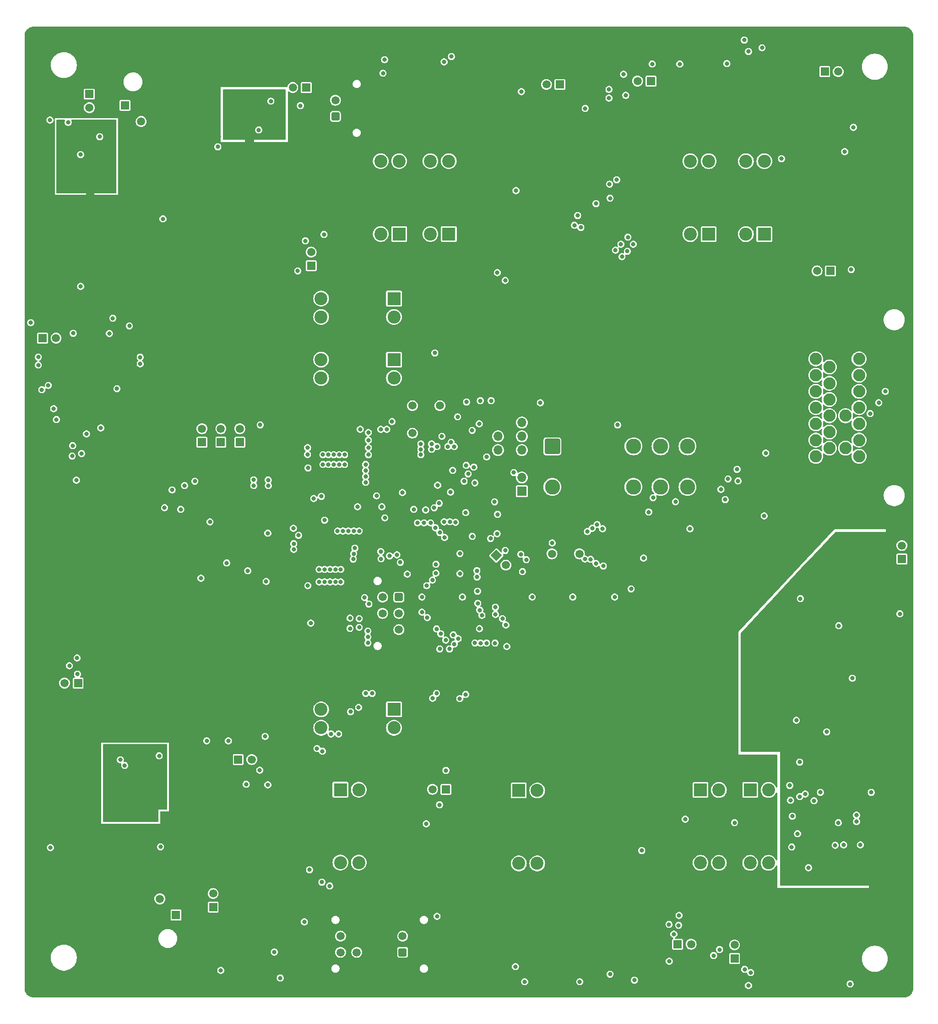
<source format=gbr>
%TF.GenerationSoftware,KiCad,Pcbnew,8.0.5*%
%TF.CreationDate,2025-01-18T17:38:29+01:00*%
%TF.ProjectId,FT25_PDU,46543235-5f50-4445-952e-6b696361645f,V1.2*%
%TF.SameCoordinates,Original*%
%TF.FileFunction,Copper,L3,Inr*%
%TF.FilePolarity,Positive*%
%FSLAX46Y46*%
G04 Gerber Fmt 4.6, Leading zero omitted, Abs format (unit mm)*
G04 Created by KiCad (PCBNEW 8.0.5) date 2025-01-18 17:38:29*
%MOMM*%
%LPD*%
G01*
G04 APERTURE LIST*
G04 Aperture macros list*
%AMRoundRect*
0 Rectangle with rounded corners*
0 $1 Rounding radius*
0 $2 $3 $4 $5 $6 $7 $8 $9 X,Y pos of 4 corners*
0 Add a 4 corners polygon primitive as box body*
4,1,4,$2,$3,$4,$5,$6,$7,$8,$9,$2,$3,0*
0 Add four circle primitives for the rounded corners*
1,1,$1+$1,$2,$3*
1,1,$1+$1,$4,$5*
1,1,$1+$1,$6,$7*
1,1,$1+$1,$8,$9*
0 Add four rect primitives between the rounded corners*
20,1,$1+$1,$2,$3,$4,$5,0*
20,1,$1+$1,$4,$5,$6,$7,0*
20,1,$1+$1,$6,$7,$8,$9,0*
20,1,$1+$1,$8,$9,$2,$3,0*%
%AMRotRect*
0 Rectangle, with rotation*
0 The origin of the aperture is its center*
0 $1 length*
0 $2 width*
0 $3 Rotation angle, in degrees counterclockwise*
0 Add horizontal line*
21,1,$1,$2,0,0,$3*%
G04 Aperture macros list end*
%TA.AperFunction,ComponentPad*%
%ADD10R,1.500000X1.500000*%
%TD*%
%TA.AperFunction,ComponentPad*%
%ADD11C,1.500000*%
%TD*%
%TA.AperFunction,ComponentPad*%
%ADD12C,5.600000*%
%TD*%
%TA.AperFunction,ComponentPad*%
%ADD13RoundRect,0.250001X0.499999X-0.499999X0.499999X0.499999X-0.499999X0.499999X-0.499999X-0.499999X0*%
%TD*%
%TA.AperFunction,ComponentPad*%
%ADD14R,2.400000X2.400000*%
%TD*%
%TA.AperFunction,ComponentPad*%
%ADD15C,2.400000*%
%TD*%
%TA.AperFunction,ComponentPad*%
%ADD16R,1.520000X1.520000*%
%TD*%
%TA.AperFunction,ComponentPad*%
%ADD17C,1.520000*%
%TD*%
%TA.AperFunction,ComponentPad*%
%ADD18C,2.250000*%
%TD*%
%TA.AperFunction,ComponentPad*%
%ADD19RotRect,1.500000X1.500000X315.000000*%
%TD*%
%TA.AperFunction,ComponentPad*%
%ADD20R,1.700000X1.700000*%
%TD*%
%TA.AperFunction,ComponentPad*%
%ADD21O,1.700000X1.700000*%
%TD*%
%TA.AperFunction,ComponentPad*%
%ADD22C,2.800000*%
%TD*%
%TA.AperFunction,ComponentPad*%
%ADD23RoundRect,0.250000X-1.150000X-1.150000X1.150000X-1.150000X1.150000X1.150000X-1.150000X1.150000X0*%
%TD*%
%TA.AperFunction,ComponentPad*%
%ADD24RoundRect,0.250001X-0.499999X0.499999X-0.499999X-0.499999X0.499999X-0.499999X0.499999X0.499999X0*%
%TD*%
%TA.AperFunction,ViaPad*%
%ADD25C,0.800000*%
%TD*%
G04 APERTURE END LIST*
D10*
%TO.N,/MCU/IN1*%
%TO.C,TP2*%
X165320000Y-98460000D03*
D11*
X165320000Y-95960000D03*
%TD*%
D10*
%TO.N,/MCU/IN9*%
%TO.C,TP8*%
X122206643Y-175605057D03*
D11*
X119706643Y-175605057D03*
%TD*%
D10*
%TO.N,/connectors/P_Out5*%
%TO.C,TP13*%
X147190001Y-216990000D03*
D11*
X147190001Y-214490000D03*
%TD*%
D10*
%TO.N,/connectors/P_Out9*%
%TO.C,TP14*%
X261380000Y-99440000D03*
D11*
X258880000Y-99440000D03*
%TD*%
D12*
%TO.N,GND*%
%TO.C,REF\u002A\u002A*%
X116410000Y-144080000D03*
%TD*%
%TO.N,GND*%
%TO.C,REF\u002A\u002A*%
X116410000Y-190080000D03*
%TD*%
D13*
%TO.N,/connectors/P_Out2*%
%TO.C,J5*%
X169805000Y-70895000D03*
D11*
%TO.N,/connectors/P_Out1*%
X169805000Y-67895000D03*
%TO.N,GND*%
X172805000Y-70895000D03*
X172805000Y-67895000D03*
%TD*%
D10*
%TO.N,/MCU/IN6*%
%TO.C,TP12*%
X211339141Y-64992342D03*
D11*
X208839141Y-64992342D03*
%TD*%
%TO.N,EBS supply*%
%TO.C,K2*%
X189130000Y-124340000D03*
%TO.N,/EBSR/EBS power*%
X184050000Y-124340000D03*
%TO.N,GND*%
X191670000Y-129420000D03*
%TO.N,TSMS SDC*%
X184050000Y-129420000D03*
%TD*%
D10*
%TO.N,/MCU/IN12*%
%TO.C,TP17*%
X152120000Y-131100000D03*
D11*
X152120000Y-128600000D03*
%TD*%
D14*
%TO.N,/EBSR/EBS power*%
%TO.C,H15*%
X180629999Y-115825000D03*
D15*
X180629999Y-119225000D03*
%TO.N,Net-(D45-A2)*%
X167159999Y-115825000D03*
X167159999Y-119225000D03*
%TD*%
D10*
%TO.N,/MCU/IN7*%
%TO.C,TP4*%
X260299999Y-62600000D03*
D11*
X262799999Y-62600000D03*
%TD*%
D16*
%TO.N,/connectors/P_Out3*%
%TO.C,J9*%
X130879500Y-68825800D03*
D17*
%TO.N,GND*%
X133879500Y-68825800D03*
X130879500Y-71825800D03*
%TO.N,/connectors/P_Out4*%
X133879500Y-71825800D03*
%TD*%
D14*
%TO.N,+24V*%
%TO.C,H5*%
X246515000Y-195350000D03*
D15*
X249915000Y-195350000D03*
%TO.N,Net-(D11-A2)*%
X246515000Y-208820000D03*
X249915000Y-208820000D03*
%TD*%
D14*
%TO.N,+24V*%
%TO.C,H12*%
X180630000Y-180464998D03*
D15*
X180630000Y-183864998D03*
%TO.N,Net-(D39-A2)*%
X167160000Y-180464998D03*
X167160000Y-183864998D03*
%TD*%
D16*
%TO.N,/connectors/P_Out10*%
%TO.C,J11*%
X140324000Y-218474200D03*
D17*
%TO.N,GND*%
X137324000Y-218474200D03*
X140324000Y-215474200D03*
%TO.N,/connectors/P_Out5*%
X137324000Y-215474200D03*
%TD*%
D12*
%TO.N,GND*%
%TO.C,REF\u002A\u002A*%
X159210000Y-144080000D03*
%TD*%
D10*
%TO.N,/MCU/IN8*%
%TO.C,TP5*%
X190250000Y-195230000D03*
D11*
X187750000Y-195230000D03*
%TD*%
D18*
%TO.N,+24V*%
%TO.C,J10*%
X258650000Y-133700000D03*
%TO.N,/connectors/P_Out11*%
X258650000Y-130700000D03*
%TO.N,24V ASMS*%
X258650000Y-127700000D03*
%TO.N,EBS supply*%
X258650000Y-124700000D03*
%TO.N,AS actuator supply*%
X258650000Y-121700000D03*
%TO.N,TSMS SDC*%
X258650000Y-118700000D03*
%TO.N,+24V*%
X258650000Y-115700000D03*
%TO.N,stdCAN_L*%
X261150000Y-132200000D03*
%TO.N,FDCAN_H*%
X261150000Y-129200000D03*
%TO.N,FDCAN_L*%
X261150000Y-126200000D03*
%TO.N,stdCAN_H*%
X261150000Y-123200000D03*
%TO.N,unconnected-(J10-Pin_12-Pad12)*%
X261150000Y-120200000D03*
%TO.N,/connectors/P_Out8*%
X261150000Y-117200000D03*
%TO.N,/connectors/P_Out10*%
X264150000Y-132200000D03*
%TO.N,GND*%
X264150000Y-129200000D03*
%TO.N,/RBR/SDC bypass*%
X264150000Y-126200000D03*
%TO.N,GND*%
X264150000Y-123200000D03*
X264150000Y-120200000D03*
X264150000Y-117200000D03*
%TO.N,/connectors/P_Out7*%
X266650000Y-133700000D03*
%TO.N,+24V*%
X266650000Y-130700000D03*
%TO.N,/connectors/P_Out6*%
X266650000Y-127700000D03*
%TO.N,/RBR/SDC bypass*%
X266650000Y-124700000D03*
%TO.N,/RBR/RES*%
X266650000Y-121700000D03*
%TO.N,/connectors/P_Out9*%
X266650000Y-118700000D03*
%TO.N,+24V*%
X266650000Y-115700000D03*
%TD*%
D14*
%TO.N,+24V*%
%TO.C,H14*%
X190775001Y-92620000D03*
D15*
X187375001Y-92620000D03*
%TO.N,Net-(D59-A2)*%
X190775001Y-79150000D03*
X187375001Y-79150000D03*
%TD*%
D19*
%TO.N,+3V3*%
%TO.C,TP11*%
X199560553Y-152033274D03*
D11*
X201328320Y-153801041D03*
%TD*%
D14*
%TO.N,+24V*%
%TO.C,H7*%
X238835000Y-92630000D03*
D15*
X235435000Y-92630000D03*
%TO.N,Net-(D19-A2)*%
X238835000Y-79160000D03*
X235435000Y-79160000D03*
%TD*%
D20*
%TO.N,GND*%
%TO.C,J2*%
X199865000Y-127465000D03*
D21*
%TO.N,/MCU/UART_RX*%
X199865000Y-130005000D03*
%TO.N,/MCU/UART_TX*%
X199865000Y-132545000D03*
%TD*%
D12*
%TO.N,GND*%
%TO.C,REF\u002A\u002A*%
X116410000Y-98080000D03*
%TD*%
D10*
%TO.N,/MCU/IN3*%
%TO.C,TP6*%
X151830000Y-189730000D03*
D11*
X154330000Y-189730000D03*
%TD*%
D14*
%TO.N,+24V*%
%TO.C,H6*%
X181585000Y-92620000D03*
D15*
X178185000Y-92620000D03*
%TO.N,Net-(D15-A2)*%
X181585000Y-79150000D03*
X178185000Y-79150000D03*
%TD*%
D11*
%TO.N,Net-(D56-K)*%
%TO.C,U11*%
X214940000Y-151720000D03*
%TO.N,GND*%
X212400000Y-151720000D03*
%TO.N,+3V3*%
X209860000Y-151720000D03*
%TD*%
D10*
%TO.N,/MCU/IN2*%
%TO.C,TP7*%
X115640000Y-111860000D03*
D11*
X118140000Y-111860000D03*
%TD*%
D13*
%TO.N,/connectors/P_Out10*%
%TO.C,J3*%
X182234201Y-225361500D03*
D11*
X182234201Y-222361500D03*
%TO.N,GND*%
X185234201Y-225361500D03*
X185234201Y-222361500D03*
%TD*%
D10*
%TO.N,/connectors/P_Out3*%
%TO.C,TP19*%
X124290000Y-66770000D03*
D11*
X124290000Y-69270000D03*
%TD*%
D22*
%TO.N,24V ASMS*%
%TO.C,K1*%
X229929411Y-131855000D03*
%TO.N,unconnected-(K1-Pad12)*%
X224929411Y-131855000D03*
%TO.N,AS actuator supply*%
X234929411Y-131855000D03*
%TO.N,/RBR/RES*%
X229929411Y-139355000D03*
%TO.N,/RBR/SDC bypass*%
X224929411Y-139355000D03*
%TO.N,unconnected-(K1-Pad24)*%
X234929411Y-139355000D03*
D23*
%TO.N,Net-(K1-PadA1)*%
X209929411Y-131855000D03*
D22*
%TO.N,24V ASMS*%
X209929411Y-139355000D03*
%TD*%
D14*
%TO.N,+24V*%
%TO.C,H11*%
X180630000Y-104545000D03*
D15*
X180630000Y-107945000D03*
%TO.N,Net-(D35-A2)*%
X167160000Y-104545000D03*
X167160000Y-107945000D03*
%TD*%
D10*
%TO.N,/MCU/IN10*%
%TO.C,TP3*%
X228180001Y-64350000D03*
D11*
X225680001Y-64350000D03*
%TD*%
D12*
%TO.N,GND*%
%TO.C,REF\u002A\u002A*%
X159210000Y-98080000D03*
%TD*%
D14*
%TO.N,AS actuator supply*%
%TO.C,H13*%
X237325000Y-195350000D03*
D15*
X240725000Y-195350000D03*
%TO.N,Net-(D51-A2)*%
X237325000Y-208820000D03*
X240725000Y-208820000D03*
%TD*%
D10*
%TO.N,/MCU/IN5*%
%TO.C,TP10*%
X233090000Y-223860000D03*
D11*
X235590000Y-223860000D03*
%TD*%
D10*
%TO.N,/MCU/IN13*%
%TO.C,TP16*%
X145120000Y-131100000D03*
D11*
X145120000Y-128600000D03*
%TD*%
D24*
%TO.N,stdCAN_L*%
%TO.C,J7*%
X181535000Y-159725000D03*
D11*
%TO.N,FDCAN_L*%
X181535000Y-162725000D03*
%TO.N,/connectors/P_Out11*%
X181535000Y-165725000D03*
%TO.N,stdCAN_H*%
X178535000Y-159725000D03*
%TO.N,FDCAN_H*%
X178535000Y-162725000D03*
%TO.N,GND*%
X178535000Y-165725000D03*
%TD*%
D12*
%TO.N,GND*%
%TO.C,REF\u002A\u002A*%
X159210000Y-190080000D03*
%TD*%
D10*
%TO.N,/MCU/IN11*%
%TO.C,TP15*%
X148620000Y-131100000D03*
D11*
X148620000Y-128600000D03*
%TD*%
D10*
%TO.N,/connectors/P_Out6*%
%TO.C,TP9*%
X274570000Y-152680000D03*
D11*
X274570000Y-150180000D03*
%TD*%
D14*
%TO.N,+24V*%
%TO.C,H9*%
X203725000Y-195450000D03*
D15*
X207125000Y-195450000D03*
%TO.N,Net-(D27-A2)*%
X203725000Y-208920000D03*
X207125000Y-208920000D03*
%TD*%
D14*
%TO.N,+24V*%
%TO.C,H10*%
X170725000Y-195300000D03*
D15*
X174125000Y-195300000D03*
%TO.N,Net-(D31-A2)*%
X170725000Y-208770000D03*
X174125000Y-208770000D03*
%TD*%
D24*
%TO.N,GND*%
%TO.C,J1*%
X173750000Y-222364200D03*
D11*
%TO.N,/connectors/P_Out13*%
X173750000Y-225364200D03*
%TO.N,/connectors/P_Out14*%
X170750000Y-222364200D03*
%TO.N,/connectors/P_Out12*%
X170750000Y-225364200D03*
%TD*%
D20*
%TO.N,+3V3*%
%TO.C,J4*%
X204285000Y-140165000D03*
D21*
%TO.N,/MCU/SWCLK*%
X204285000Y-137625000D03*
%TO.N,GND*%
X204285000Y-135085000D03*
%TO.N,/MCU/SWDIO*%
X204285000Y-132545000D03*
%TO.N,/MCU/NRST*%
X204285000Y-130005000D03*
%TO.N,/MCU/SWO*%
X204285000Y-127465000D03*
%TD*%
D10*
%TO.N,/MCU/IN4*%
%TO.C,TP1*%
X243620000Y-226500000D03*
D11*
X243620000Y-224000000D03*
%TD*%
D10*
%TO.N,/connectors/P_Out1*%
%TO.C,TP18*%
X164420000Y-65550000D03*
D11*
X161920000Y-65550000D03*
%TD*%
D14*
%TO.N,+24V*%
%TO.C,H8*%
X249125000Y-92630000D03*
D15*
X245725000Y-92630000D03*
%TO.N,Net-(D23-A2)*%
X249125000Y-79160000D03*
X245725000Y-79160000D03*
%TD*%
D25*
%TO.N,Net-(U2-PA0)*%
X213700000Y-159700000D03*
X206200000Y-159700000D03*
%TO.N,GND*%
X133525000Y-55488747D03*
X250400000Y-233200000D03*
X185725000Y-55488747D03*
X156200000Y-56750000D03*
X250275000Y-54811252D03*
X255900000Y-165600000D03*
X126300000Y-57200000D03*
X227925000Y-232511252D03*
X220675000Y-232511252D03*
X113500000Y-213900000D03*
X157550000Y-56750000D03*
X178600000Y-207500000D03*
X113500000Y-126899999D03*
X244500000Y-212400000D03*
X271800000Y-169400000D03*
X162700000Y-56750000D03*
X112811253Y-126175000D03*
X202070000Y-141100000D03*
X265900000Y-82700000D03*
X188725000Y-137630000D03*
X271800000Y-168100000D03*
X142000000Y-189000000D03*
X217775000Y-232511252D03*
X112811252Y-163875000D03*
X148900000Y-233200000D03*
X130070000Y-106520000D03*
X143675000Y-55488747D03*
X153250000Y-233200000D03*
X150350000Y-233200000D03*
X232150001Y-60800000D03*
X113500000Y-228500000D03*
X258975000Y-54811252D03*
X112811252Y-118925000D03*
X112811253Y-133425000D03*
X133298000Y-139970000D03*
X180400000Y-134300000D03*
X168200000Y-74600000D03*
X206900000Y-233200000D03*
X229300000Y-153800000D03*
X148200000Y-74600000D03*
X242275000Y-55488748D03*
X135100000Y-232500000D03*
X272975000Y-232511252D03*
X114700000Y-63800000D03*
X126175000Y-55488748D03*
X113500000Y-171850000D03*
X213425000Y-232511252D03*
X112811252Y-166775000D03*
X112811253Y-134875000D03*
X235175000Y-232511252D03*
X203849999Y-54800000D03*
X275100000Y-165500000D03*
X198670000Y-83370000D03*
X198981636Y-58948364D03*
X262100000Y-233200000D03*
X113500000Y-182000000D03*
X270150000Y-90373218D03*
X120300000Y-100000000D03*
X268450000Y-83226782D03*
X235100000Y-128600000D03*
X184185866Y-155015354D03*
X158600000Y-221350000D03*
X119800000Y-109400000D03*
X114700000Y-94300000D03*
X151800000Y-233200000D03*
X227200000Y-233200000D03*
X243725000Y-55488748D03*
X152590000Y-83790000D03*
X113400000Y-59800000D03*
X233575000Y-55488748D03*
X218798012Y-88898004D03*
X154200000Y-74100000D03*
X224150000Y-54800000D03*
X145275000Y-232511252D03*
X150925000Y-55488747D03*
X207475000Y-55488748D03*
X162600000Y-226400000D03*
X267900000Y-233200000D03*
X259100000Y-233200000D03*
X116750000Y-54800000D03*
X133650000Y-232500000D03*
X137875000Y-55488748D03*
X186449999Y-54800000D03*
X182975000Y-232511252D03*
X251725000Y-54811252D03*
X252800000Y-166800000D03*
X266450000Y-233200000D03*
X246650000Y-55500000D03*
X253300000Y-233200000D03*
X215450000Y-54800000D03*
X113500000Y-203750001D03*
X269299999Y-90900000D03*
X140700000Y-78500000D03*
X176300000Y-54800000D03*
X157600000Y-233200000D03*
X114800000Y-232500000D03*
X112811252Y-127625000D03*
X159350000Y-220500000D03*
X233000000Y-233200000D03*
X171225000Y-55488748D03*
X193125000Y-232511252D03*
X113500000Y-135599999D03*
X179200000Y-54800000D03*
X219225000Y-232511252D03*
X243000000Y-54800000D03*
X222850000Y-233200000D03*
X121020000Y-187060000D03*
X251500000Y-169400000D03*
X180075000Y-232511252D03*
X231400000Y-54800000D03*
X174850000Y-54800000D03*
X217427008Y-226775000D03*
X251850000Y-233200000D03*
X248100000Y-55500000D03*
X113500000Y-141400000D03*
X223575000Y-232511252D03*
X128580000Y-194790000D03*
X154550000Y-54800000D03*
X270075000Y-232511252D03*
X113500000Y-161700000D03*
X244480000Y-218640000D03*
X125020000Y-190060000D03*
X142350000Y-232500000D03*
X198775000Y-55488748D03*
X132075000Y-55488748D03*
X255350000Y-55500000D03*
X266225000Y-54811251D03*
X166300000Y-233200000D03*
X181525000Y-232511252D03*
X124500000Y-81800000D03*
X271850000Y-83226782D03*
X112811252Y-165325000D03*
X219075000Y-55488748D03*
X151402000Y-229980000D03*
X252800000Y-173300000D03*
X163400000Y-233200000D03*
X178625000Y-232511252D03*
X184275000Y-55488748D03*
X112811252Y-149375000D03*
X183500000Y-206170000D03*
X147450000Y-233200000D03*
X112811252Y-207375000D03*
X112811252Y-198675000D03*
X113500000Y-166050000D03*
X112811252Y-147925000D03*
X183550000Y-54800000D03*
X113400000Y-62500000D03*
X166150000Y-54800000D03*
X126300000Y-62500000D03*
X137690000Y-114580000D03*
X147300000Y-54800000D03*
X144400000Y-54800000D03*
X125020000Y-193060000D03*
X113500000Y-152999999D03*
X230825000Y-232511252D03*
X238075000Y-232511252D03*
X265725000Y-232511252D03*
X206025000Y-55488748D03*
X272700000Y-82700000D03*
X148175000Y-232511252D03*
X188499994Y-133200000D03*
X186625001Y-68655025D03*
X226475000Y-232511252D03*
X218500000Y-233200000D03*
X197500000Y-136800000D03*
X267600000Y-90900000D03*
X216900000Y-54800000D03*
X113500000Y-124000000D03*
X128350001Y-54800000D03*
X188625000Y-55488748D03*
X113500000Y-231400000D03*
X202400000Y-54800000D03*
X113500000Y-128350000D03*
X200225000Y-55488748D03*
X238800000Y-233200000D03*
X149475000Y-55488748D03*
X273550000Y-90373218D03*
X193500000Y-69900000D03*
X245925000Y-54811252D03*
X183520000Y-201650000D03*
X112811252Y-146475000D03*
X143075000Y-233188748D03*
X113500000Y-211000000D03*
X155425000Y-232511252D03*
X120300000Y-98700000D03*
X271800000Y-170700000D03*
X113500000Y-173300000D03*
X125000000Y-58500000D03*
X275100000Y-169400000D03*
X116975000Y-233188748D03*
X120300000Y-97300000D03*
X251500000Y-164200000D03*
X113500000Y-147200000D03*
X134400001Y-101079999D03*
X113500000Y-131250000D03*
X272699999Y-90900000D03*
X119820000Y-82610000D03*
X242400001Y-56600000D03*
X112811253Y-185625000D03*
X195149999Y-54800000D03*
X113300000Y-93100000D03*
X174125000Y-55488748D03*
X275100000Y-170700000D03*
X121325000Y-233188748D03*
X112811252Y-184175000D03*
X227775000Y-55488748D03*
X118425000Y-233188748D03*
X131475000Y-233188748D03*
X158900000Y-54800000D03*
X172675000Y-55488748D03*
X113500000Y-197950000D03*
X112811253Y-168225000D03*
X217160000Y-75500000D03*
X189500000Y-233200000D03*
X139450000Y-232500000D03*
X146000000Y-233200000D03*
X274400000Y-85600000D03*
X142000000Y-81650000D03*
X185150000Y-233200000D03*
X195300000Y-233200000D03*
X274926782Y-89850000D03*
X194000000Y-130100000D03*
X241550000Y-54800000D03*
X113500000Y-215350000D03*
X182250000Y-233200000D03*
X208200000Y-54800000D03*
X112811252Y-216075000D03*
X114700000Y-93100000D03*
X196600000Y-54800000D03*
X211250000Y-233200000D03*
X112811253Y-194325000D03*
X172825000Y-232511252D03*
X121020000Y-190060000D03*
X259925000Y-232511252D03*
X246775000Y-232511252D03*
X247879491Y-230425000D03*
X118200000Y-54800000D03*
X275100000Y-166800000D03*
X215600000Y-233200000D03*
X156030000Y-150040000D03*
X164650000Y-59200000D03*
X229640000Y-68380000D03*
X176810000Y-137470000D03*
X123900000Y-134000000D03*
X212700000Y-233200000D03*
X180473008Y-59923008D03*
X117000000Y-85900000D03*
X163950000Y-56750000D03*
X267175000Y-232511252D03*
X114575000Y-55488748D03*
X113500000Y-208100000D03*
X211100001Y-54800000D03*
X113500000Y-134150001D03*
X113400000Y-58500000D03*
X118925000Y-55488747D03*
X125000000Y-62500000D03*
X185171992Y-155668008D03*
X151650001Y-54800000D03*
X167870000Y-80280000D03*
X113500000Y-225600000D03*
X113500000Y-200850000D03*
X116170000Y-127460000D03*
X112811252Y-221975000D03*
X242250000Y-219380000D03*
X155275000Y-55488748D03*
X167600000Y-54800000D03*
X142000000Y-192000000D03*
X177025000Y-55488747D03*
X113500000Y-216900000D03*
X113500000Y-132700000D03*
X252800000Y-164200000D03*
X151800000Y-140000000D03*
X190225000Y-232511252D03*
X130400000Y-81200000D03*
X115410000Y-195800000D03*
X235900000Y-233200000D03*
X203275000Y-232511252D03*
X274400000Y-83899999D03*
X217050000Y-233200000D03*
X121600000Y-96000000D03*
X160500000Y-233200000D03*
X201100000Y-233200000D03*
X234450000Y-233200000D03*
X264050000Y-55500000D03*
X208925000Y-55488748D03*
X112811252Y-197225000D03*
X271800000Y-172000000D03*
X126300000Y-58500000D03*
X255900000Y-172100000D03*
X239700000Y-62900000D03*
X248182028Y-232506767D03*
X234852089Y-199006073D03*
X115300000Y-54800000D03*
X252200000Y-163399996D03*
X142000000Y-195000000D03*
X219930909Y-57790001D03*
X193700000Y-54800000D03*
X251000000Y-55500000D03*
X113500000Y-196500000D03*
X112811253Y-142125000D03*
X229949999Y-54800000D03*
X135680000Y-130070000D03*
X164700000Y-54800000D03*
X160349999Y-54800000D03*
X241590000Y-216010000D03*
X270800000Y-233200000D03*
X112811252Y-130525000D03*
X265000000Y-233200000D03*
X255475000Y-232511252D03*
X130025000Y-233188748D03*
X112811252Y-230675000D03*
X251500000Y-172000000D03*
X123500000Y-232500000D03*
X149625000Y-232511252D03*
X161075000Y-55488747D03*
X161800000Y-54800000D03*
X173550000Y-233200000D03*
X150200000Y-54800000D03*
X230100000Y-233200000D03*
X196900000Y-147200000D03*
X209075000Y-232511252D03*
X177900000Y-233200000D03*
X255900000Y-164300000D03*
X152375000Y-55488747D03*
X112811253Y-217625000D03*
X271300000Y-55500000D03*
X214000000Y-54800000D03*
X129075000Y-55488747D03*
X193850000Y-233200000D03*
X268400000Y-55500000D03*
X271525000Y-232511252D03*
X140700000Y-71500000D03*
X191600000Y-115500000D03*
X113500000Y-155900000D03*
X159050000Y-233200000D03*
X255900000Y-166900000D03*
X112811252Y-153725000D03*
X163250000Y-54800000D03*
X235750000Y-54800000D03*
X112811252Y-171125000D03*
X260315000Y-200890000D03*
X121600000Y-98700000D03*
X192400000Y-233200000D03*
X125000000Y-63800000D03*
X126900000Y-54800000D03*
X130010000Y-177380000D03*
X251500000Y-173300000D03*
X240800000Y-227800000D03*
X232238147Y-227775000D03*
X117410000Y-194800000D03*
X266750000Y-90373218D03*
X214150000Y-233200000D03*
X255900000Y-168200000D03*
X121100000Y-54800000D03*
X190800000Y-54800000D03*
X147700000Y-132700000D03*
X153100000Y-54800000D03*
X158900000Y-56750000D03*
X130209425Y-128709479D03*
X198050000Y-54800000D03*
X147520000Y-159075000D03*
X165575000Y-232511252D03*
X126500000Y-130900000D03*
X123020000Y-187060000D03*
X270800000Y-175700000D03*
X113500000Y-119650000D03*
X257800000Y-208700000D03*
X217625000Y-55488748D03*
X166875000Y-55488748D03*
X186600000Y-233200000D03*
X112811252Y-123275000D03*
X205450000Y-233200000D03*
X154200000Y-72700000D03*
X270575000Y-54811252D03*
X127850000Y-232500000D03*
X114700000Y-62500000D03*
X171950000Y-54800000D03*
X113500000Y-179100000D03*
X244600000Y-233200000D03*
X124725000Y-55488748D03*
X156150000Y-233200000D03*
X112811252Y-174025000D03*
X251125000Y-232511252D03*
X113500000Y-137050000D03*
X204430000Y-149675000D03*
X140000000Y-189000000D03*
X248825000Y-54811251D03*
X206175000Y-232511252D03*
X162675000Y-232511252D03*
X113500000Y-150100000D03*
X202550000Y-233200000D03*
X273475000Y-54811251D03*
X113500000Y-206600000D03*
X117410000Y-195800000D03*
X112811253Y-160975000D03*
X274400000Y-90900000D03*
X251500000Y-166800000D03*
X271800000Y-174600000D03*
X201379994Y-139000000D03*
X125840000Y-111940000D03*
X168750000Y-90690000D03*
X112811252Y-113125000D03*
X175725000Y-232511252D03*
X142000000Y-78750000D03*
X182700000Y-64300000D03*
X164010000Y-195260000D03*
X207625000Y-232511252D03*
X113500000Y-209550000D03*
X123475000Y-141300000D03*
X175575000Y-55488748D03*
X200950000Y-54800000D03*
X192025000Y-133155564D03*
X171375000Y-232511252D03*
X153255000Y-143865000D03*
X254750000Y-233200000D03*
X194575000Y-232511252D03*
X113500000Y-199400000D03*
X130750000Y-232500000D03*
X260425000Y-54811252D03*
X227050000Y-54800000D03*
X274500000Y-176600000D03*
X113500000Y-157350000D03*
X156000000Y-54800000D03*
X267082501Y-69210000D03*
X177175000Y-232511252D03*
X125450000Y-54800000D03*
X249550000Y-55500000D03*
X131350000Y-54800000D03*
X113500000Y-139950000D03*
X121600000Y-100000000D03*
X124500000Y-83300000D03*
X208350000Y-233200000D03*
X158325000Y-232511252D03*
X154425000Y-143860000D03*
X138725000Y-233188748D03*
X157450000Y-54800000D03*
X112811253Y-159525000D03*
X161225000Y-232511252D03*
X140000000Y-192000000D03*
X113500000Y-170400000D03*
X266950000Y-55500000D03*
X244490000Y-216660000D03*
X228650000Y-233200000D03*
X263550000Y-233200000D03*
X221975000Y-55488747D03*
X113500000Y-110950000D03*
X184425000Y-232511252D03*
X257650000Y-233200000D03*
X127125000Y-233188748D03*
X273800000Y-175699998D03*
X256200000Y-233200000D03*
X274400000Y-89000000D03*
X267600000Y-82700000D03*
X145850000Y-54800000D03*
X112811252Y-111675000D03*
X125096643Y-176305057D03*
X236475000Y-55488748D03*
X113500000Y-115300000D03*
X169049999Y-54800000D03*
X244450000Y-54800000D03*
X113500000Y-112400000D03*
X170650000Y-233200000D03*
X229225000Y-55488747D03*
X200375000Y-232511252D03*
X143050000Y-81000000D03*
X251500000Y-170700000D03*
X255900000Y-169500000D03*
X209800000Y-233200000D03*
X175000000Y-233200000D03*
X131540000Y-163930000D03*
X184700000Y-137700000D03*
X274425000Y-232511252D03*
X275100000Y-173300000D03*
X268450000Y-90373218D03*
X233725000Y-232511252D03*
X126410000Y-108900000D03*
X169200000Y-233200000D03*
X235025000Y-55488748D03*
X153825000Y-55488748D03*
X131540000Y-160600000D03*
X115410000Y-196800000D03*
X275100000Y-172000000D03*
X225750000Y-233200000D03*
X247375000Y-54811251D03*
X246050000Y-233200000D03*
X112811252Y-172575000D03*
X132200000Y-232500000D03*
X177749999Y-54800000D03*
X211825000Y-55488747D03*
X148750000Y-54800000D03*
X148960000Y-193750000D03*
X113500000Y-164600000D03*
X262825000Y-232511252D03*
X221249999Y-54800000D03*
X135350000Y-194860000D03*
X141500000Y-54800000D03*
X252800000Y-172000000D03*
X214590000Y-126320000D03*
X218350000Y-54800000D03*
X129900000Y-54800000D03*
X146800000Y-197100000D03*
X113500000Y-174750000D03*
X275100000Y-164200000D03*
X195170000Y-196200000D03*
X243150000Y-233200000D03*
X256075000Y-54811251D03*
X252800000Y-169400000D03*
X112811252Y-129075000D03*
X112811252Y-139225000D03*
X121020000Y-193060000D03*
X252050000Y-86400000D03*
X137150000Y-54800000D03*
X224875000Y-55488748D03*
X231550000Y-233200000D03*
X263325000Y-54811252D03*
X126300000Y-61100000D03*
X239525000Y-232511252D03*
X112811252Y-114575000D03*
X271800000Y-173300000D03*
X212000000Y-168600000D03*
X275100000Y-174600000D03*
X141625000Y-233188748D03*
X268625000Y-232511252D03*
X254625000Y-54811252D03*
X112811253Y-195775000D03*
X122775000Y-233188748D03*
X116250000Y-232500000D03*
X210525000Y-232511252D03*
X140050000Y-54800000D03*
X160220000Y-219510000D03*
X271800000Y-164200000D03*
X198200000Y-233200000D03*
X270150000Y-83226782D03*
X187175000Y-55488747D03*
X122550000Y-54800000D03*
X113500000Y-177650001D03*
X252450000Y-55500000D03*
X179087574Y-149787575D03*
X165425000Y-55488748D03*
X231775000Y-217920000D03*
X225025000Y-232511252D03*
X206909008Y-230687008D03*
X113500000Y-151550001D03*
X212900000Y-155475000D03*
X112811252Y-214625000D03*
X112811252Y-131975000D03*
X180650000Y-54800000D03*
X192975000Y-55488748D03*
X113500000Y-218350001D03*
X191675000Y-232511252D03*
X135825000Y-233188748D03*
X243875000Y-232511252D03*
X265899999Y-90900000D03*
X215500000Y-128000000D03*
X191525000Y-55488748D03*
X140700000Y-77300000D03*
X199650000Y-233200000D03*
X145125000Y-55488748D03*
X112811252Y-162425000D03*
X242230000Y-221970000D03*
X140700000Y-83700000D03*
X269300000Y-82700000D03*
X113500000Y-154450000D03*
X219800001Y-54800000D03*
X120375000Y-55488747D03*
X224300000Y-233200000D03*
X182825000Y-55488748D03*
X129300000Y-232500000D03*
X139501352Y-55284852D03*
X112811252Y-116025001D03*
X116150000Y-136040000D03*
X140700000Y-74400000D03*
X112811253Y-226325000D03*
X261150000Y-55500000D03*
X162525000Y-55488748D03*
X254600000Y-198200000D03*
X255900000Y-174700000D03*
X116410000Y-194800000D03*
X275100000Y-168100000D03*
X247207740Y-59194900D03*
X112811253Y-124725000D03*
X112811252Y-201575000D03*
X245175000Y-55488748D03*
X112811252Y-181275000D03*
X112811252Y-120375000D03*
X168475000Y-232511252D03*
X151075000Y-232511252D03*
X169775000Y-55488747D03*
X112811252Y-137775000D03*
X112811252Y-229225000D03*
X206750000Y-54800000D03*
X112811253Y-117475000D03*
X167600000Y-124500000D03*
X257525000Y-54811251D03*
X123020000Y-190060000D03*
X113500000Y-148650000D03*
X112811252Y-224875000D03*
X112811253Y-169675000D03*
X113500000Y-176200000D03*
X271800000Y-165500000D03*
X192250000Y-54800000D03*
X130625000Y-55488748D03*
X251500000Y-165500000D03*
X194400004Y-57000000D03*
X113500000Y-158800000D03*
X258900000Y-208700000D03*
X240825000Y-55488748D03*
X112811253Y-211725000D03*
X194425000Y-55488747D03*
X210375000Y-55488748D03*
X117410000Y-196800000D03*
X212549999Y-54800000D03*
X261875000Y-54811252D03*
X252800000Y-168100000D03*
X232275000Y-232511252D03*
X172100000Y-233200000D03*
X263300000Y-216500000D03*
X112811252Y-192875000D03*
X177810000Y-136460000D03*
X238649999Y-54800000D03*
X229375000Y-232511252D03*
X214725000Y-55488748D03*
X197325000Y-55488748D03*
X224200000Y-127600000D03*
X121600000Y-97300000D03*
X183700000Y-233200000D03*
X237200001Y-54800000D03*
X229300000Y-150500000D03*
X272250000Y-233200000D03*
X255900000Y-170800000D03*
X112811253Y-213175000D03*
X271800000Y-166800000D03*
X113500000Y-183450000D03*
X228500001Y-54800000D03*
X113500000Y-168950001D03*
X113500000Y-167500000D03*
X138000000Y-232500000D03*
X148400000Y-99900000D03*
X222125000Y-232511252D03*
X240975000Y-232511252D03*
X249000000Y-75400000D03*
X112811252Y-179825000D03*
X158175000Y-55488748D03*
X140700000Y-72950000D03*
X125020000Y-187060000D03*
X144000000Y-195000000D03*
X174275000Y-232511252D03*
X271850000Y-90373218D03*
X125000000Y-59800000D03*
X144300000Y-95900000D03*
X148025000Y-55488748D03*
X209200000Y-126800000D03*
X113500000Y-129800000D03*
X113500000Y-224150000D03*
X124950000Y-232500000D03*
X274200000Y-55500000D03*
X169925000Y-232511252D03*
X146725000Y-232511252D03*
X182908899Y-136275000D03*
X243400000Y-65100000D03*
X264275000Y-232511252D03*
X122050000Y-232500000D03*
X117700000Y-232500000D03*
X125000000Y-57200000D03*
X112811252Y-158075000D03*
X274926782Y-88150000D03*
X142950001Y-54800000D03*
X203125000Y-55488747D03*
X201825000Y-232511252D03*
X113500000Y-222700000D03*
X197475000Y-232511252D03*
X114700000Y-58500000D03*
X178475000Y-55488747D03*
X112811252Y-140675000D03*
X237350000Y-233200000D03*
X113500000Y-195050001D03*
X235970000Y-69880000D03*
X199550000Y-202990000D03*
X182100000Y-54800000D03*
X183211202Y-131475000D03*
X188775000Y-232511252D03*
X129100000Y-224500000D03*
X241700000Y-233200000D03*
X145248008Y-149151992D03*
X132800000Y-54800000D03*
X144550000Y-233200000D03*
X144000000Y-189000000D03*
X252800000Y-174600000D03*
X261375000Y-232511252D03*
X160200000Y-56750000D03*
X254025000Y-232511252D03*
X265500000Y-55500000D03*
X262600000Y-55500000D03*
X248950000Y-233200000D03*
X144000000Y-192000000D03*
X223425000Y-55488748D03*
X112811252Y-121825000D03*
X217160000Y-70370000D03*
X116410000Y-195800000D03*
X112811252Y-205925000D03*
X113500000Y-184900000D03*
X113500000Y-202300000D03*
X113500000Y-138500000D03*
X260650000Y-233200000D03*
X115410000Y-194800000D03*
X120300000Y-96000000D03*
X225600000Y-54800000D03*
X112811253Y-150825000D03*
X112811252Y-110225000D03*
X232850000Y-54800000D03*
X114700000Y-57200000D03*
X129286643Y-176385057D03*
X132925000Y-233188748D03*
X255900000Y-173400000D03*
X117475000Y-55488748D03*
X211975000Y-232511252D03*
X112811253Y-187075000D03*
X271000000Y-82700000D03*
X142900000Y-143900000D03*
X123275000Y-55488748D03*
X251500000Y-174600000D03*
X274926782Y-86450000D03*
X213275000Y-55488747D03*
X260700000Y-66800000D03*
X168325000Y-55488747D03*
X113500000Y-219800000D03*
X140900000Y-232500000D03*
X226460000Y-207680000D03*
X115525000Y-233188748D03*
X112811253Y-227775000D03*
X214875000Y-232511252D03*
X216325000Y-232511252D03*
X161950000Y-233200000D03*
X239375000Y-55488747D03*
X112811252Y-220525000D03*
X252800000Y-165500000D03*
X112811253Y-152275000D03*
X204725000Y-232511252D03*
X237925000Y-55488747D03*
X116410000Y-196800000D03*
X181375000Y-55488748D03*
X123020000Y-193060000D03*
X247500000Y-233200000D03*
X273550000Y-83226782D03*
X164125000Y-232511252D03*
X216175000Y-55488748D03*
X113500000Y-118199999D03*
X176450000Y-233200000D03*
X128575000Y-233188748D03*
X113400000Y-63800000D03*
X164850000Y-233200000D03*
X134250001Y-54800000D03*
X240100000Y-54800000D03*
X211859140Y-68032341D03*
X185500000Y-141700000D03*
X196750000Y-233200000D03*
X140817972Y-55393233D03*
X252575000Y-232511252D03*
X271000000Y-90900000D03*
X113500000Y-122550000D03*
X163975000Y-55488748D03*
X167025000Y-232511252D03*
X113300000Y-94300000D03*
X121825000Y-55488748D03*
X272100000Y-175700000D03*
X159775000Y-232511252D03*
X134975000Y-55488747D03*
X113500000Y-163150000D03*
X190950000Y-233200000D03*
X166975000Y-198520000D03*
X189350000Y-54800000D03*
X274926782Y-84750000D03*
X156875000Y-232511252D03*
X161500000Y-56750000D03*
X113500000Y-227050001D03*
X153975000Y-232511252D03*
X258375000Y-232511252D03*
X187900000Y-54800000D03*
X259700000Y-55500000D03*
X119875000Y-233188748D03*
X112811252Y-136325000D03*
X204000000Y-233200000D03*
X124000000Y-54800000D03*
X275100000Y-175700000D03*
X221190000Y-149810000D03*
X272025000Y-54811252D03*
X264775000Y-54811251D03*
X157895000Y-66595000D03*
X267675000Y-54811252D03*
X222170599Y-154075000D03*
X219100000Y-195200000D03*
X204575000Y-55488747D03*
X185875000Y-232511252D03*
X232125000Y-55488748D03*
X112811252Y-223425000D03*
X140700000Y-79750000D03*
X120600000Y-232500000D03*
X127625000Y-55488747D03*
X269350000Y-233200000D03*
X266750000Y-83226782D03*
X236625000Y-232511252D03*
X190075000Y-55488748D03*
X151600000Y-68300000D03*
X126210000Y-73180000D03*
X112811253Y-176925000D03*
X179350000Y-233200000D03*
X272750000Y-55500000D03*
X251500000Y-168100000D03*
X112811252Y-182725000D03*
X113400000Y-61100000D03*
X112811252Y-175475000D03*
X132190000Y-198700000D03*
X136550000Y-232500000D03*
X113500000Y-193600000D03*
X137410000Y-194860000D03*
X126300000Y-59800000D03*
X242425000Y-232511252D03*
X222700000Y-54800000D03*
X113500000Y-221250000D03*
X142000000Y-80200000D03*
X140000000Y-195000000D03*
X112811253Y-204475000D03*
X125000000Y-61100000D03*
X274400000Y-87299999D03*
X252800000Y-170700000D03*
X116025000Y-55488748D03*
X187325000Y-232511252D03*
X161120000Y-218550000D03*
X185000000Y-54800000D03*
X188050000Y-233200000D03*
X142225000Y-55488747D03*
X112811253Y-178375000D03*
X126300000Y-63800000D03*
X124225000Y-233188748D03*
X140700000Y-75850000D03*
X113500000Y-212449999D03*
X226325000Y-55488748D03*
X112811252Y-155175000D03*
X269850000Y-55500000D03*
X149400000Y-156225000D03*
X113500000Y-121100000D03*
X195875000Y-55488747D03*
X197930000Y-132070000D03*
X258250000Y-55500000D03*
X159625000Y-55488747D03*
X198925000Y-232511252D03*
X229706522Y-226989502D03*
X113500000Y-180550000D03*
X133430000Y-199400000D03*
X113500000Y-113850000D03*
X113500000Y-205200000D03*
X247030000Y-62725000D03*
X193560000Y-220630000D03*
X269125000Y-54811252D03*
X119650001Y-54800000D03*
X152525000Y-232511252D03*
X245325000Y-232511252D03*
X230675000Y-55488747D03*
X113500000Y-229950000D03*
X234300000Y-54800000D03*
X143825000Y-232511252D03*
X114700000Y-59800000D03*
X152590000Y-153380000D03*
X200039140Y-70112341D03*
X112811252Y-156625000D03*
X164650000Y-57900000D03*
X196025000Y-232511252D03*
X253900000Y-55500000D03*
X114700000Y-61100000D03*
X113500000Y-116750001D03*
X199500000Y-54800000D03*
X252050000Y-87800000D03*
X134375000Y-233188748D03*
X112811253Y-203025000D03*
X173400000Y-54800000D03*
X273700000Y-233200000D03*
X156725000Y-55488748D03*
X136425000Y-55488748D03*
X113500000Y-186350001D03*
X121096643Y-164655057D03*
X141750000Y-91230000D03*
X209650000Y-54800000D03*
X199570000Y-199410000D03*
X112811252Y-208825000D03*
X140175000Y-233188748D03*
X126400000Y-232500000D03*
X253175000Y-54811252D03*
X112811252Y-200125000D03*
X135700000Y-54800000D03*
X113500000Y-160250001D03*
X219950000Y-233200000D03*
X220525000Y-55488747D03*
X136350000Y-194860000D03*
X113500000Y-125450001D03*
X137275000Y-233188748D03*
X201675000Y-55488748D03*
X170500000Y-54800000D03*
X112811252Y-210275000D03*
X274400000Y-82700000D03*
X223800000Y-217600000D03*
X146575000Y-55488748D03*
X119150000Y-232500000D03*
X179925000Y-55488748D03*
X256925000Y-232511252D03*
X125675000Y-233188748D03*
X180800000Y-233200000D03*
X221400000Y-233200000D03*
X140470000Y-130070000D03*
X125100000Y-140000000D03*
X131520000Y-162470000D03*
X167750000Y-233200000D03*
X112811253Y-219075000D03*
X140060000Y-89970000D03*
X240250000Y-233200000D03*
X249700000Y-232500000D03*
X205300000Y-54800000D03*
X138600000Y-54800000D03*
X200540000Y-146910000D03*
X154900000Y-56750000D03*
X113400000Y-57200000D03*
X151800000Y-199000000D03*
X154700000Y-233200000D03*
X256800000Y-55500000D03*
X128310000Y-75640000D03*
%TO.N,+3V3*%
X185600000Y-132400000D03*
X157865000Y-68065000D03*
X175900000Y-132100000D03*
X233500000Y-61200000D03*
X171500000Y-135200000D03*
X175400000Y-137400000D03*
X169500000Y-133400000D03*
X207700000Y-123800000D03*
X195100000Y-128900000D03*
X165250000Y-164525000D03*
X164699992Y-157600000D03*
X190600000Y-131900000D03*
X204100000Y-151800000D03*
X197760000Y-168210000D03*
X187600000Y-131400000D03*
X199750000Y-99750000D03*
X175800000Y-168200000D03*
X166800000Y-156900000D03*
X201200000Y-151100000D03*
X204200000Y-66300000D03*
X191200000Y-131100000D03*
X155805000Y-191700000D03*
X128640000Y-108180000D03*
X167800000Y-154600000D03*
X186200000Y-146000000D03*
X187400000Y-146000000D03*
X232400000Y-222000000D03*
X191800000Y-131900000D03*
X196400000Y-127700000D03*
X167500000Y-135200000D03*
X201199997Y-101199997D03*
X175900000Y-130700000D03*
X220400000Y-67500000D03*
X175800000Y-167100000D03*
X199325000Y-168210000D03*
X187600000Y-132400000D03*
X133700000Y-115375000D03*
X175900000Y-133400000D03*
X188600000Y-131900000D03*
X122026642Y-170965056D03*
X169500000Y-135200000D03*
X168800000Y-156900000D03*
X175400000Y-136300000D03*
X188300000Y-146900000D03*
X171500000Y-133400000D03*
X174200000Y-147500000D03*
X170200000Y-147500000D03*
X175800000Y-166000000D03*
X190000000Y-148700000D03*
X192500000Y-167400000D03*
X246200000Y-58900000D03*
X164640000Y-133350000D03*
X126210000Y-74640000D03*
X168500000Y-135200000D03*
X185000000Y-146000000D03*
X195600000Y-168200000D03*
X169800000Y-154600000D03*
X170500000Y-133400000D03*
X225100008Y-230500000D03*
X187739097Y-156575000D03*
X169800000Y-156900000D03*
X165025000Y-210100000D03*
X191600000Y-166700000D03*
X164730000Y-135850000D03*
X171200000Y-147500000D03*
X245500000Y-228500000D03*
X185600000Y-131400000D03*
X146000000Y-186270000D03*
X188400000Y-153650000D03*
X166800000Y-154600000D03*
X168500000Y-133400000D03*
X188710000Y-139040000D03*
X189100000Y-147800000D03*
X170800000Y-156900000D03*
X175400000Y-138500000D03*
X223500000Y-67000000D03*
X130035000Y-189770000D03*
X191500000Y-136300000D03*
X189300000Y-166500000D03*
X184300000Y-143500000D03*
X164660000Y-132100000D03*
X188500000Y-165600000D03*
X248700000Y-58200000D03*
X170500000Y-135200000D03*
X204400000Y-155000000D03*
X167500000Y-133400000D03*
X170800000Y-154600000D03*
X182200000Y-140400000D03*
X175400000Y-135200000D03*
X196650000Y-168210000D03*
X172200000Y-147500000D03*
X185600000Y-133400000D03*
X164250000Y-93870000D03*
X189060000Y-198100000D03*
X150000000Y-186282143D03*
X191800000Y-168400000D03*
X194062314Y-123660425D03*
X175900000Y-129300000D03*
X167800000Y-156900000D03*
X193900000Y-144100000D03*
X188399998Y-155300000D03*
X205100000Y-152800000D03*
X202800000Y-136700000D03*
X173200000Y-147500000D03*
X168800000Y-154600000D03*
%TO.N,stdCAN_H*%
X196133795Y-160866207D03*
X216989289Y-152725000D03*
X232700000Y-142100000D03*
X217300000Y-147000000D03*
X199400000Y-162900000D03*
X249400000Y-133100000D03*
X186700000Y-157600000D03*
%TO.N,/MCU/Vref*%
X153590000Y-154850000D03*
X157300000Y-147900000D03*
%TO.N,stdCAN_L*%
X193300000Y-159700000D03*
X244100000Y-136100000D03*
X215942925Y-152674563D03*
X216400000Y-147600000D03*
X228550378Y-141349621D03*
X199400000Y-161600000D03*
X185800000Y-159700000D03*
%TO.N,/MCU/NRST*%
X195400000Y-135700000D03*
X191099997Y-140299997D03*
X193990000Y-135364382D03*
%TO.N,/powerstages/IS4*%
X246600000Y-229100000D03*
X204800000Y-230800000D03*
%TO.N,/connectors/P_Out1*%
X162830000Y-99440000D03*
X163330000Y-68900000D03*
%TO.N,/powerstages/IS1*%
X178900000Y-60400000D03*
X167700000Y-92700000D03*
%TO.N,/connectors/P_Out8*%
X191260000Y-59820000D03*
X203200000Y-84600000D03*
%TO.N,/powerstages/IS8*%
X186600000Y-201600000D03*
X159600000Y-230100000D03*
%TO.N,/powerstages/IS3*%
X148600000Y-228700000D03*
X153301992Y-194298008D03*
%TO.N,/powerstages/IS2*%
X155900000Y-127900000D03*
X131700000Y-109600000D03*
%TO.N,/powerstages/IS9*%
X120600000Y-172400000D03*
X139600000Y-139900000D03*
%TO.N,Net-(IC9-CBOOT)*%
X255670000Y-190200000D03*
X255680000Y-196580000D03*
%TO.N,Net-(IC9-SW)*%
X256690000Y-196100000D03*
X260670000Y-184630000D03*
%TO.N,Net-(D43-K)*%
X268900000Y-195800000D03*
X253979994Y-197260000D03*
X258320002Y-197355000D03*
%TO.N,Net-(IC9-PFM{slash}SYNC)*%
X262820000Y-201410000D03*
X254325000Y-200207326D03*
%TO.N,Net-(C53-Pad2)*%
X266900000Y-205500000D03*
X263800000Y-205500000D03*
%TO.N,/connectors/P_Out5*%
X117100000Y-206000000D03*
X130830000Y-190830000D03*
%TO.N,/powerstages/IS5*%
X231500000Y-220200000D03*
X215000000Y-230800000D03*
%TO.N,/connectors/P_Out6*%
X254200000Y-205900000D03*
X262900000Y-165000000D03*
%TO.N,/connectors/P_Out3*%
X120380000Y-72000000D03*
X117010000Y-71560000D03*
X122670000Y-77940000D03*
X122690000Y-102300000D03*
%TO.N,Net-(D63-K)*%
X137210000Y-189045000D03*
X137460000Y-205870000D03*
%TO.N,/MCU/SWDIO*%
X199250000Y-142110000D03*
X199700000Y-148000000D03*
X199790000Y-144420000D03*
%TO.N,Net-(D14-A)*%
X265000000Y-231200000D03*
X246200000Y-231500000D03*
%TO.N,Net-(D38-A)*%
X113460000Y-109000000D03*
X137910000Y-89820000D03*
%TO.N,Net-(D44-A)*%
X274200000Y-162800000D03*
X255800014Y-160000000D03*
%TO.N,/powerstages/IS11*%
X121310000Y-110970000D03*
X115500000Y-121400000D03*
%TO.N,/connectors/P_Out12*%
X121109733Y-133655785D03*
X126410000Y-128460000D03*
%TO.N,Net-(D65-A)*%
X252300000Y-78700000D03*
X264000000Y-77400000D03*
%TO.N,Net-(D66-A)*%
X265600000Y-72900000D03*
X265200000Y-99200000D03*
%TO.N,/connectors/P_Out10*%
X188600000Y-218700000D03*
%TO.N,+24V*%
X249100000Y-144700000D03*
X270299996Y-123800000D03*
X244266563Y-138250000D03*
X268700000Y-125800000D03*
%TO.N,Net-(IC9-PG{slash}SYNCOUT)*%
X255264720Y-203443899D03*
X266180000Y-200010000D03*
%TO.N,Net-(IC9-ISNS+)*%
X253840000Y-194520000D03*
X255050000Y-182480000D03*
%TO.N,Net-(IC9-LO)*%
X259500000Y-195800000D03*
X265400000Y-174700000D03*
%TO.N,Net-(IC9-FB)*%
X262240000Y-205570000D03*
X257310000Y-209720000D03*
X266200000Y-201200000D03*
%TO.N,/MCU/SWO*%
X197780000Y-133810000D03*
%TO.N,FDCAN_H*%
X219200000Y-147075000D03*
X201326447Y-164859505D03*
X235375000Y-147075000D03*
X241901041Y-141700000D03*
X196899966Y-163092769D03*
X186800000Y-163500000D03*
X219340589Y-153966688D03*
%TO.N,FDCAN_L*%
X227750000Y-144000000D03*
X185800000Y-162500000D03*
X200700008Y-163700000D03*
X196500000Y-162121928D03*
X241100000Y-139800000D03*
X218200000Y-146300000D03*
X218000000Y-153500000D03*
%TO.N,/RBR/SDC bypass*%
X242425000Y-137881802D03*
X222000000Y-127899960D03*
%TO.N,24V ASMS*%
X209900000Y-149700000D03*
X224500000Y-158200000D03*
%TO.N,Net-(JP1-C)*%
X144930000Y-156225000D03*
X149700000Y-153400000D03*
%TO.N,Net-(Q5-G)*%
X233360000Y-218530000D03*
X226460000Y-206550000D03*
%TO.N,Net-(U2-PA0)*%
X195967991Y-154832009D03*
X192817991Y-151682009D03*
X221449994Y-159700000D03*
X177411258Y-141004342D03*
%TO.N,Net-(U2-BOOT0)*%
X195600000Y-138600000D03*
X194349996Y-136949996D03*
%TO.N,Net-(U2-PC0)*%
X226800000Y-152500000D03*
X198500000Y-148900000D03*
X189000000Y-142375000D03*
X195112500Y-148487500D03*
%TO.N,Net-(U2-PA11)*%
X162999999Y-148299999D03*
X157000000Y-156825000D03*
%TO.N,Net-(U2-PA12)*%
X146600000Y-145800000D03*
X162039380Y-146994046D03*
%TO.N,/MCU/ISENSE1*%
X178600000Y-62900000D03*
X174400000Y-128700000D03*
%TO.N,/MCU/ISENSE3*%
X158500000Y-225300000D03*
X175399996Y-177500000D03*
X166400000Y-187700000D03*
X172500010Y-165500000D03*
X167300000Y-212400000D03*
X178200000Y-151300000D03*
X169000000Y-185000000D03*
X172600000Y-180900000D03*
X172500000Y-163600002D03*
X164060000Y-219720000D03*
%TO.N,/MCU/ISENSE4*%
X179800000Y-152100000D03*
X203100000Y-228000000D03*
X187800000Y-178400000D03*
X175200000Y-159800000D03*
X192800000Y-178475000D03*
X189100000Y-169300000D03*
%TO.N,/MCU/ISENSE5*%
X190900000Y-169300000D03*
X188500000Y-177500000D03*
X193900000Y-177700000D03*
X181168421Y-151900000D03*
X220600000Y-229400000D03*
X176000000Y-161000000D03*
%TO.N,/MCU/ISENSE6*%
X178200000Y-128700000D03*
X189900000Y-60800000D03*
%TO.N,/MCU/ISENSE7*%
X220500000Y-83399996D03*
X214600000Y-89200000D03*
X180280000Y-127280000D03*
X242201992Y-61125000D03*
%TO.N,/MCU/ISENSE8*%
X168746017Y-213092734D03*
X170399993Y-185000007D03*
X178251992Y-152651992D03*
X167400000Y-188200000D03*
X176600000Y-177500000D03*
X174200000Y-165300000D03*
X174098008Y-180098008D03*
X174200000Y-163700000D03*
%TO.N,/MCU/ISENSE9*%
X162100000Y-149849997D03*
X141200000Y-143500000D03*
%TO.N,/MCU/ISENSE10*%
X228400000Y-61200000D03*
X179300000Y-128700000D03*
%TO.N,/MCU/IN4*%
X243620000Y-201400000D03*
X196000000Y-156000000D03*
%TO.N,/MCU/IN1*%
X190961292Y-145792265D03*
X188200000Y-114600000D03*
%TO.N,/MCU/IN10*%
X220400000Y-65900000D03*
X218000000Y-87000000D03*
X196600000Y-123425000D03*
X214000000Y-91000000D03*
%TO.N,/MCU/IN7*%
X215200000Y-91400000D03*
X198600000Y-123425000D03*
X245425000Y-56774999D03*
X220600000Y-86000000D03*
%TO.N,/MCU/IN8*%
X190250000Y-191750000D03*
X196450000Y-165550000D03*
%TO.N,/MCU/IN3*%
X156800000Y-185450000D03*
X157300000Y-194400000D03*
X190200004Y-167650000D03*
%TO.N,/MCU/IN2*%
X189911324Y-145800714D03*
X128000000Y-111000000D03*
%TO.N,/MCU/IN9*%
X122099990Y-173950000D03*
X183096519Y-155468306D03*
%TO.N,/MCU/IN11*%
X173178100Y-151701287D03*
X129400000Y-121200000D03*
%TO.N,/MCU/IN12*%
X133700000Y-116600000D03*
X173400000Y-150675000D03*
%TO.N,/MCU/IN13*%
X114850000Y-116835000D03*
X173100000Y-152700000D03*
%TO.N,/MCU/PC_Read*%
X181800000Y-153300000D03*
X196079810Y-158620190D03*
X234500000Y-200750000D03*
X192829810Y-155370190D03*
%TO.N,/MCU/PC_EN*%
X233278008Y-220361992D03*
X193600000Y-138300000D03*
%TO.N,/MCU/IN5*%
X240850000Y-224850000D03*
X239750000Y-225950000D03*
X231550000Y-227000000D03*
X201500000Y-168850000D03*
%TO.N,/MCU/IN6*%
X189500000Y-130000004D03*
X216000000Y-69400000D03*
X192400000Y-126400000D03*
X192007326Y-145883469D03*
%TO.N,/MCU/DSEL0*%
X167800000Y-145500000D03*
X118200000Y-126900000D03*
X114850000Y-115365000D03*
X186500000Y-143600000D03*
X141900000Y-139100000D03*
X157400000Y-139100000D03*
X154700000Y-139100000D03*
X165800000Y-141500000D03*
X178939693Y-145064290D03*
X116700000Y-120600008D03*
%TO.N,/MCU/DSEL1*%
X178400000Y-143025000D03*
X173900000Y-143025000D03*
X167200000Y-141100000D03*
X188070107Y-143211227D03*
X157374997Y-138074989D03*
X154700000Y-138049997D03*
X143800000Y-138300000D03*
X117700000Y-124900000D03*
%TO.N,/MCU/ISENSE11*%
X162100000Y-150900000D03*
X138200000Y-143200000D03*
%TO.N,/connectors/P_Out14*%
X121900000Y-138100000D03*
%TO.N,/connectors/P_Out13*%
X123770000Y-129560000D03*
X122850000Y-133182169D03*
X121220000Y-131730000D03*
%TO.N,Net-(D74-K)*%
X155620000Y-73390000D03*
X148060000Y-76510000D03*
%TO.N,/RBR/RES*%
X221600000Y-95600000D03*
X222600000Y-94500000D03*
X223800000Y-95800000D03*
X271500000Y-121699968D03*
X223100000Y-63100000D03*
X222800000Y-96800000D03*
X223901000Y-93200000D03*
X224900000Y-94500000D03*
X221820000Y-82600000D03*
%TD*%
%TA.AperFunction,Conductor*%
%TO.N,GND*%
G36*
X138643039Y-186919685D02*
G01*
X138688794Y-186972489D01*
X138700000Y-187024000D01*
X138700000Y-198876000D01*
X138680315Y-198943039D01*
X138627511Y-198988794D01*
X138576000Y-199000000D01*
X137100000Y-199000000D01*
X137100000Y-201176000D01*
X137080315Y-201243039D01*
X137027511Y-201288794D01*
X136976000Y-201300000D01*
X126924000Y-201300000D01*
X126856961Y-201280315D01*
X126811206Y-201227511D01*
X126800000Y-201176000D01*
X126800000Y-189769999D01*
X129379722Y-189769999D01*
X129379722Y-189770000D01*
X129398762Y-189926818D01*
X129442894Y-190043182D01*
X129454780Y-190074523D01*
X129544517Y-190204530D01*
X129662760Y-190309283D01*
X129662762Y-190309284D01*
X129802634Y-190382696D01*
X129956014Y-190420500D01*
X130109948Y-190420500D01*
X130176987Y-190440185D01*
X130222742Y-190492989D01*
X130232686Y-190562147D01*
X130225891Y-190588465D01*
X130211590Y-190626174D01*
X130193762Y-190673182D01*
X130174722Y-190829999D01*
X130174722Y-190830000D01*
X130193762Y-190986818D01*
X130249780Y-191134523D01*
X130339517Y-191264530D01*
X130457760Y-191369283D01*
X130457762Y-191369284D01*
X130597634Y-191442696D01*
X130751014Y-191480500D01*
X130751015Y-191480500D01*
X130908985Y-191480500D01*
X131062365Y-191442696D01*
X131202240Y-191369283D01*
X131320483Y-191264530D01*
X131410220Y-191134523D01*
X131466237Y-190986818D01*
X131485278Y-190830000D01*
X131473785Y-190735341D01*
X131466237Y-190673181D01*
X131434111Y-190588472D01*
X131410220Y-190525477D01*
X131320483Y-190395470D01*
X131202240Y-190290717D01*
X131202238Y-190290716D01*
X131202237Y-190290715D01*
X131062365Y-190217303D01*
X130908986Y-190179500D01*
X130908985Y-190179500D01*
X130755052Y-190179500D01*
X130688013Y-190159815D01*
X130642258Y-190107011D01*
X130632314Y-190037853D01*
X130639108Y-190011534D01*
X130671237Y-189926818D01*
X130690278Y-189770000D01*
X130671237Y-189613182D01*
X130661422Y-189587303D01*
X130641157Y-189533868D01*
X130615220Y-189465477D01*
X130525483Y-189335470D01*
X130407240Y-189230717D01*
X130407238Y-189230716D01*
X130407237Y-189230715D01*
X130267365Y-189157303D01*
X130113986Y-189119500D01*
X130113985Y-189119500D01*
X129956015Y-189119500D01*
X129956014Y-189119500D01*
X129802634Y-189157303D01*
X129662762Y-189230715D01*
X129544516Y-189335471D01*
X129454781Y-189465475D01*
X129454780Y-189465476D01*
X129398762Y-189613181D01*
X129379722Y-189769999D01*
X126800000Y-189769999D01*
X126800000Y-189044999D01*
X136554722Y-189044999D01*
X136554722Y-189045000D01*
X136573762Y-189201818D01*
X136624450Y-189335470D01*
X136629780Y-189349523D01*
X136719517Y-189479530D01*
X136837760Y-189584283D01*
X136837762Y-189584284D01*
X136977634Y-189657696D01*
X137131014Y-189695500D01*
X137131015Y-189695500D01*
X137288985Y-189695500D01*
X137442365Y-189657696D01*
X137527180Y-189613181D01*
X137582240Y-189584283D01*
X137700483Y-189479530D01*
X137790220Y-189349523D01*
X137846237Y-189201818D01*
X137865278Y-189045000D01*
X137846237Y-188888182D01*
X137840285Y-188872489D01*
X137824992Y-188832164D01*
X137790220Y-188740477D01*
X137700483Y-188610470D01*
X137582240Y-188505717D01*
X137582238Y-188505716D01*
X137582237Y-188505715D01*
X137442365Y-188432303D01*
X137288986Y-188394500D01*
X137288985Y-188394500D01*
X137131015Y-188394500D01*
X137131014Y-188394500D01*
X136977634Y-188432303D01*
X136837762Y-188505715D01*
X136719516Y-188610471D01*
X136629781Y-188740475D01*
X136629780Y-188740476D01*
X136573762Y-188888181D01*
X136554722Y-189044999D01*
X126800000Y-189044999D01*
X126800000Y-187024000D01*
X126819685Y-186956961D01*
X126872489Y-186911206D01*
X126924000Y-186900000D01*
X138576000Y-186900000D01*
X138643039Y-186919685D01*
G37*
%TD.AperFunction*%
%TA.AperFunction,Conductor*%
G36*
X275004418Y-54300816D02*
G01*
X275233020Y-54317165D01*
X275250529Y-54319683D01*
X275470144Y-54367458D01*
X275487103Y-54372437D01*
X275697694Y-54450983D01*
X275713777Y-54458327D01*
X275911036Y-54566040D01*
X275925919Y-54575605D01*
X276105836Y-54710289D01*
X276119207Y-54721875D01*
X276278124Y-54880792D01*
X276289710Y-54894163D01*
X276424394Y-55074080D01*
X276433959Y-55088963D01*
X276541669Y-55286217D01*
X276549019Y-55302311D01*
X276627559Y-55512887D01*
X276632543Y-55529862D01*
X276680316Y-55749470D01*
X276682834Y-55766982D01*
X276699184Y-55995581D01*
X276699500Y-56004427D01*
X276699500Y-231995572D01*
X276699184Y-232004418D01*
X276682834Y-232233017D01*
X276680316Y-232250529D01*
X276632543Y-232470137D01*
X276627559Y-232487112D01*
X276549019Y-232697688D01*
X276541669Y-232713782D01*
X276433959Y-232911036D01*
X276424394Y-232925919D01*
X276289710Y-233105836D01*
X276278124Y-233119207D01*
X276119207Y-233278124D01*
X276105836Y-233289710D01*
X275925919Y-233424394D01*
X275911036Y-233433959D01*
X275713782Y-233541669D01*
X275697688Y-233549019D01*
X275487112Y-233627559D01*
X275470137Y-233632543D01*
X275250529Y-233680316D01*
X275233017Y-233682834D01*
X275004418Y-233699184D01*
X274995572Y-233699500D01*
X114004428Y-233699500D01*
X113995582Y-233699184D01*
X113766982Y-233682834D01*
X113749470Y-233680316D01*
X113529862Y-233632543D01*
X113512887Y-233627559D01*
X113302311Y-233549019D01*
X113286217Y-233541669D01*
X113088963Y-233433959D01*
X113074080Y-233424394D01*
X112894163Y-233289710D01*
X112880792Y-233278124D01*
X112721875Y-233119207D01*
X112710289Y-233105836D01*
X112575605Y-232925919D01*
X112566040Y-232911036D01*
X112458330Y-232713782D01*
X112450983Y-232697694D01*
X112372437Y-232487103D01*
X112367458Y-232470144D01*
X112319683Y-232250529D01*
X112317165Y-232233017D01*
X112303309Y-232039283D01*
X112300816Y-232004418D01*
X112300500Y-231995572D01*
X112300500Y-231499999D01*
X245544722Y-231499999D01*
X245544722Y-231500000D01*
X245563762Y-231656818D01*
X245595038Y-231739284D01*
X245619780Y-231804523D01*
X245709517Y-231934530D01*
X245827760Y-232039283D01*
X245827762Y-232039284D01*
X245967634Y-232112696D01*
X246121014Y-232150500D01*
X246121015Y-232150500D01*
X246278985Y-232150500D01*
X246432365Y-232112696D01*
X246572240Y-232039283D01*
X246690483Y-231934530D01*
X246780220Y-231804523D01*
X246836237Y-231656818D01*
X246855278Y-231500000D01*
X246844678Y-231412696D01*
X246836237Y-231343181D01*
X246814992Y-231287164D01*
X246781935Y-231199999D01*
X264344722Y-231199999D01*
X264344722Y-231200000D01*
X264363762Y-231356818D01*
X264418064Y-231499999D01*
X264419780Y-231504523D01*
X264509517Y-231634530D01*
X264627760Y-231739283D01*
X264627762Y-231739284D01*
X264767634Y-231812696D01*
X264921014Y-231850500D01*
X264921015Y-231850500D01*
X265078985Y-231850500D01*
X265232365Y-231812696D01*
X265247937Y-231804523D01*
X265372240Y-231739283D01*
X265490483Y-231634530D01*
X265580220Y-231504523D01*
X265636237Y-231356818D01*
X265655278Y-231200000D01*
X265644678Y-231112696D01*
X265636237Y-231043181D01*
X265604961Y-230960715D01*
X265580220Y-230895477D01*
X265490483Y-230765470D01*
X265372240Y-230660717D01*
X265372238Y-230660716D01*
X265372237Y-230660715D01*
X265232365Y-230587303D01*
X265078986Y-230549500D01*
X265078985Y-230549500D01*
X264921015Y-230549500D01*
X264921014Y-230549500D01*
X264767634Y-230587303D01*
X264627762Y-230660715D01*
X264509516Y-230765471D01*
X264419781Y-230895475D01*
X264419780Y-230895476D01*
X264363762Y-231043181D01*
X264344722Y-231199999D01*
X246781935Y-231199999D01*
X246780220Y-231195477D01*
X246690483Y-231065470D01*
X246572240Y-230960717D01*
X246572238Y-230960716D01*
X246572237Y-230960715D01*
X246432365Y-230887303D01*
X246278986Y-230849500D01*
X246278985Y-230849500D01*
X246121015Y-230849500D01*
X246121014Y-230849500D01*
X245967634Y-230887303D01*
X245827762Y-230960715D01*
X245709516Y-231065471D01*
X245619781Y-231195475D01*
X245619780Y-231195476D01*
X245563762Y-231343181D01*
X245544722Y-231499999D01*
X112300500Y-231499999D01*
X112300500Y-230799999D01*
X204144722Y-230799999D01*
X204144722Y-230800000D01*
X204163762Y-230956818D01*
X204219780Y-231104523D01*
X204309517Y-231234530D01*
X204427760Y-231339283D01*
X204427762Y-231339284D01*
X204567634Y-231412696D01*
X204721014Y-231450500D01*
X204721015Y-231450500D01*
X204878985Y-231450500D01*
X205032365Y-231412696D01*
X205172240Y-231339283D01*
X205290483Y-231234530D01*
X205380220Y-231104523D01*
X205436237Y-230956818D01*
X205455278Y-230800000D01*
X205455278Y-230799999D01*
X214344722Y-230799999D01*
X214344722Y-230800000D01*
X214363762Y-230956818D01*
X214419780Y-231104523D01*
X214509517Y-231234530D01*
X214627760Y-231339283D01*
X214627762Y-231339284D01*
X214767634Y-231412696D01*
X214921014Y-231450500D01*
X214921015Y-231450500D01*
X215078985Y-231450500D01*
X215232365Y-231412696D01*
X215372240Y-231339283D01*
X215490483Y-231234530D01*
X215580220Y-231104523D01*
X215636237Y-230956818D01*
X215655278Y-230800000D01*
X215651086Y-230765471D01*
X215636237Y-230643181D01*
X215600708Y-230549500D01*
X215581935Y-230499999D01*
X224444730Y-230499999D01*
X224444730Y-230500000D01*
X224463770Y-230656818D01*
X224518072Y-230799999D01*
X224519788Y-230804523D01*
X224609525Y-230934530D01*
X224727768Y-231039283D01*
X224727770Y-231039284D01*
X224867642Y-231112696D01*
X225021022Y-231150500D01*
X225021023Y-231150500D01*
X225178993Y-231150500D01*
X225332373Y-231112696D01*
X225347945Y-231104523D01*
X225472248Y-231039283D01*
X225590491Y-230934530D01*
X225680228Y-230804523D01*
X225736245Y-230656818D01*
X225755286Y-230500000D01*
X225736245Y-230343182D01*
X225680228Y-230195477D01*
X225590491Y-230065470D01*
X225472248Y-229960717D01*
X225472246Y-229960716D01*
X225472245Y-229960715D01*
X225332373Y-229887303D01*
X225178994Y-229849500D01*
X225178993Y-229849500D01*
X225021023Y-229849500D01*
X225021022Y-229849500D01*
X224867642Y-229887303D01*
X224727770Y-229960715D01*
X224609524Y-230065471D01*
X224519789Y-230195475D01*
X224519788Y-230195476D01*
X224463770Y-230343181D01*
X224444730Y-230499999D01*
X215581935Y-230499999D01*
X215580220Y-230495477D01*
X215490483Y-230365470D01*
X215372240Y-230260717D01*
X215372238Y-230260716D01*
X215372237Y-230260715D01*
X215232365Y-230187303D01*
X215078986Y-230149500D01*
X215078985Y-230149500D01*
X214921015Y-230149500D01*
X214921014Y-230149500D01*
X214767634Y-230187303D01*
X214627762Y-230260715D01*
X214509516Y-230365471D01*
X214419781Y-230495475D01*
X214419780Y-230495476D01*
X214363762Y-230643181D01*
X214344722Y-230799999D01*
X205455278Y-230799999D01*
X205451086Y-230765471D01*
X205436237Y-230643181D01*
X205400708Y-230549500D01*
X205380220Y-230495477D01*
X205290483Y-230365470D01*
X205172240Y-230260717D01*
X205172238Y-230260716D01*
X205172237Y-230260715D01*
X205032365Y-230187303D01*
X204878986Y-230149500D01*
X204878985Y-230149500D01*
X204721015Y-230149500D01*
X204721014Y-230149500D01*
X204567634Y-230187303D01*
X204427762Y-230260715D01*
X204309516Y-230365471D01*
X204219781Y-230495475D01*
X204219780Y-230495476D01*
X204163762Y-230643181D01*
X204144722Y-230799999D01*
X112300500Y-230799999D01*
X112300500Y-230099999D01*
X158944722Y-230099999D01*
X158944722Y-230100000D01*
X158963762Y-230256818D01*
X159019780Y-230404523D01*
X159109517Y-230534530D01*
X159227760Y-230639283D01*
X159227762Y-230639284D01*
X159367634Y-230712696D01*
X159521014Y-230750500D01*
X159521015Y-230750500D01*
X159678985Y-230750500D01*
X159832365Y-230712696D01*
X159931401Y-230660717D01*
X159972240Y-230639283D01*
X160090483Y-230534530D01*
X160180220Y-230404523D01*
X160236237Y-230256818D01*
X160255278Y-230100000D01*
X160251086Y-230065471D01*
X160236237Y-229943181D01*
X160200708Y-229849500D01*
X160180220Y-229795477D01*
X160090483Y-229665470D01*
X159972240Y-229560717D01*
X159972238Y-229560716D01*
X159972237Y-229560715D01*
X159832365Y-229487303D01*
X159678986Y-229449500D01*
X159678985Y-229449500D01*
X159521015Y-229449500D01*
X159521014Y-229449500D01*
X159367634Y-229487303D01*
X159227762Y-229560715D01*
X159109516Y-229665471D01*
X159019781Y-229795475D01*
X159019780Y-229795476D01*
X158963762Y-229943181D01*
X158944722Y-230099999D01*
X112300500Y-230099999D01*
X112300500Y-229399999D01*
X219944722Y-229399999D01*
X219944722Y-229400000D01*
X219963762Y-229556818D01*
X220019780Y-229704523D01*
X220109517Y-229834530D01*
X220227760Y-229939283D01*
X220227762Y-229939284D01*
X220367634Y-230012696D01*
X220521014Y-230050500D01*
X220521015Y-230050500D01*
X220678985Y-230050500D01*
X220832365Y-230012696D01*
X220931401Y-229960717D01*
X220972240Y-229939283D01*
X221090483Y-229834530D01*
X221180220Y-229704523D01*
X221236237Y-229556818D01*
X221255278Y-229400000D01*
X221244678Y-229312696D01*
X221236237Y-229243181D01*
X221201087Y-229150500D01*
X221180220Y-229095477D01*
X221090483Y-228965470D01*
X220972240Y-228860717D01*
X220972238Y-228860716D01*
X220972237Y-228860715D01*
X220832365Y-228787303D01*
X220678986Y-228749500D01*
X220678985Y-228749500D01*
X220521015Y-228749500D01*
X220521014Y-228749500D01*
X220367634Y-228787303D01*
X220227762Y-228860715D01*
X220227760Y-228860717D01*
X220124475Y-228952219D01*
X220109516Y-228965471D01*
X220019781Y-229095475D01*
X220019780Y-229095476D01*
X219963762Y-229243181D01*
X219944722Y-229399999D01*
X112300500Y-229399999D01*
X112300500Y-226210186D01*
X117174500Y-226210186D01*
X117174500Y-226479813D01*
X117204686Y-226747719D01*
X117204688Y-226747731D01*
X117264684Y-227010594D01*
X117264687Y-227010602D01*
X117353734Y-227265082D01*
X117470714Y-227507994D01*
X117470716Y-227507997D01*
X117614162Y-227736289D01*
X117782266Y-227947085D01*
X117972915Y-228137734D01*
X118183711Y-228305838D01*
X118398775Y-228440972D01*
X118412005Y-228449285D01*
X118490950Y-228487303D01*
X118654921Y-228566267D01*
X118787608Y-228612696D01*
X118909397Y-228655312D01*
X118909405Y-228655315D01*
X118909408Y-228655315D01*
X118909409Y-228655316D01*
X119172268Y-228715312D01*
X119440187Y-228745499D01*
X119440188Y-228745500D01*
X119440191Y-228745500D01*
X119709812Y-228745500D01*
X119709812Y-228745499D01*
X119977732Y-228715312D01*
X120044822Y-228699999D01*
X147944722Y-228699999D01*
X147944722Y-228700000D01*
X147963762Y-228856818D01*
X148019780Y-229004523D01*
X148109517Y-229134530D01*
X148227760Y-229239283D01*
X148227762Y-229239284D01*
X148367634Y-229312696D01*
X148521014Y-229350500D01*
X148521015Y-229350500D01*
X148678985Y-229350500D01*
X148832365Y-229312696D01*
X148972240Y-229239283D01*
X149090483Y-229134530D01*
X149180220Y-229004523D01*
X149236237Y-228856818D01*
X149255278Y-228700000D01*
X149251086Y-228665471D01*
X149236237Y-228543181D01*
X149200708Y-228449500D01*
X149180220Y-228395477D01*
X149106926Y-228289292D01*
X169049500Y-228289292D01*
X169049500Y-228439107D01*
X169078723Y-228586022D01*
X169078725Y-228586030D01*
X169136051Y-228724429D01*
X169136056Y-228724438D01*
X169219280Y-228848990D01*
X169219283Y-228848994D01*
X169325205Y-228954916D01*
X169325209Y-228954919D01*
X169449761Y-229038143D01*
X169449770Y-229038148D01*
X169452513Y-229039284D01*
X169588170Y-229095475D01*
X169674748Y-229112696D01*
X169735092Y-229124699D01*
X169735096Y-229124700D01*
X169735097Y-229124700D01*
X169884904Y-229124700D01*
X169884905Y-229124699D01*
X170031830Y-229095475D01*
X170170232Y-229038147D01*
X170294791Y-228954919D01*
X170400719Y-228848991D01*
X170483947Y-228724432D01*
X170541275Y-228586030D01*
X170570500Y-228439103D01*
X170570500Y-228289297D01*
X170569962Y-228286592D01*
X185413701Y-228286592D01*
X185413701Y-228436407D01*
X185442924Y-228583322D01*
X185442926Y-228583330D01*
X185500252Y-228721729D01*
X185500257Y-228721738D01*
X185583481Y-228846290D01*
X185583484Y-228846294D01*
X185689406Y-228952216D01*
X185689410Y-228952219D01*
X185813962Y-229035443D01*
X185813971Y-229035448D01*
X185823230Y-229039283D01*
X185952371Y-229092775D01*
X186052523Y-229112696D01*
X186099293Y-229121999D01*
X186099297Y-229122000D01*
X186099298Y-229122000D01*
X186249105Y-229122000D01*
X186249106Y-229121999D01*
X186396031Y-229092775D01*
X186534433Y-229035447D01*
X186658992Y-228952219D01*
X186764920Y-228846291D01*
X186848148Y-228721732D01*
X186905476Y-228583330D01*
X186934701Y-228436403D01*
X186934701Y-228286597D01*
X186905476Y-228139670D01*
X186849267Y-228003970D01*
X186848149Y-228001270D01*
X186848144Y-228001261D01*
X186847301Y-227999999D01*
X202444722Y-227999999D01*
X202444722Y-228000000D01*
X202463762Y-228156818D01*
X202519780Y-228304523D01*
X202609517Y-228434530D01*
X202727760Y-228539283D01*
X202727762Y-228539284D01*
X202867634Y-228612696D01*
X203021014Y-228650500D01*
X203021015Y-228650500D01*
X203178985Y-228650500D01*
X203332365Y-228612696D01*
X203383187Y-228586022D01*
X203472240Y-228539283D01*
X203516583Y-228499999D01*
X244844722Y-228499999D01*
X244844722Y-228500000D01*
X244863762Y-228656818D01*
X244916349Y-228795476D01*
X244919780Y-228804523D01*
X245009517Y-228934530D01*
X245127760Y-229039283D01*
X245127762Y-229039284D01*
X245267634Y-229112696D01*
X245421014Y-229150500D01*
X245421015Y-229150500D01*
X245578985Y-229150500D01*
X245732365Y-229112696D01*
X245774379Y-229090644D01*
X245842886Y-229076918D01*
X245907940Y-229102409D01*
X245948885Y-229159024D01*
X245955102Y-229185493D01*
X245961634Y-229239283D01*
X245963763Y-229256818D01*
X246019780Y-229404523D01*
X246109517Y-229534530D01*
X246227760Y-229639283D01*
X246227762Y-229639284D01*
X246367634Y-229712696D01*
X246521014Y-229750500D01*
X246521015Y-229750500D01*
X246678985Y-229750500D01*
X246832365Y-229712696D01*
X246847937Y-229704523D01*
X246972240Y-229639283D01*
X247090483Y-229534530D01*
X247180220Y-229404523D01*
X247236237Y-229256818D01*
X247255278Y-229100000D01*
X247254729Y-229095474D01*
X247236237Y-228943181D01*
X247204961Y-228860715D01*
X247180220Y-228795477D01*
X247090483Y-228665470D01*
X246972240Y-228560717D01*
X246972238Y-228560716D01*
X246972237Y-228560715D01*
X246832365Y-228487303D01*
X246678986Y-228449500D01*
X246678985Y-228449500D01*
X246521015Y-228449500D01*
X246521014Y-228449500D01*
X246367635Y-228487303D01*
X246325618Y-228509356D01*
X246257110Y-228523080D01*
X246192057Y-228497588D01*
X246151113Y-228440972D01*
X246144897Y-228414505D01*
X246136237Y-228343182D01*
X246080220Y-228195477D01*
X245990483Y-228065470D01*
X245872240Y-227960717D01*
X245872238Y-227960716D01*
X245872237Y-227960715D01*
X245732365Y-227887303D01*
X245578986Y-227849500D01*
X245578985Y-227849500D01*
X245421015Y-227849500D01*
X245421014Y-227849500D01*
X245267634Y-227887303D01*
X245127762Y-227960715D01*
X245009516Y-228065471D01*
X244919781Y-228195475D01*
X244919780Y-228195476D01*
X244863762Y-228343181D01*
X244844722Y-228499999D01*
X203516583Y-228499999D01*
X203590483Y-228434530D01*
X203680220Y-228304523D01*
X203736237Y-228156818D01*
X203755278Y-228000000D01*
X203740308Y-227876705D01*
X203736237Y-227843181D01*
X203709803Y-227773481D01*
X203680220Y-227695477D01*
X203590483Y-227565470D01*
X203472240Y-227460717D01*
X203472238Y-227460716D01*
X203472237Y-227460715D01*
X203332365Y-227387303D01*
X203178986Y-227349500D01*
X203178985Y-227349500D01*
X203021015Y-227349500D01*
X203021014Y-227349500D01*
X202867634Y-227387303D01*
X202727762Y-227460715D01*
X202609516Y-227565471D01*
X202519781Y-227695475D01*
X202519780Y-227695476D01*
X202463762Y-227843181D01*
X202444722Y-227999999D01*
X186847301Y-227999999D01*
X186764920Y-227876709D01*
X186764917Y-227876705D01*
X186658995Y-227770783D01*
X186658991Y-227770780D01*
X186534439Y-227687556D01*
X186534430Y-227687551D01*
X186396031Y-227630225D01*
X186396023Y-227630223D01*
X186249108Y-227601000D01*
X186249104Y-227601000D01*
X186099298Y-227601000D01*
X186099293Y-227601000D01*
X185952378Y-227630223D01*
X185952370Y-227630225D01*
X185813971Y-227687551D01*
X185813962Y-227687556D01*
X185689410Y-227770780D01*
X185689406Y-227770783D01*
X185583484Y-227876705D01*
X185583481Y-227876709D01*
X185500257Y-228001261D01*
X185500252Y-228001270D01*
X185442926Y-228139669D01*
X185442924Y-228139677D01*
X185413701Y-228286592D01*
X170569962Y-228286592D01*
X170541275Y-228142370D01*
X170483947Y-228003968D01*
X170483946Y-228003967D01*
X170483943Y-228003961D01*
X170400719Y-227879409D01*
X170400716Y-227879405D01*
X170294794Y-227773483D01*
X170294790Y-227773480D01*
X170170238Y-227690256D01*
X170170229Y-227690251D01*
X170031830Y-227632925D01*
X170031822Y-227632923D01*
X169884907Y-227603700D01*
X169884903Y-227603700D01*
X169735097Y-227603700D01*
X169735092Y-227603700D01*
X169588177Y-227632923D01*
X169588169Y-227632925D01*
X169449770Y-227690251D01*
X169449761Y-227690256D01*
X169325209Y-227773480D01*
X169325205Y-227773483D01*
X169219283Y-227879405D01*
X169219280Y-227879409D01*
X169136056Y-228003961D01*
X169136051Y-228003970D01*
X169078725Y-228142369D01*
X169078723Y-228142377D01*
X169049500Y-228289292D01*
X149106926Y-228289292D01*
X149090483Y-228265470D01*
X148972240Y-228160717D01*
X148972238Y-228160716D01*
X148972237Y-228160715D01*
X148832365Y-228087303D01*
X148678986Y-228049500D01*
X148678985Y-228049500D01*
X148521015Y-228049500D01*
X148521014Y-228049500D01*
X148367634Y-228087303D01*
X148227762Y-228160715D01*
X148109516Y-228265471D01*
X148019781Y-228395475D01*
X148019780Y-228395476D01*
X147963762Y-228543181D01*
X147944722Y-228699999D01*
X120044822Y-228699999D01*
X120240591Y-228655316D01*
X120495079Y-228566267D01*
X120737997Y-228449284D01*
X120966289Y-228305838D01*
X121177085Y-228137734D01*
X121367734Y-227947085D01*
X121535838Y-227736289D01*
X121679284Y-227507997D01*
X121796267Y-227265079D01*
X121885316Y-227010591D01*
X121887734Y-226999999D01*
X230894722Y-226999999D01*
X230894722Y-227000000D01*
X230913762Y-227156818D01*
X230958461Y-227274678D01*
X230969780Y-227304523D01*
X231059517Y-227434530D01*
X231177760Y-227539283D01*
X231177762Y-227539284D01*
X231317634Y-227612696D01*
X231471014Y-227650500D01*
X231471015Y-227650500D01*
X231628985Y-227650500D01*
X231782365Y-227612696D01*
X231799505Y-227603700D01*
X231922240Y-227539283D01*
X232040483Y-227434530D01*
X232130220Y-227304523D01*
X232186237Y-227156818D01*
X232205278Y-227000000D01*
X232198932Y-226947731D01*
X232186237Y-226843181D01*
X232164992Y-226787164D01*
X232130220Y-226695477D01*
X232040483Y-226565470D01*
X231922240Y-226460717D01*
X231922238Y-226460716D01*
X231922237Y-226460715D01*
X231782365Y-226387303D01*
X231628986Y-226349500D01*
X231628985Y-226349500D01*
X231471015Y-226349500D01*
X231471014Y-226349500D01*
X231317634Y-226387303D01*
X231177762Y-226460715D01*
X231059516Y-226565471D01*
X230969781Y-226695475D01*
X230969780Y-226695476D01*
X230913762Y-226843181D01*
X230894722Y-226999999D01*
X121887734Y-226999999D01*
X121945312Y-226747732D01*
X121975500Y-226479809D01*
X121975500Y-226210191D01*
X121945312Y-225942268D01*
X121885316Y-225679409D01*
X121796267Y-225424921D01*
X121736108Y-225299999D01*
X157844722Y-225299999D01*
X157844722Y-225300000D01*
X157863762Y-225456818D01*
X157906459Y-225569399D01*
X157919780Y-225604523D01*
X158009517Y-225734530D01*
X158127760Y-225839283D01*
X158127762Y-225839284D01*
X158267634Y-225912696D01*
X158421014Y-225950500D01*
X158421015Y-225950500D01*
X158578985Y-225950500D01*
X158732365Y-225912696D01*
X158795787Y-225879409D01*
X158872240Y-225839283D01*
X158990483Y-225734530D01*
X159080220Y-225604523D01*
X159136237Y-225456818D01*
X159147483Y-225364200D01*
X169744659Y-225364200D01*
X169763975Y-225560329D01*
X169821188Y-225748933D01*
X169914086Y-225922732D01*
X169914090Y-225922739D01*
X170039116Y-226075083D01*
X170191460Y-226200109D01*
X170191467Y-226200113D01*
X170365266Y-226293011D01*
X170365269Y-226293011D01*
X170365273Y-226293014D01*
X170553868Y-226350224D01*
X170750000Y-226369541D01*
X170946132Y-226350224D01*
X171134727Y-226293014D01*
X171308538Y-226200110D01*
X171460883Y-226075083D01*
X171585910Y-225922738D01*
X171678814Y-225748927D01*
X171736024Y-225560332D01*
X171755341Y-225364200D01*
X172744659Y-225364200D01*
X172763975Y-225560329D01*
X172821188Y-225748933D01*
X172914086Y-225922732D01*
X172914090Y-225922739D01*
X173039116Y-226075083D01*
X173191460Y-226200109D01*
X173191467Y-226200113D01*
X173365266Y-226293011D01*
X173365269Y-226293011D01*
X173365273Y-226293014D01*
X173553868Y-226350224D01*
X173750000Y-226369541D01*
X173946132Y-226350224D01*
X174134727Y-226293014D01*
X174308538Y-226200110D01*
X174460883Y-226075083D01*
X174585910Y-225922738D01*
X174678814Y-225748927D01*
X174736024Y-225560332D01*
X174755341Y-225364200D01*
X174736024Y-225168068D01*
X174678814Y-224979473D01*
X174678811Y-224979469D01*
X174678811Y-224979466D01*
X174590173Y-224813636D01*
X181233701Y-224813636D01*
X181233701Y-225909363D01*
X181233702Y-225909382D01*
X181240109Y-225968981D01*
X181290403Y-226103827D01*
X181290404Y-226103828D01*
X181290405Y-226103830D01*
X181376655Y-226219046D01*
X181491871Y-226305296D01*
X181491872Y-226305296D01*
X181491873Y-226305297D01*
X181626719Y-226355591D01*
X181626718Y-226355591D01*
X181633646Y-226356335D01*
X181686329Y-226362000D01*
X181686338Y-226362000D01*
X182782064Y-226362000D01*
X182782073Y-226362000D01*
X182841683Y-226355591D01*
X182976531Y-226305296D01*
X183091747Y-226219046D01*
X183177997Y-226103830D01*
X183228292Y-225968982D01*
X183230333Y-225949999D01*
X239094722Y-225949999D01*
X239094722Y-225950000D01*
X239113762Y-226106818D01*
X239149144Y-226200110D01*
X239169780Y-226254523D01*
X239259517Y-226384530D01*
X239377760Y-226489283D01*
X239377762Y-226489284D01*
X239517634Y-226562696D01*
X239671014Y-226600500D01*
X239671015Y-226600500D01*
X239828985Y-226600500D01*
X239982365Y-226562696D01*
X240122240Y-226489283D01*
X240240483Y-226384530D01*
X240330220Y-226254523D01*
X240386237Y-226106818D01*
X240405278Y-225950000D01*
X240386237Y-225793182D01*
X240360501Y-225725321D01*
X242619500Y-225725321D01*
X242619500Y-227274678D01*
X242634032Y-227347735D01*
X242634033Y-227347739D01*
X242634034Y-227347740D01*
X242689399Y-227430601D01*
X242772260Y-227485966D01*
X242772264Y-227485967D01*
X242845321Y-227500499D01*
X242845324Y-227500500D01*
X242845326Y-227500500D01*
X244394676Y-227500500D01*
X244394677Y-227500499D01*
X244467740Y-227485966D01*
X244550601Y-227430601D01*
X244605966Y-227347740D01*
X244620500Y-227274674D01*
X244620500Y-226410186D01*
X267174500Y-226410186D01*
X267174500Y-226679813D01*
X267204686Y-226947719D01*
X267204688Y-226947731D01*
X267264684Y-227210594D01*
X267264687Y-227210602D01*
X267353734Y-227465082D01*
X267470714Y-227707994D01*
X267511864Y-227773483D01*
X267614162Y-227936289D01*
X267782266Y-228147085D01*
X267972915Y-228337734D01*
X268183711Y-228505838D01*
X268353774Y-228612696D01*
X268412005Y-228649285D01*
X268445614Y-228665470D01*
X268654921Y-228766267D01*
X268846049Y-228833145D01*
X268909397Y-228855312D01*
X268909405Y-228855315D01*
X268909408Y-228855315D01*
X268909409Y-228855316D01*
X269172268Y-228915312D01*
X269440187Y-228945499D01*
X269440188Y-228945500D01*
X269440191Y-228945500D01*
X269709812Y-228945500D01*
X269709812Y-228945499D01*
X269977732Y-228915312D01*
X270240591Y-228855316D01*
X270495079Y-228766267D01*
X270737997Y-228649284D01*
X270966289Y-228505838D01*
X271177085Y-228337734D01*
X271367734Y-228147085D01*
X271535838Y-227936289D01*
X271679284Y-227707997D01*
X271796267Y-227465079D01*
X271885316Y-227210591D01*
X271945312Y-226947732D01*
X271975500Y-226679809D01*
X271975500Y-226410191D01*
X271945312Y-226142268D01*
X271885316Y-225879409D01*
X271796267Y-225624921D01*
X271679284Y-225382003D01*
X271535838Y-225153711D01*
X271367734Y-224942915D01*
X271177085Y-224752266D01*
X270966289Y-224584162D01*
X270737997Y-224440716D01*
X270737994Y-224440714D01*
X270495082Y-224323734D01*
X270240602Y-224234687D01*
X270240594Y-224234684D01*
X270043446Y-224189687D01*
X269977732Y-224174688D01*
X269977728Y-224174687D01*
X269977719Y-224174686D01*
X269709813Y-224144500D01*
X269709809Y-224144500D01*
X269440191Y-224144500D01*
X269440186Y-224144500D01*
X269172280Y-224174686D01*
X269172268Y-224174688D01*
X268909405Y-224234684D01*
X268909397Y-224234687D01*
X268654917Y-224323734D01*
X268412005Y-224440714D01*
X268183712Y-224584161D01*
X267972915Y-224752265D01*
X267782265Y-224942915D01*
X267614161Y-225153712D01*
X267470714Y-225382005D01*
X267353734Y-225624917D01*
X267264687Y-225879397D01*
X267264684Y-225879405D01*
X267204688Y-226142268D01*
X267204686Y-226142280D01*
X267174500Y-226410186D01*
X244620500Y-226410186D01*
X244620500Y-225725326D01*
X244620500Y-225725323D01*
X244620499Y-225725321D01*
X244605967Y-225652264D01*
X244605966Y-225652260D01*
X244574070Y-225604524D01*
X244550601Y-225569399D01*
X244469891Y-225515471D01*
X244467739Y-225514033D01*
X244467735Y-225514032D01*
X244394677Y-225499500D01*
X244394674Y-225499500D01*
X242845326Y-225499500D01*
X242845323Y-225499500D01*
X242772264Y-225514032D01*
X242772260Y-225514033D01*
X242689399Y-225569399D01*
X242634033Y-225652260D01*
X242634032Y-225652264D01*
X242619500Y-225725321D01*
X240360501Y-225725321D01*
X240330220Y-225645477D01*
X240240483Y-225515470D01*
X240122240Y-225410717D01*
X240122238Y-225410716D01*
X240122237Y-225410715D01*
X239982365Y-225337303D01*
X239828986Y-225299500D01*
X239828985Y-225299500D01*
X239671015Y-225299500D01*
X239671014Y-225299500D01*
X239517634Y-225337303D01*
X239377762Y-225410715D01*
X239259516Y-225515471D01*
X239169781Y-225645475D01*
X239169780Y-225645476D01*
X239113762Y-225793181D01*
X239094722Y-225949999D01*
X183230333Y-225949999D01*
X183234701Y-225909372D01*
X183234701Y-224813628D01*
X183228292Y-224754018D01*
X183212204Y-224710883D01*
X183177998Y-224619172D01*
X183177997Y-224619171D01*
X183177997Y-224619170D01*
X183091747Y-224503954D01*
X182976531Y-224417704D01*
X182976529Y-224417703D01*
X182976528Y-224417702D01*
X182841682Y-224367408D01*
X182841683Y-224367408D01*
X182782083Y-224361001D01*
X182782081Y-224361000D01*
X182782073Y-224361000D01*
X181686329Y-224361000D01*
X181686321Y-224361000D01*
X181686318Y-224361001D01*
X181626719Y-224367408D01*
X181491873Y-224417702D01*
X181491871Y-224417704D01*
X181376655Y-224503954D01*
X181290405Y-224619170D01*
X181290403Y-224619172D01*
X181240109Y-224754018D01*
X181233702Y-224813617D01*
X181233701Y-224813636D01*
X174590173Y-224813636D01*
X174585913Y-224805667D01*
X174585909Y-224805660D01*
X174460883Y-224653316D01*
X174308539Y-224528290D01*
X174308532Y-224528286D01*
X174134733Y-224435388D01*
X174134727Y-224435386D01*
X174008997Y-224397246D01*
X173946129Y-224378175D01*
X173750000Y-224358859D01*
X173553870Y-224378175D01*
X173365266Y-224435388D01*
X173191467Y-224528286D01*
X173191460Y-224528290D01*
X173039116Y-224653316D01*
X172914090Y-224805660D01*
X172914086Y-224805667D01*
X172821188Y-224979466D01*
X172763975Y-225168070D01*
X172744659Y-225364200D01*
X171755341Y-225364200D01*
X171736024Y-225168068D01*
X171678814Y-224979473D01*
X171678811Y-224979469D01*
X171678811Y-224979466D01*
X171585913Y-224805667D01*
X171585909Y-224805660D01*
X171460883Y-224653316D01*
X171308539Y-224528290D01*
X171308532Y-224528286D01*
X171134733Y-224435388D01*
X171134727Y-224435386D01*
X171008997Y-224397246D01*
X170946129Y-224378175D01*
X170750000Y-224358859D01*
X170553870Y-224378175D01*
X170365266Y-224435388D01*
X170191467Y-224528286D01*
X170191460Y-224528290D01*
X170039116Y-224653316D01*
X169914090Y-224805660D01*
X169914086Y-224805667D01*
X169821188Y-224979466D01*
X169763975Y-225168070D01*
X169744659Y-225364200D01*
X159147483Y-225364200D01*
X159155278Y-225300000D01*
X159137516Y-225153711D01*
X159136237Y-225143181D01*
X159084521Y-225006818D01*
X159080220Y-224995477D01*
X158990483Y-224865470D01*
X158872240Y-224760717D01*
X158872238Y-224760716D01*
X158872237Y-224760715D01*
X158732365Y-224687303D01*
X158578986Y-224649500D01*
X158578985Y-224649500D01*
X158421015Y-224649500D01*
X158421014Y-224649500D01*
X158267634Y-224687303D01*
X158127762Y-224760715D01*
X158009516Y-224865471D01*
X157919781Y-224995475D01*
X157919780Y-224995476D01*
X157863762Y-225143181D01*
X157844722Y-225299999D01*
X121736108Y-225299999D01*
X121679284Y-225182003D01*
X121535838Y-224953711D01*
X121367734Y-224742915D01*
X121177085Y-224552266D01*
X121168569Y-224545475D01*
X121055566Y-224455358D01*
X120966289Y-224384162D01*
X120744390Y-224244733D01*
X120737994Y-224240714D01*
X120495082Y-224123734D01*
X120240602Y-224034687D01*
X120240594Y-224034684D01*
X120043446Y-223989687D01*
X119977732Y-223974688D01*
X119977728Y-223974687D01*
X119977719Y-223974686D01*
X119709813Y-223944500D01*
X119709809Y-223944500D01*
X119440191Y-223944500D01*
X119440186Y-223944500D01*
X119172280Y-223974686D01*
X119172268Y-223974688D01*
X118909405Y-224034684D01*
X118909397Y-224034687D01*
X118654917Y-224123734D01*
X118412005Y-224240714D01*
X118183712Y-224384161D01*
X117972915Y-224552265D01*
X117782265Y-224742915D01*
X117614161Y-224953712D01*
X117470714Y-225182005D01*
X117353734Y-225424917D01*
X117264687Y-225679397D01*
X117264684Y-225679405D01*
X117204688Y-225942268D01*
X117204686Y-225942280D01*
X117174500Y-226210186D01*
X112300500Y-226210186D01*
X112300500Y-222679458D01*
X137073500Y-222679458D01*
X137073500Y-222908941D01*
X137095019Y-223072383D01*
X137103452Y-223136438D01*
X137145405Y-223293011D01*
X137162842Y-223358087D01*
X137250650Y-223570076D01*
X137250657Y-223570090D01*
X137365392Y-223768817D01*
X137505081Y-223950861D01*
X137505089Y-223950870D01*
X137667330Y-224113111D01*
X137667338Y-224113118D01*
X137667339Y-224113119D01*
X137681173Y-224123734D01*
X137849382Y-224252807D01*
X137849385Y-224252808D01*
X137849388Y-224252811D01*
X138048112Y-224367544D01*
X138048117Y-224367546D01*
X138048123Y-224367549D01*
X138139480Y-224405390D01*
X138260113Y-224455358D01*
X138481762Y-224514748D01*
X138709266Y-224544700D01*
X138709273Y-224544700D01*
X138938727Y-224544700D01*
X138938734Y-224544700D01*
X139166238Y-224514748D01*
X139387887Y-224455358D01*
X139599888Y-224367544D01*
X139798612Y-224252811D01*
X139980661Y-224113119D01*
X139980665Y-224113114D01*
X139980670Y-224113111D01*
X140142911Y-223950870D01*
X140142914Y-223950865D01*
X140142919Y-223950861D01*
X140282611Y-223768812D01*
X140397344Y-223570088D01*
X140485158Y-223358087D01*
X140544548Y-223136438D01*
X140574500Y-222908934D01*
X140574500Y-222679466D01*
X140544548Y-222451962D01*
X140521033Y-222364200D01*
X169744659Y-222364200D01*
X169763975Y-222560329D01*
X169821188Y-222748933D01*
X169914086Y-222922732D01*
X169914090Y-222922739D01*
X170039116Y-223075083D01*
X170191460Y-223200109D01*
X170191467Y-223200113D01*
X170365266Y-223293011D01*
X170365269Y-223293011D01*
X170365273Y-223293014D01*
X170553868Y-223350224D01*
X170750000Y-223369541D01*
X170946132Y-223350224D01*
X171134727Y-223293014D01*
X171139779Y-223290314D01*
X171308532Y-223200113D01*
X171308538Y-223200110D01*
X171460883Y-223075083D01*
X171585910Y-222922738D01*
X171678814Y-222748927D01*
X171736024Y-222560332D01*
X171755341Y-222364200D01*
X171755075Y-222361500D01*
X181228860Y-222361500D01*
X181248176Y-222557629D01*
X181305389Y-222746233D01*
X181398287Y-222920032D01*
X181398291Y-222920039D01*
X181523317Y-223072383D01*
X181675661Y-223197409D01*
X181675668Y-223197413D01*
X181849467Y-223290311D01*
X181849470Y-223290311D01*
X181849474Y-223290314D01*
X182038069Y-223347524D01*
X182234201Y-223366841D01*
X182430333Y-223347524D01*
X182618928Y-223290314D01*
X182621168Y-223289117D01*
X182787682Y-223200113D01*
X182792739Y-223197410D01*
X182945084Y-223072383D01*
X183070111Y-222920038D01*
X183116563Y-222833132D01*
X183163012Y-222746233D01*
X183163012Y-222746232D01*
X183163015Y-222746227D01*
X183220225Y-222557632D01*
X183239542Y-222361500D01*
X183220225Y-222165368D01*
X183170061Y-221999999D01*
X231744722Y-221999999D01*
X231744722Y-222000000D01*
X231763762Y-222156818D01*
X231819780Y-222304523D01*
X231909517Y-222434530D01*
X232027760Y-222539283D01*
X232027762Y-222539284D01*
X232167634Y-222612696D01*
X232246796Y-222632207D01*
X232307177Y-222667363D01*
X232338966Y-222729582D01*
X232332071Y-222799110D01*
X232288680Y-222853873D01*
X232253406Y-222869027D01*
X232253544Y-222869360D01*
X232242260Y-222874033D01*
X232159399Y-222929399D01*
X232104033Y-223012260D01*
X232104032Y-223012264D01*
X232089500Y-223085321D01*
X232089500Y-224634678D01*
X232104032Y-224707735D01*
X232104033Y-224707739D01*
X232104034Y-224707740D01*
X232159399Y-224790601D01*
X232242260Y-224845966D01*
X232242264Y-224845967D01*
X232315321Y-224860499D01*
X232315324Y-224860500D01*
X232315326Y-224860500D01*
X233864676Y-224860500D01*
X233864677Y-224860499D01*
X233937740Y-224845966D01*
X234020601Y-224790601D01*
X234075966Y-224707740D01*
X234090500Y-224634674D01*
X234090500Y-223860000D01*
X234584659Y-223860000D01*
X234603975Y-224056129D01*
X234603976Y-224056132D01*
X234658140Y-224234687D01*
X234661188Y-224244733D01*
X234754086Y-224418532D01*
X234754090Y-224418539D01*
X234879116Y-224570883D01*
X235031460Y-224695909D01*
X235031467Y-224695913D01*
X235205266Y-224788811D01*
X235205269Y-224788811D01*
X235205273Y-224788814D01*
X235393868Y-224846024D01*
X235590000Y-224865341D01*
X235745772Y-224849999D01*
X240194722Y-224849999D01*
X240194722Y-224850000D01*
X240213762Y-225006818D01*
X240265479Y-225143182D01*
X240269780Y-225154523D01*
X240359517Y-225284530D01*
X240477760Y-225389283D01*
X240477762Y-225389284D01*
X240617634Y-225462696D01*
X240771014Y-225500500D01*
X240771015Y-225500500D01*
X240928985Y-225500500D01*
X241082365Y-225462696D01*
X241154338Y-225424921D01*
X241222240Y-225389283D01*
X241340483Y-225284530D01*
X241430220Y-225154523D01*
X241486237Y-225006818D01*
X241505278Y-224850000D01*
X241499895Y-224805662D01*
X241486237Y-224693181D01*
X241439855Y-224570883D01*
X241430220Y-224545477D01*
X241340483Y-224415470D01*
X241222240Y-224310717D01*
X241222238Y-224310716D01*
X241222237Y-224310715D01*
X241082365Y-224237303D01*
X240928986Y-224199500D01*
X240928985Y-224199500D01*
X240771015Y-224199500D01*
X240771014Y-224199500D01*
X240617634Y-224237303D01*
X240477762Y-224310715D01*
X240359516Y-224415471D01*
X240269781Y-224545475D01*
X240269780Y-224545476D01*
X240213762Y-224693181D01*
X240194722Y-224849999D01*
X235745772Y-224849999D01*
X235786132Y-224846024D01*
X235974727Y-224788814D01*
X236027297Y-224760715D01*
X236061632Y-224742362D01*
X236148538Y-224695910D01*
X236300883Y-224570883D01*
X236425910Y-224418538D01*
X236518814Y-224244727D01*
X236576024Y-224056132D01*
X236581552Y-224000000D01*
X242614659Y-224000000D01*
X242633975Y-224196129D01*
X242633976Y-224196132D01*
X242689198Y-224378175D01*
X242691188Y-224384733D01*
X242784086Y-224558532D01*
X242784090Y-224558539D01*
X242909116Y-224710883D01*
X243061460Y-224835909D01*
X243061467Y-224835913D01*
X243235266Y-224928811D01*
X243235269Y-224928811D01*
X243235273Y-224928814D01*
X243423868Y-224986024D01*
X243620000Y-225005341D01*
X243816132Y-224986024D01*
X244004727Y-224928814D01*
X244178538Y-224835910D01*
X244330883Y-224710883D01*
X244455910Y-224558538D01*
X244530745Y-224418532D01*
X244548811Y-224384733D01*
X244548811Y-224384732D01*
X244548814Y-224384727D01*
X244606024Y-224196132D01*
X244625341Y-224000000D01*
X244606024Y-223803868D01*
X244548814Y-223615273D01*
X244548811Y-223615269D01*
X244548811Y-223615266D01*
X244455913Y-223441467D01*
X244455909Y-223441460D01*
X244330883Y-223289116D01*
X244178539Y-223164090D01*
X244178532Y-223164086D01*
X244004733Y-223071188D01*
X244004727Y-223071186D01*
X243816132Y-223013976D01*
X243816129Y-223013975D01*
X243620000Y-222994659D01*
X243423870Y-223013975D01*
X243235266Y-223071188D01*
X243061467Y-223164086D01*
X243061460Y-223164090D01*
X242909116Y-223289116D01*
X242784090Y-223441460D01*
X242784086Y-223441467D01*
X242691188Y-223615266D01*
X242633975Y-223803870D01*
X242614659Y-224000000D01*
X236581552Y-224000000D01*
X236595341Y-223860000D01*
X236576024Y-223663868D01*
X236518814Y-223475273D01*
X236518811Y-223475269D01*
X236518811Y-223475266D01*
X236425913Y-223301467D01*
X236425909Y-223301460D01*
X236300883Y-223149116D01*
X236148539Y-223024090D01*
X236148532Y-223024086D01*
X235974733Y-222931188D01*
X235974727Y-222931186D01*
X235786132Y-222873976D01*
X235786129Y-222873975D01*
X235590000Y-222854659D01*
X235393870Y-222873975D01*
X235205266Y-222931188D01*
X235031467Y-223024086D01*
X235031460Y-223024090D01*
X234879116Y-223149116D01*
X234754090Y-223301460D01*
X234754086Y-223301467D01*
X234661188Y-223475266D01*
X234603975Y-223663870D01*
X234584659Y-223860000D01*
X234090500Y-223860000D01*
X234090500Y-223085326D01*
X234090500Y-223085323D01*
X234090499Y-223085321D01*
X234075967Y-223012264D01*
X234075966Y-223012260D01*
X234020601Y-222929399D01*
X233937740Y-222874034D01*
X233937739Y-222874033D01*
X233937735Y-222874032D01*
X233864677Y-222859500D01*
X233864674Y-222859500D01*
X232652274Y-222859500D01*
X232585235Y-222839815D01*
X232539480Y-222787011D01*
X232529536Y-222717853D01*
X232558561Y-222654297D01*
X232617339Y-222616523D01*
X232622600Y-222615103D01*
X232632365Y-222612696D01*
X232772240Y-222539283D01*
X232890483Y-222434530D01*
X232980220Y-222304523D01*
X233036237Y-222156818D01*
X233055278Y-222000000D01*
X233036237Y-221843182D01*
X233022009Y-221805667D01*
X233014992Y-221787164D01*
X232980220Y-221695477D01*
X232890483Y-221565470D01*
X232772240Y-221460717D01*
X232772238Y-221460716D01*
X232772237Y-221460715D01*
X232632365Y-221387303D01*
X232478986Y-221349500D01*
X232478985Y-221349500D01*
X232321015Y-221349500D01*
X232321014Y-221349500D01*
X232167634Y-221387303D01*
X232027762Y-221460715D01*
X231909516Y-221565471D01*
X231819781Y-221695475D01*
X231819780Y-221695476D01*
X231763762Y-221843181D01*
X231744722Y-221999999D01*
X183170061Y-221999999D01*
X183163015Y-221976773D01*
X183163012Y-221976769D01*
X183163012Y-221976766D01*
X183070114Y-221802967D01*
X183070110Y-221802960D01*
X182945084Y-221650616D01*
X182792740Y-221525590D01*
X182792733Y-221525586D01*
X182618934Y-221432688D01*
X182618928Y-221432686D01*
X182493198Y-221394546D01*
X182430330Y-221375475D01*
X182234201Y-221356159D01*
X182038071Y-221375475D01*
X181849467Y-221432688D01*
X181675668Y-221525586D01*
X181675661Y-221525590D01*
X181523317Y-221650616D01*
X181398291Y-221802960D01*
X181398287Y-221802967D01*
X181305389Y-221976766D01*
X181248176Y-222165370D01*
X181228860Y-222361500D01*
X171755075Y-222361500D01*
X171736024Y-222168068D01*
X171678814Y-221979473D01*
X171678811Y-221979469D01*
X171678811Y-221979466D01*
X171585913Y-221805667D01*
X171585909Y-221805660D01*
X171460883Y-221653316D01*
X171308539Y-221528290D01*
X171308532Y-221528286D01*
X171134733Y-221435388D01*
X171134727Y-221435386D01*
X170946132Y-221378176D01*
X170946129Y-221378175D01*
X170750000Y-221358859D01*
X170553870Y-221378175D01*
X170365266Y-221435388D01*
X170191467Y-221528286D01*
X170191460Y-221528290D01*
X170039116Y-221653316D01*
X169914090Y-221805660D01*
X169914086Y-221805667D01*
X169821188Y-221979466D01*
X169763975Y-222168070D01*
X169744659Y-222364200D01*
X140521033Y-222364200D01*
X140485158Y-222230313D01*
X140397344Y-222018312D01*
X140282611Y-221819588D01*
X140282608Y-221819585D01*
X140282607Y-221819582D01*
X140142918Y-221637538D01*
X140142911Y-221637530D01*
X139980670Y-221475289D01*
X139980661Y-221475281D01*
X139798617Y-221335592D01*
X139599890Y-221220857D01*
X139599876Y-221220850D01*
X139387887Y-221133042D01*
X139166238Y-221073652D01*
X139128215Y-221068646D01*
X138938741Y-221043700D01*
X138938734Y-221043700D01*
X138709266Y-221043700D01*
X138709258Y-221043700D01*
X138492715Y-221072209D01*
X138481762Y-221073652D01*
X138388076Y-221098754D01*
X138260112Y-221133042D01*
X138048123Y-221220850D01*
X138048109Y-221220857D01*
X137849382Y-221335592D01*
X137667338Y-221475281D01*
X137505081Y-221637538D01*
X137365392Y-221819582D01*
X137250657Y-222018309D01*
X137250650Y-222018323D01*
X137162842Y-222230312D01*
X137162842Y-222230313D01*
X137108124Y-222434528D01*
X137103453Y-222451959D01*
X137103451Y-222451970D01*
X137073500Y-222679458D01*
X112300500Y-222679458D01*
X112300500Y-219719999D01*
X163404722Y-219719999D01*
X163404722Y-219720000D01*
X163423762Y-219876818D01*
X163479780Y-220024523D01*
X163569517Y-220154530D01*
X163687760Y-220259283D01*
X163687762Y-220259284D01*
X163827634Y-220332696D01*
X163981014Y-220370500D01*
X163981015Y-220370500D01*
X164138985Y-220370500D01*
X164292365Y-220332696D01*
X164432240Y-220259283D01*
X164499159Y-220199999D01*
X230844722Y-220199999D01*
X230844722Y-220200000D01*
X230863762Y-220356818D01*
X230919780Y-220504523D01*
X231009517Y-220634530D01*
X231127760Y-220739283D01*
X231127762Y-220739284D01*
X231267634Y-220812696D01*
X231421014Y-220850500D01*
X231421015Y-220850500D01*
X231578985Y-220850500D01*
X231732365Y-220812696D01*
X231872240Y-220739283D01*
X231990483Y-220634530D01*
X232080220Y-220504523D01*
X232134275Y-220361991D01*
X232622730Y-220361991D01*
X232622730Y-220361992D01*
X232641770Y-220518810D01*
X232697788Y-220666515D01*
X232787525Y-220796522D01*
X232905768Y-220901275D01*
X232905770Y-220901276D01*
X233045642Y-220974688D01*
X233199022Y-221012492D01*
X233199023Y-221012492D01*
X233356993Y-221012492D01*
X233510373Y-220974688D01*
X233650248Y-220901275D01*
X233768491Y-220796522D01*
X233858228Y-220666515D01*
X233914245Y-220518810D01*
X233933286Y-220361992D01*
X233914245Y-220205174D01*
X233912282Y-220199999D01*
X233872642Y-220095476D01*
X233858228Y-220057469D01*
X233768491Y-219927462D01*
X233650248Y-219822709D01*
X233650246Y-219822708D01*
X233650245Y-219822707D01*
X233510373Y-219749295D01*
X233356994Y-219711492D01*
X233356993Y-219711492D01*
X233199023Y-219711492D01*
X233199022Y-219711492D01*
X233045642Y-219749295D01*
X232905770Y-219822707D01*
X232787524Y-219927463D01*
X232697789Y-220057467D01*
X232697788Y-220057468D01*
X232641770Y-220205173D01*
X232622730Y-220361991D01*
X232134275Y-220361991D01*
X232136237Y-220356818D01*
X232155278Y-220200000D01*
X232142587Y-220095475D01*
X232136237Y-220043181D01*
X232101738Y-219952216D01*
X232080220Y-219895477D01*
X231990483Y-219765470D01*
X231872240Y-219660717D01*
X231872238Y-219660716D01*
X231872237Y-219660715D01*
X231732365Y-219587303D01*
X231578986Y-219549500D01*
X231578985Y-219549500D01*
X231421015Y-219549500D01*
X231421014Y-219549500D01*
X231267634Y-219587303D01*
X231127762Y-219660715D01*
X231009516Y-219765471D01*
X230919781Y-219895475D01*
X230919780Y-219895476D01*
X230863762Y-220043181D01*
X230844722Y-220199999D01*
X164499159Y-220199999D01*
X164550483Y-220154530D01*
X164640220Y-220024523D01*
X164696237Y-219876818D01*
X164715278Y-219720000D01*
X164698684Y-219583330D01*
X164696237Y-219563181D01*
X164660961Y-219470166D01*
X164640220Y-219415477D01*
X164553121Y-219289292D01*
X169049500Y-219289292D01*
X169049500Y-219439107D01*
X169078723Y-219586022D01*
X169078725Y-219586030D01*
X169136051Y-219724429D01*
X169136056Y-219724438D01*
X169219280Y-219848990D01*
X169219283Y-219848994D01*
X169325205Y-219954916D01*
X169325209Y-219954919D01*
X169449761Y-220038143D01*
X169449770Y-220038148D01*
X169481123Y-220051134D01*
X169588170Y-220095475D01*
X169721518Y-220121999D01*
X169735092Y-220124699D01*
X169735096Y-220124700D01*
X169735097Y-220124700D01*
X169884904Y-220124700D01*
X169884905Y-220124699D01*
X170031830Y-220095475D01*
X170170232Y-220038147D01*
X170294791Y-219954919D01*
X170400719Y-219848991D01*
X170483947Y-219724432D01*
X170541275Y-219586030D01*
X170570500Y-219439103D01*
X170570500Y-219289297D01*
X170569962Y-219286592D01*
X185413701Y-219286592D01*
X185413701Y-219436407D01*
X185442924Y-219583322D01*
X185442926Y-219583330D01*
X185500252Y-219721729D01*
X185500257Y-219721738D01*
X185583481Y-219846290D01*
X185583484Y-219846294D01*
X185689406Y-219952216D01*
X185689410Y-219952219D01*
X185813962Y-220035443D01*
X185813971Y-220035448D01*
X185832643Y-220043182D01*
X185952371Y-220092775D01*
X186099293Y-220121999D01*
X186099297Y-220122000D01*
X186099298Y-220122000D01*
X186249105Y-220122000D01*
X186249106Y-220121999D01*
X186396031Y-220092775D01*
X186534433Y-220035447D01*
X186658992Y-219952219D01*
X186764920Y-219846291D01*
X186848148Y-219721732D01*
X186905476Y-219583330D01*
X186934701Y-219436403D01*
X186934701Y-219286597D01*
X186905476Y-219139670D01*
X186849267Y-219003970D01*
X186848149Y-219001270D01*
X186848144Y-219001261D01*
X186764920Y-218876709D01*
X186764917Y-218876705D01*
X186658995Y-218770783D01*
X186658991Y-218770780D01*
X186553061Y-218699999D01*
X187944722Y-218699999D01*
X187944722Y-218700000D01*
X187963762Y-218856818D01*
X188018543Y-219001261D01*
X188019780Y-219004523D01*
X188109517Y-219134530D01*
X188227760Y-219239283D01*
X188227762Y-219239284D01*
X188367634Y-219312696D01*
X188521014Y-219350500D01*
X188521015Y-219350500D01*
X188678985Y-219350500D01*
X188832365Y-219312696D01*
X188972240Y-219239283D01*
X189090483Y-219134530D01*
X189180220Y-219004523D01*
X189236237Y-218856818D01*
X189255278Y-218700000D01*
X189253767Y-218687551D01*
X189236237Y-218543181D01*
X189231238Y-218529999D01*
X232704722Y-218529999D01*
X232704722Y-218530000D01*
X232723762Y-218686818D01*
X232779780Y-218834523D01*
X232869517Y-218964530D01*
X232987760Y-219069283D01*
X232999860Y-219075633D01*
X233127634Y-219142696D01*
X233281014Y-219180500D01*
X233281015Y-219180500D01*
X233438985Y-219180500D01*
X233592365Y-219142696D01*
X233607928Y-219134528D01*
X233732240Y-219069283D01*
X233850483Y-218964530D01*
X233940220Y-218834523D01*
X233996237Y-218686818D01*
X234015278Y-218530000D01*
X233996237Y-218373182D01*
X233940220Y-218225477D01*
X233850483Y-218095470D01*
X233732240Y-217990717D01*
X233732238Y-217990716D01*
X233732237Y-217990715D01*
X233592365Y-217917303D01*
X233438986Y-217879500D01*
X233438985Y-217879500D01*
X233281015Y-217879500D01*
X233281014Y-217879500D01*
X233127634Y-217917303D01*
X232987762Y-217990715D01*
X232869516Y-218095471D01*
X232779781Y-218225475D01*
X232779780Y-218225476D01*
X232723762Y-218373181D01*
X232704722Y-218529999D01*
X189231238Y-218529999D01*
X189214992Y-218487164D01*
X189180220Y-218395477D01*
X189090483Y-218265470D01*
X188972240Y-218160717D01*
X188972238Y-218160716D01*
X188972237Y-218160715D01*
X188832365Y-218087303D01*
X188678986Y-218049500D01*
X188678985Y-218049500D01*
X188521015Y-218049500D01*
X188521014Y-218049500D01*
X188367634Y-218087303D01*
X188227762Y-218160715D01*
X188109516Y-218265471D01*
X188019781Y-218395475D01*
X188019780Y-218395476D01*
X187963762Y-218543181D01*
X187944722Y-218699999D01*
X186553061Y-218699999D01*
X186534439Y-218687556D01*
X186534430Y-218687551D01*
X186396031Y-218630225D01*
X186396023Y-218630223D01*
X186249108Y-218601000D01*
X186249104Y-218601000D01*
X186099298Y-218601000D01*
X186099293Y-218601000D01*
X185952378Y-218630223D01*
X185952370Y-218630225D01*
X185813971Y-218687551D01*
X185813962Y-218687556D01*
X185689410Y-218770780D01*
X185689406Y-218770783D01*
X185583484Y-218876705D01*
X185583481Y-218876709D01*
X185500257Y-219001261D01*
X185500252Y-219001270D01*
X185442926Y-219139669D01*
X185442924Y-219139677D01*
X185413701Y-219286592D01*
X170569962Y-219286592D01*
X170541275Y-219142370D01*
X170483947Y-219003968D01*
X170483946Y-219003967D01*
X170483943Y-219003961D01*
X170400719Y-218879409D01*
X170400716Y-218879405D01*
X170294794Y-218773483D01*
X170294790Y-218773480D01*
X170170238Y-218690256D01*
X170170229Y-218690251D01*
X170031830Y-218632925D01*
X170031822Y-218632923D01*
X169884907Y-218603700D01*
X169884903Y-218603700D01*
X169735097Y-218603700D01*
X169735092Y-218603700D01*
X169588177Y-218632923D01*
X169588169Y-218632925D01*
X169449770Y-218690251D01*
X169449761Y-218690256D01*
X169325209Y-218773480D01*
X169325205Y-218773483D01*
X169219283Y-218879405D01*
X169219280Y-218879409D01*
X169136056Y-219003961D01*
X169136051Y-219003970D01*
X169078725Y-219142369D01*
X169078723Y-219142377D01*
X169049500Y-219289292D01*
X164553121Y-219289292D01*
X164550483Y-219285470D01*
X164432240Y-219180717D01*
X164432238Y-219180716D01*
X164432237Y-219180715D01*
X164292365Y-219107303D01*
X164138986Y-219069500D01*
X164138985Y-219069500D01*
X163981015Y-219069500D01*
X163981014Y-219069500D01*
X163827634Y-219107303D01*
X163687762Y-219180715D01*
X163687760Y-219180717D01*
X163599534Y-219258878D01*
X163569516Y-219285471D01*
X163479781Y-219415475D01*
X163479780Y-219415476D01*
X163423762Y-219563181D01*
X163404722Y-219719999D01*
X112300500Y-219719999D01*
X112300500Y-217689521D01*
X139313500Y-217689521D01*
X139313500Y-219258878D01*
X139328032Y-219331935D01*
X139328033Y-219331939D01*
X139328034Y-219331940D01*
X139383399Y-219414801D01*
X139466260Y-219470166D01*
X139466264Y-219470167D01*
X139539321Y-219484699D01*
X139539324Y-219484700D01*
X139539326Y-219484700D01*
X141108676Y-219484700D01*
X141108677Y-219484699D01*
X141181740Y-219470166D01*
X141264601Y-219414801D01*
X141319966Y-219331940D01*
X141334500Y-219258874D01*
X141334500Y-217689526D01*
X141334500Y-217689523D01*
X141334499Y-217689521D01*
X141319967Y-217616464D01*
X141319966Y-217616460D01*
X141264601Y-217533599D01*
X141181740Y-217478234D01*
X141181739Y-217478233D01*
X141181735Y-217478232D01*
X141108677Y-217463700D01*
X141108674Y-217463700D01*
X139539326Y-217463700D01*
X139539323Y-217463700D01*
X139466264Y-217478232D01*
X139466260Y-217478233D01*
X139383399Y-217533599D01*
X139328033Y-217616460D01*
X139328032Y-217616464D01*
X139313500Y-217689521D01*
X112300500Y-217689521D01*
X112300500Y-215474200D01*
X136308611Y-215474200D01*
X136328121Y-215672295D01*
X136385903Y-215862774D01*
X136479731Y-216038314D01*
X136479735Y-216038321D01*
X136606011Y-216192188D01*
X136759878Y-216318464D01*
X136759885Y-216318468D01*
X136935425Y-216412296D01*
X136935427Y-216412297D01*
X137125907Y-216470079D01*
X137324000Y-216489589D01*
X137522093Y-216470079D01*
X137712573Y-216412297D01*
X137888120Y-216318465D01*
X138013801Y-216215321D01*
X146189501Y-216215321D01*
X146189501Y-217764678D01*
X146204033Y-217837735D01*
X146204034Y-217837739D01*
X146204035Y-217837740D01*
X146259400Y-217920601D01*
X146342261Y-217975966D01*
X146342265Y-217975967D01*
X146415322Y-217990499D01*
X146415325Y-217990500D01*
X146415327Y-217990500D01*
X147964677Y-217990500D01*
X147964678Y-217990499D01*
X148037741Y-217975966D01*
X148120602Y-217920601D01*
X148175967Y-217837740D01*
X148190501Y-217764674D01*
X148190501Y-216215326D01*
X148190501Y-216215323D01*
X148190500Y-216215321D01*
X148175968Y-216142264D01*
X148175967Y-216142260D01*
X148120602Y-216059399D01*
X148037741Y-216004034D01*
X148037740Y-216004033D01*
X148037736Y-216004032D01*
X147964678Y-215989500D01*
X147964675Y-215989500D01*
X146415327Y-215989500D01*
X146415324Y-215989500D01*
X146342265Y-216004032D01*
X146342261Y-216004033D01*
X146259400Y-216059399D01*
X146204034Y-216142260D01*
X146204033Y-216142264D01*
X146189501Y-216215321D01*
X138013801Y-216215321D01*
X138041988Y-216192188D01*
X138168265Y-216038320D01*
X138262097Y-215862773D01*
X138319879Y-215672293D01*
X138339389Y-215474200D01*
X138319879Y-215276107D01*
X138262097Y-215085627D01*
X138242273Y-215048539D01*
X138168268Y-214910085D01*
X138168264Y-214910078D01*
X138041988Y-214756211D01*
X137888121Y-214629935D01*
X137888114Y-214629931D01*
X137712574Y-214536103D01*
X137560595Y-214490000D01*
X146184660Y-214490000D01*
X146203976Y-214686129D01*
X146261189Y-214874733D01*
X146354087Y-215048532D01*
X146354091Y-215048539D01*
X146479117Y-215200883D01*
X146631461Y-215325909D01*
X146631468Y-215325913D01*
X146805267Y-215418811D01*
X146805270Y-215418811D01*
X146805274Y-215418814D01*
X146993869Y-215476024D01*
X147190001Y-215495341D01*
X147386133Y-215476024D01*
X147574728Y-215418814D01*
X147748539Y-215325910D01*
X147900884Y-215200883D01*
X148025911Y-215048538D01*
X148099916Y-214910085D01*
X148118812Y-214874733D01*
X148118812Y-214874732D01*
X148118815Y-214874727D01*
X148176025Y-214686132D01*
X148195342Y-214490000D01*
X148176025Y-214293868D01*
X148118815Y-214105273D01*
X148118812Y-214105269D01*
X148118812Y-214105266D01*
X148025914Y-213931467D01*
X148025910Y-213931460D01*
X147900884Y-213779116D01*
X147748540Y-213654090D01*
X147748533Y-213654086D01*
X147574734Y-213561188D01*
X147574728Y-213561186D01*
X147386133Y-213503976D01*
X147386130Y-213503975D01*
X147190001Y-213484659D01*
X146993871Y-213503975D01*
X146805267Y-213561188D01*
X146631468Y-213654086D01*
X146631461Y-213654090D01*
X146479117Y-213779116D01*
X146354091Y-213931460D01*
X146354087Y-213931467D01*
X146261189Y-214105266D01*
X146203976Y-214293870D01*
X146184660Y-214490000D01*
X137560595Y-214490000D01*
X137522095Y-214478321D01*
X137324000Y-214458811D01*
X137125904Y-214478321D01*
X136935425Y-214536103D01*
X136759885Y-214629931D01*
X136759878Y-214629935D01*
X136606011Y-214756211D01*
X136479735Y-214910078D01*
X136479731Y-214910085D01*
X136385903Y-215085625D01*
X136328121Y-215276104D01*
X136308611Y-215474200D01*
X112300500Y-215474200D01*
X112300500Y-213092733D01*
X168090739Y-213092733D01*
X168090739Y-213092734D01*
X168109779Y-213249552D01*
X168165797Y-213397257D01*
X168255534Y-213527264D01*
X168373777Y-213632017D01*
X168373779Y-213632018D01*
X168513651Y-213705430D01*
X168667031Y-213743234D01*
X168667032Y-213743234D01*
X168825002Y-213743234D01*
X168978382Y-213705430D01*
X169118257Y-213632017D01*
X169236500Y-213527264D01*
X169326237Y-213397257D01*
X169382254Y-213249552D01*
X169401295Y-213092734D01*
X169382254Y-212935916D01*
X169379066Y-212927511D01*
X169343803Y-212834530D01*
X169326237Y-212788211D01*
X169236500Y-212658204D01*
X169118257Y-212553451D01*
X169118255Y-212553450D01*
X169118254Y-212553449D01*
X168978382Y-212480037D01*
X168825003Y-212442234D01*
X168825002Y-212442234D01*
X168667032Y-212442234D01*
X168667031Y-212442234D01*
X168513651Y-212480037D01*
X168373779Y-212553449D01*
X168255533Y-212658205D01*
X168165798Y-212788209D01*
X168165797Y-212788210D01*
X168109779Y-212935915D01*
X168090739Y-213092733D01*
X112300500Y-213092733D01*
X112300500Y-212399999D01*
X166644722Y-212399999D01*
X166644722Y-212400000D01*
X166663762Y-212556818D01*
X166702214Y-212658205D01*
X166719780Y-212704523D01*
X166809517Y-212834530D01*
X166927760Y-212939283D01*
X166927762Y-212939284D01*
X167067634Y-213012696D01*
X167221014Y-213050500D01*
X167221015Y-213050500D01*
X167378985Y-213050500D01*
X167532365Y-213012696D01*
X167594061Y-212980315D01*
X167672240Y-212939283D01*
X167790483Y-212834530D01*
X167880220Y-212704523D01*
X167936237Y-212556818D01*
X167955278Y-212400000D01*
X167936237Y-212243182D01*
X167880220Y-212095477D01*
X167790483Y-211965470D01*
X167672240Y-211860717D01*
X167672238Y-211860716D01*
X167672237Y-211860715D01*
X167532365Y-211787303D01*
X167378986Y-211749500D01*
X167378985Y-211749500D01*
X167221015Y-211749500D01*
X167221014Y-211749500D01*
X167067634Y-211787303D01*
X166927762Y-211860715D01*
X166809516Y-211965471D01*
X166719781Y-212095475D01*
X166719780Y-212095476D01*
X166663762Y-212243181D01*
X166644722Y-212399999D01*
X112300500Y-212399999D01*
X112300500Y-210099999D01*
X164369722Y-210099999D01*
X164369722Y-210100000D01*
X164388762Y-210256818D01*
X164431877Y-210370500D01*
X164444780Y-210404523D01*
X164534517Y-210534530D01*
X164652760Y-210639283D01*
X164652762Y-210639284D01*
X164792634Y-210712696D01*
X164946014Y-210750500D01*
X164946015Y-210750500D01*
X165103985Y-210750500D01*
X165257365Y-210712696D01*
X165397240Y-210639283D01*
X165515483Y-210534530D01*
X165605220Y-210404523D01*
X165661237Y-210256818D01*
X165680278Y-210100000D01*
X165672807Y-210038466D01*
X165661237Y-209943181D01*
X165639992Y-209887164D01*
X165605220Y-209795477D01*
X165515483Y-209665470D01*
X165397240Y-209560717D01*
X165397238Y-209560716D01*
X165397237Y-209560715D01*
X165257365Y-209487303D01*
X165103986Y-209449500D01*
X165103985Y-209449500D01*
X164946015Y-209449500D01*
X164946014Y-209449500D01*
X164792634Y-209487303D01*
X164652762Y-209560715D01*
X164534516Y-209665471D01*
X164444781Y-209795475D01*
X164444780Y-209795476D01*
X164388762Y-209943181D01*
X164369722Y-210099999D01*
X112300500Y-210099999D01*
X112300500Y-208769994D01*
X169269529Y-208769994D01*
X169269529Y-208770005D01*
X169289379Y-209009559D01*
X169348389Y-209242589D01*
X169444951Y-209462729D01*
X169510581Y-209563182D01*
X169576429Y-209663969D01*
X169739236Y-209840825D01*
X169739239Y-209840827D01*
X169739242Y-209840830D01*
X169928924Y-209988466D01*
X169928930Y-209988470D01*
X169928933Y-209988472D01*
X170021314Y-210038466D01*
X170135018Y-210100000D01*
X170140344Y-210102882D01*
X170140347Y-210102883D01*
X170367699Y-210180933D01*
X170367701Y-210180933D01*
X170367703Y-210180934D01*
X170604808Y-210220500D01*
X170604809Y-210220500D01*
X170845191Y-210220500D01*
X170845192Y-210220500D01*
X171082297Y-210180934D01*
X171309656Y-210102882D01*
X171521067Y-209988472D01*
X171710764Y-209840825D01*
X171873571Y-209663969D01*
X172005049Y-209462728D01*
X172101610Y-209242591D01*
X172160620Y-209009563D01*
X172169442Y-208903090D01*
X172180471Y-208770005D01*
X172180471Y-208769994D01*
X172669529Y-208769994D01*
X172669529Y-208770005D01*
X172689379Y-209009559D01*
X172748389Y-209242589D01*
X172844951Y-209462729D01*
X172910581Y-209563182D01*
X172976429Y-209663969D01*
X173139236Y-209840825D01*
X173139239Y-209840827D01*
X173139242Y-209840830D01*
X173328924Y-209988466D01*
X173328930Y-209988470D01*
X173328933Y-209988472D01*
X173421314Y-210038466D01*
X173535018Y-210100000D01*
X173540344Y-210102882D01*
X173540347Y-210102883D01*
X173767699Y-210180933D01*
X173767701Y-210180933D01*
X173767703Y-210180934D01*
X174004808Y-210220500D01*
X174004809Y-210220500D01*
X174245191Y-210220500D01*
X174245192Y-210220500D01*
X174482297Y-210180934D01*
X174709656Y-210102882D01*
X174921067Y-209988472D01*
X175110764Y-209840825D01*
X175273571Y-209663969D01*
X175405049Y-209462728D01*
X175501610Y-209242591D01*
X175560620Y-209009563D01*
X175568041Y-208919994D01*
X202269529Y-208919994D01*
X202269529Y-208920005D01*
X202289379Y-209159559D01*
X202348389Y-209392589D01*
X202444951Y-209612729D01*
X202576427Y-209813966D01*
X202576429Y-209813969D01*
X202739236Y-209990825D01*
X202739239Y-209990827D01*
X202739242Y-209990830D01*
X202928924Y-210138466D01*
X202928930Y-210138470D01*
X202928933Y-210138472D01*
X203140344Y-210252882D01*
X203140347Y-210252883D01*
X203367699Y-210330933D01*
X203367701Y-210330933D01*
X203367703Y-210330934D01*
X203604808Y-210370500D01*
X203604809Y-210370500D01*
X203845191Y-210370500D01*
X203845192Y-210370500D01*
X204082297Y-210330934D01*
X204309656Y-210252882D01*
X204521067Y-210138472D01*
X204710764Y-209990825D01*
X204873571Y-209813969D01*
X205005049Y-209612728D01*
X205101610Y-209392591D01*
X205160620Y-209159563D01*
X205180471Y-208920000D01*
X205180471Y-208919994D01*
X205669529Y-208919994D01*
X205669529Y-208920005D01*
X205689379Y-209159559D01*
X205748389Y-209392589D01*
X205844951Y-209612729D01*
X205976427Y-209813966D01*
X205976429Y-209813969D01*
X206139236Y-209990825D01*
X206139239Y-209990827D01*
X206139242Y-209990830D01*
X206328924Y-210138466D01*
X206328930Y-210138470D01*
X206328933Y-210138472D01*
X206540344Y-210252882D01*
X206540347Y-210252883D01*
X206767699Y-210330933D01*
X206767701Y-210330933D01*
X206767703Y-210330934D01*
X207004808Y-210370500D01*
X207004809Y-210370500D01*
X207245191Y-210370500D01*
X207245192Y-210370500D01*
X207482297Y-210330934D01*
X207709656Y-210252882D01*
X207921067Y-210138472D01*
X208110764Y-209990825D01*
X208273571Y-209813969D01*
X208405049Y-209612728D01*
X208501610Y-209392591D01*
X208560620Y-209159563D01*
X208580471Y-208920000D01*
X208572184Y-208819994D01*
X235869529Y-208819994D01*
X235869529Y-208820005D01*
X235889379Y-209059559D01*
X235948389Y-209292589D01*
X236044951Y-209512729D01*
X236176427Y-209713966D01*
X236176429Y-209713969D01*
X236339236Y-209890825D01*
X236339239Y-209890827D01*
X236339242Y-209890830D01*
X236528924Y-210038466D01*
X236528930Y-210038470D01*
X236528933Y-210038472D01*
X236740344Y-210152882D01*
X236757208Y-210158671D01*
X236967699Y-210230933D01*
X236967701Y-210230933D01*
X236967703Y-210230934D01*
X237204808Y-210270500D01*
X237204809Y-210270500D01*
X237445191Y-210270500D01*
X237445192Y-210270500D01*
X237682297Y-210230934D01*
X237909656Y-210152882D01*
X238121067Y-210038472D01*
X238138988Y-210024524D01*
X238185315Y-209988466D01*
X238310764Y-209890825D01*
X238473571Y-209713969D01*
X238605049Y-209512728D01*
X238701610Y-209292591D01*
X238760620Y-209059563D01*
X238780471Y-208820000D01*
X238780471Y-208819994D01*
X239269529Y-208819994D01*
X239269529Y-208820005D01*
X239289379Y-209059559D01*
X239348389Y-209292589D01*
X239444951Y-209512729D01*
X239576427Y-209713966D01*
X239576429Y-209713969D01*
X239739236Y-209890825D01*
X239739239Y-209890827D01*
X239739242Y-209890830D01*
X239928924Y-210038466D01*
X239928930Y-210038470D01*
X239928933Y-210038472D01*
X240140344Y-210152882D01*
X240157208Y-210158671D01*
X240367699Y-210230933D01*
X240367701Y-210230933D01*
X240367703Y-210230934D01*
X240604808Y-210270500D01*
X240604809Y-210270500D01*
X240845191Y-210270500D01*
X240845192Y-210270500D01*
X241082297Y-210230934D01*
X241309656Y-210152882D01*
X241521067Y-210038472D01*
X241538988Y-210024524D01*
X241585315Y-209988466D01*
X241710764Y-209890825D01*
X241873571Y-209713969D01*
X242005049Y-209512728D01*
X242101610Y-209292591D01*
X242160620Y-209059563D01*
X242180471Y-208820000D01*
X242180471Y-208819994D01*
X245059529Y-208819994D01*
X245059529Y-208820005D01*
X245079379Y-209059559D01*
X245138389Y-209292589D01*
X245234951Y-209512729D01*
X245366427Y-209713966D01*
X245366429Y-209713969D01*
X245529236Y-209890825D01*
X245529239Y-209890827D01*
X245529242Y-209890830D01*
X245718924Y-210038466D01*
X245718930Y-210038470D01*
X245718933Y-210038472D01*
X245930344Y-210152882D01*
X245947208Y-210158671D01*
X246157699Y-210230933D01*
X246157701Y-210230933D01*
X246157703Y-210230934D01*
X246394808Y-210270500D01*
X246394809Y-210270500D01*
X246635191Y-210270500D01*
X246635192Y-210270500D01*
X246872297Y-210230934D01*
X247099656Y-210152882D01*
X247311067Y-210038472D01*
X247328988Y-210024524D01*
X247375315Y-209988466D01*
X247500764Y-209890825D01*
X247663571Y-209713969D01*
X247795049Y-209512728D01*
X247891610Y-209292591D01*
X247950620Y-209059563D01*
X247970471Y-208820000D01*
X247966328Y-208770005D01*
X247950620Y-208580440D01*
X247950620Y-208580437D01*
X247891610Y-208347409D01*
X247795049Y-208127272D01*
X247663571Y-207926031D01*
X247500764Y-207749175D01*
X247500759Y-207749171D01*
X247500757Y-207749169D01*
X247311075Y-207601533D01*
X247311069Y-207601529D01*
X247099657Y-207487118D01*
X247099652Y-207487116D01*
X246872300Y-207409066D01*
X246694468Y-207379391D01*
X246635192Y-207369500D01*
X246394808Y-207369500D01*
X246347387Y-207377413D01*
X246157699Y-207409066D01*
X245930347Y-207487116D01*
X245930342Y-207487118D01*
X245718930Y-207601529D01*
X245718924Y-207601533D01*
X245529242Y-207749169D01*
X245529239Y-207749172D01*
X245366430Y-207926029D01*
X245366427Y-207926033D01*
X245234951Y-208127270D01*
X245138389Y-208347410D01*
X245079379Y-208580440D01*
X245059529Y-208819994D01*
X242180471Y-208819994D01*
X242176328Y-208770005D01*
X242160620Y-208580440D01*
X242160620Y-208580437D01*
X242101610Y-208347409D01*
X242005049Y-208127272D01*
X241873571Y-207926031D01*
X241710764Y-207749175D01*
X241710759Y-207749171D01*
X241710757Y-207749169D01*
X241521075Y-207601533D01*
X241521069Y-207601529D01*
X241309657Y-207487118D01*
X241309652Y-207487116D01*
X241082300Y-207409066D01*
X240904468Y-207379391D01*
X240845192Y-207369500D01*
X240604808Y-207369500D01*
X240557387Y-207377413D01*
X240367699Y-207409066D01*
X240140347Y-207487116D01*
X240140342Y-207487118D01*
X239928930Y-207601529D01*
X239928924Y-207601533D01*
X239739242Y-207749169D01*
X239739239Y-207749172D01*
X239576430Y-207926029D01*
X239576427Y-207926033D01*
X239444951Y-208127270D01*
X239348389Y-208347410D01*
X239289379Y-208580440D01*
X239269529Y-208819994D01*
X238780471Y-208819994D01*
X238776328Y-208770005D01*
X238760620Y-208580440D01*
X238760620Y-208580437D01*
X238701610Y-208347409D01*
X238605049Y-208127272D01*
X238473571Y-207926031D01*
X238310764Y-207749175D01*
X238310759Y-207749171D01*
X238310757Y-207749169D01*
X238121075Y-207601533D01*
X238121069Y-207601529D01*
X237909657Y-207487118D01*
X237909652Y-207487116D01*
X237682300Y-207409066D01*
X237504468Y-207379391D01*
X237445192Y-207369500D01*
X237204808Y-207369500D01*
X237157387Y-207377413D01*
X236967699Y-207409066D01*
X236740347Y-207487116D01*
X236740342Y-207487118D01*
X236528930Y-207601529D01*
X236528924Y-207601533D01*
X236339242Y-207749169D01*
X236339239Y-207749172D01*
X236176430Y-207926029D01*
X236176427Y-207926033D01*
X236044951Y-208127270D01*
X235948389Y-208347410D01*
X235889379Y-208580440D01*
X235869529Y-208819994D01*
X208572184Y-208819994D01*
X208568041Y-208770000D01*
X208560620Y-208680440D01*
X208560620Y-208680437D01*
X208501610Y-208447409D01*
X208405049Y-208227272D01*
X208273571Y-208026031D01*
X208110764Y-207849175D01*
X208110759Y-207849171D01*
X208110757Y-207849169D01*
X207921075Y-207701533D01*
X207921069Y-207701529D01*
X207709657Y-207587118D01*
X207709652Y-207587116D01*
X207482300Y-207509066D01*
X207304468Y-207479391D01*
X207245192Y-207469500D01*
X207004808Y-207469500D01*
X206957387Y-207477413D01*
X206767699Y-207509066D01*
X206540347Y-207587116D01*
X206540342Y-207587118D01*
X206328930Y-207701529D01*
X206328924Y-207701533D01*
X206139242Y-207849169D01*
X206139239Y-207849172D01*
X205976430Y-208026029D01*
X205976427Y-208026033D01*
X205844951Y-208227270D01*
X205748389Y-208447410D01*
X205689379Y-208680440D01*
X205669529Y-208919994D01*
X205180471Y-208919994D01*
X205168041Y-208770000D01*
X205160620Y-208680440D01*
X205160620Y-208680437D01*
X205101610Y-208447409D01*
X205005049Y-208227272D01*
X204873571Y-208026031D01*
X204710764Y-207849175D01*
X204710759Y-207849171D01*
X204710757Y-207849169D01*
X204521075Y-207701533D01*
X204521069Y-207701529D01*
X204309657Y-207587118D01*
X204309652Y-207587116D01*
X204082300Y-207509066D01*
X203904468Y-207479391D01*
X203845192Y-207469500D01*
X203604808Y-207469500D01*
X203557387Y-207477413D01*
X203367699Y-207509066D01*
X203140347Y-207587116D01*
X203140342Y-207587118D01*
X202928930Y-207701529D01*
X202928924Y-207701533D01*
X202739242Y-207849169D01*
X202739239Y-207849172D01*
X202576430Y-208026029D01*
X202576427Y-208026033D01*
X202444951Y-208227270D01*
X202348389Y-208447410D01*
X202289379Y-208680440D01*
X202269529Y-208919994D01*
X175568041Y-208919994D01*
X175569442Y-208903090D01*
X175580471Y-208770005D01*
X175580471Y-208769994D01*
X175560620Y-208530440D01*
X175560620Y-208530437D01*
X175501610Y-208297409D01*
X175405049Y-208077272D01*
X175371571Y-208026031D01*
X175273572Y-207876033D01*
X175273571Y-207876031D01*
X175110764Y-207699175D01*
X175110759Y-207699171D01*
X175110757Y-207699169D01*
X174921075Y-207551533D01*
X174921069Y-207551529D01*
X174709657Y-207437118D01*
X174709652Y-207437116D01*
X174482300Y-207359066D01*
X174304468Y-207329391D01*
X174245192Y-207319500D01*
X174004808Y-207319500D01*
X173957387Y-207327413D01*
X173767699Y-207359066D01*
X173540347Y-207437116D01*
X173540342Y-207437118D01*
X173328930Y-207551529D01*
X173328924Y-207551533D01*
X173139242Y-207699169D01*
X173139239Y-207699172D01*
X173139236Y-207699174D01*
X173139236Y-207699175D01*
X173103294Y-207738217D01*
X172976430Y-207876029D01*
X172976427Y-207876033D01*
X172844951Y-208077270D01*
X172748389Y-208297410D01*
X172689379Y-208530440D01*
X172669529Y-208769994D01*
X172180471Y-208769994D01*
X172160620Y-208530440D01*
X172160620Y-208530437D01*
X172101610Y-208297409D01*
X172005049Y-208077272D01*
X171971571Y-208026031D01*
X171873572Y-207876033D01*
X171873571Y-207876031D01*
X171710764Y-207699175D01*
X171710759Y-207699171D01*
X171710757Y-207699169D01*
X171521075Y-207551533D01*
X171521069Y-207551529D01*
X171309657Y-207437118D01*
X171309652Y-207437116D01*
X171082300Y-207359066D01*
X170904468Y-207329391D01*
X170845192Y-207319500D01*
X170604808Y-207319500D01*
X170557387Y-207327413D01*
X170367699Y-207359066D01*
X170140347Y-207437116D01*
X170140342Y-207437118D01*
X169928930Y-207551529D01*
X169928924Y-207551533D01*
X169739242Y-207699169D01*
X169739239Y-207699172D01*
X169739236Y-207699174D01*
X169739236Y-207699175D01*
X169703294Y-207738217D01*
X169576430Y-207876029D01*
X169576427Y-207876033D01*
X169444951Y-208077270D01*
X169348389Y-208297410D01*
X169289379Y-208530440D01*
X169269529Y-208769994D01*
X112300500Y-208769994D01*
X112300500Y-205999999D01*
X116444722Y-205999999D01*
X116444722Y-206000000D01*
X116463762Y-206156818D01*
X116519780Y-206304523D01*
X116609517Y-206434530D01*
X116727760Y-206539283D01*
X116727762Y-206539284D01*
X116867634Y-206612696D01*
X117021014Y-206650500D01*
X117021015Y-206650500D01*
X117178985Y-206650500D01*
X117332365Y-206612696D01*
X117451823Y-206549999D01*
X225804722Y-206549999D01*
X225804722Y-206550000D01*
X225823762Y-206706818D01*
X225879780Y-206854523D01*
X225969517Y-206984530D01*
X226087760Y-207089283D01*
X226087762Y-207089284D01*
X226227634Y-207162696D01*
X226381014Y-207200500D01*
X226381015Y-207200500D01*
X226538985Y-207200500D01*
X226692365Y-207162696D01*
X226832240Y-207089283D01*
X226950483Y-206984530D01*
X227040220Y-206854523D01*
X227096237Y-206706818D01*
X227115278Y-206550000D01*
X227096237Y-206393182D01*
X227040220Y-206245477D01*
X226950483Y-206115470D01*
X226832240Y-206010717D01*
X226832238Y-206010716D01*
X226832237Y-206010715D01*
X226692365Y-205937303D01*
X226538986Y-205899500D01*
X226538985Y-205899500D01*
X226381015Y-205899500D01*
X226381014Y-205899500D01*
X226227634Y-205937303D01*
X226087762Y-206010715D01*
X225969516Y-206115471D01*
X225879781Y-206245475D01*
X225879780Y-206245476D01*
X225823762Y-206393181D01*
X225804722Y-206549999D01*
X117451823Y-206549999D01*
X117472240Y-206539283D01*
X117590483Y-206434530D01*
X117680220Y-206304523D01*
X117736237Y-206156818D01*
X117755278Y-206000000D01*
X117747666Y-205937304D01*
X117739493Y-205869999D01*
X136804722Y-205869999D01*
X136804722Y-205870000D01*
X136823762Y-206026818D01*
X136870669Y-206150500D01*
X136879780Y-206174523D01*
X136969517Y-206304530D01*
X137087760Y-206409283D01*
X137087762Y-206409284D01*
X137227634Y-206482696D01*
X137381014Y-206520500D01*
X137381015Y-206520500D01*
X137538985Y-206520500D01*
X137692365Y-206482696D01*
X137832240Y-206409283D01*
X137950483Y-206304530D01*
X138040220Y-206174523D01*
X138096237Y-206026818D01*
X138115278Y-205870000D01*
X138096237Y-205713182D01*
X138089522Y-205695477D01*
X138051597Y-205595476D01*
X138040220Y-205565477D01*
X137950483Y-205435470D01*
X137832240Y-205330717D01*
X137832238Y-205330716D01*
X137832237Y-205330715D01*
X137692365Y-205257303D01*
X137538986Y-205219500D01*
X137538985Y-205219500D01*
X137381015Y-205219500D01*
X137381014Y-205219500D01*
X137227634Y-205257303D01*
X137087762Y-205330715D01*
X136969516Y-205435471D01*
X136879781Y-205565475D01*
X136879780Y-205565476D01*
X136823762Y-205713181D01*
X136804722Y-205869999D01*
X117739493Y-205869999D01*
X117736237Y-205843181D01*
X117698312Y-205743182D01*
X117680220Y-205695477D01*
X117590483Y-205565470D01*
X117472240Y-205460717D01*
X117472238Y-205460716D01*
X117472237Y-205460715D01*
X117332365Y-205387303D01*
X117178986Y-205349500D01*
X117178985Y-205349500D01*
X117021015Y-205349500D01*
X117021014Y-205349500D01*
X116867634Y-205387303D01*
X116727762Y-205460715D01*
X116609516Y-205565471D01*
X116519781Y-205695475D01*
X116519780Y-205695476D01*
X116463762Y-205843181D01*
X116444722Y-205999999D01*
X112300500Y-205999999D01*
X112300500Y-201300000D01*
X126500000Y-201300000D01*
X126500000Y-201600000D01*
X137400000Y-201600000D01*
X137400000Y-201599999D01*
X185944722Y-201599999D01*
X185944722Y-201600000D01*
X185963762Y-201756818D01*
X186019780Y-201904523D01*
X186109517Y-202034530D01*
X186227760Y-202139283D01*
X186227762Y-202139284D01*
X186367634Y-202212696D01*
X186521014Y-202250500D01*
X186521015Y-202250500D01*
X186678985Y-202250500D01*
X186832365Y-202212696D01*
X186972240Y-202139283D01*
X187090483Y-202034530D01*
X187180220Y-201904523D01*
X187236237Y-201756818D01*
X187255278Y-201600000D01*
X187236237Y-201443182D01*
X187223652Y-201409999D01*
X187205713Y-201362696D01*
X187180220Y-201295477D01*
X187090483Y-201165470D01*
X186972240Y-201060717D01*
X186972238Y-201060716D01*
X186972237Y-201060715D01*
X186832365Y-200987303D01*
X186678986Y-200949500D01*
X186678985Y-200949500D01*
X186521015Y-200949500D01*
X186521014Y-200949500D01*
X186367634Y-200987303D01*
X186227762Y-201060715D01*
X186109516Y-201165471D01*
X186019781Y-201295475D01*
X186019780Y-201295476D01*
X185963762Y-201443181D01*
X185944722Y-201599999D01*
X137400000Y-201599999D01*
X137400000Y-200749999D01*
X233844722Y-200749999D01*
X233844722Y-200750000D01*
X233863762Y-200906818D01*
X233915479Y-201043182D01*
X233919780Y-201054523D01*
X234009517Y-201184530D01*
X234127760Y-201289283D01*
X234127762Y-201289284D01*
X234267634Y-201362696D01*
X234421014Y-201400500D01*
X234421015Y-201400500D01*
X234578985Y-201400500D01*
X234581018Y-201399999D01*
X242964722Y-201399999D01*
X242964722Y-201400000D01*
X242983762Y-201556818D01*
X243013234Y-201634528D01*
X243039780Y-201704523D01*
X243129517Y-201834530D01*
X243247760Y-201939283D01*
X243247762Y-201939284D01*
X243387634Y-202012696D01*
X243541014Y-202050500D01*
X243541015Y-202050500D01*
X243698985Y-202050500D01*
X243852365Y-202012696D01*
X243992240Y-201939283D01*
X244110483Y-201834530D01*
X244200220Y-201704523D01*
X244256237Y-201556818D01*
X244275278Y-201400000D01*
X244262587Y-201295475D01*
X244256237Y-201243181D01*
X244204012Y-201105476D01*
X244200220Y-201095477D01*
X244110483Y-200965470D01*
X243992240Y-200860717D01*
X243992238Y-200860716D01*
X243992237Y-200860715D01*
X243852365Y-200787303D01*
X243698986Y-200749500D01*
X243698985Y-200749500D01*
X243541015Y-200749500D01*
X243541014Y-200749500D01*
X243387634Y-200787303D01*
X243247762Y-200860715D01*
X243129516Y-200965471D01*
X243039781Y-201095475D01*
X243039780Y-201095476D01*
X242983762Y-201243181D01*
X242964722Y-201399999D01*
X234581018Y-201399999D01*
X234732365Y-201362696D01*
X234743564Y-201356818D01*
X234872240Y-201289283D01*
X234990483Y-201184530D01*
X235080220Y-201054523D01*
X235136237Y-200906818D01*
X235155278Y-200750000D01*
X235154867Y-200746610D01*
X235136237Y-200593181D01*
X235105392Y-200511850D01*
X235080220Y-200445477D01*
X234990483Y-200315470D01*
X234872240Y-200210717D01*
X234872238Y-200210716D01*
X234872237Y-200210715D01*
X234732365Y-200137303D01*
X234578986Y-200099500D01*
X234578985Y-200099500D01*
X234421015Y-200099500D01*
X234421014Y-200099500D01*
X234267634Y-200137303D01*
X234127762Y-200210715D01*
X234009516Y-200315471D01*
X233919781Y-200445475D01*
X233919780Y-200445476D01*
X233863762Y-200593181D01*
X233844722Y-200749999D01*
X137400000Y-200749999D01*
X137400000Y-199424000D01*
X137419685Y-199356961D01*
X137472489Y-199311206D01*
X137524000Y-199300000D01*
X139000000Y-199300000D01*
X139000000Y-198099999D01*
X188404722Y-198099999D01*
X188404722Y-198100000D01*
X188423762Y-198256818D01*
X188479780Y-198404523D01*
X188569517Y-198534530D01*
X188687760Y-198639283D01*
X188687762Y-198639284D01*
X188827634Y-198712696D01*
X188981014Y-198750500D01*
X188981015Y-198750500D01*
X189138985Y-198750500D01*
X189292365Y-198712696D01*
X189432240Y-198639283D01*
X189550483Y-198534530D01*
X189640220Y-198404523D01*
X189696237Y-198256818D01*
X189715278Y-198100000D01*
X189696237Y-197943182D01*
X189683842Y-197910500D01*
X189669505Y-197872696D01*
X189640220Y-197795477D01*
X189550483Y-197665470D01*
X189432240Y-197560717D01*
X189432238Y-197560716D01*
X189432237Y-197560715D01*
X189292365Y-197487303D01*
X189138986Y-197449500D01*
X189138985Y-197449500D01*
X188981015Y-197449500D01*
X188981014Y-197449500D01*
X188827634Y-197487303D01*
X188687762Y-197560715D01*
X188569516Y-197665471D01*
X188479781Y-197795475D01*
X188479780Y-197795476D01*
X188423762Y-197943181D01*
X188404722Y-198099999D01*
X139000000Y-198099999D01*
X139000000Y-194298007D01*
X152646714Y-194298007D01*
X152646714Y-194298008D01*
X152665754Y-194454826D01*
X152704435Y-194556818D01*
X152721772Y-194602531D01*
X152811509Y-194732538D01*
X152929752Y-194837291D01*
X152929754Y-194837292D01*
X153069626Y-194910704D01*
X153223006Y-194948508D01*
X153223007Y-194948508D01*
X153380977Y-194948508D01*
X153534357Y-194910704D01*
X153674232Y-194837291D01*
X153792475Y-194732538D01*
X153882212Y-194602531D01*
X153938229Y-194454826D01*
X153944886Y-194399999D01*
X156644722Y-194399999D01*
X156644722Y-194400000D01*
X156663762Y-194556818D01*
X156709273Y-194676818D01*
X156719780Y-194704523D01*
X156809517Y-194834530D01*
X156927760Y-194939283D01*
X156927762Y-194939284D01*
X157067634Y-195012696D01*
X157221014Y-195050500D01*
X157221015Y-195050500D01*
X157378985Y-195050500D01*
X157532365Y-195012696D01*
X157672240Y-194939283D01*
X157790483Y-194834530D01*
X157880220Y-194704523D01*
X157936237Y-194556818D01*
X157955278Y-194400000D01*
X157954561Y-194394090D01*
X157936237Y-194243181D01*
X157901755Y-194152260D01*
X157880220Y-194095477D01*
X157866307Y-194075321D01*
X169274500Y-194075321D01*
X169274500Y-196524678D01*
X169289032Y-196597735D01*
X169289033Y-196597739D01*
X169307405Y-196625235D01*
X169344399Y-196680601D01*
X169404435Y-196720715D01*
X169427260Y-196735966D01*
X169427264Y-196735967D01*
X169500321Y-196750499D01*
X169500324Y-196750500D01*
X169500326Y-196750500D01*
X171949676Y-196750500D01*
X171949677Y-196750499D01*
X172022740Y-196735966D01*
X172105601Y-196680601D01*
X172160966Y-196597740D01*
X172175500Y-196524674D01*
X172175500Y-195299994D01*
X172669529Y-195299994D01*
X172669529Y-195300005D01*
X172689379Y-195539559D01*
X172748389Y-195772589D01*
X172844951Y-195992729D01*
X172953459Y-196158811D01*
X172976429Y-196193969D01*
X173139236Y-196370825D01*
X173139239Y-196370827D01*
X173139242Y-196370830D01*
X173328924Y-196518466D01*
X173328930Y-196518470D01*
X173328933Y-196518472D01*
X173540344Y-196632882D01*
X173540347Y-196632883D01*
X173767699Y-196710933D01*
X173767701Y-196710933D01*
X173767703Y-196710934D01*
X174004808Y-196750500D01*
X174004809Y-196750500D01*
X174245191Y-196750500D01*
X174245192Y-196750500D01*
X174482297Y-196710934D01*
X174709656Y-196632882D01*
X174921067Y-196518472D01*
X175110764Y-196370825D01*
X175273571Y-196193969D01*
X175405049Y-195992728D01*
X175501610Y-195772591D01*
X175560620Y-195539563D01*
X175575046Y-195365470D01*
X175580471Y-195300005D01*
X175580471Y-195299994D01*
X175574671Y-195230000D01*
X186744659Y-195230000D01*
X186763975Y-195426129D01*
X186821188Y-195614733D01*
X186914086Y-195788532D01*
X186914090Y-195788539D01*
X187039116Y-195940883D01*
X187191460Y-196065909D01*
X187191467Y-196065913D01*
X187365266Y-196158811D01*
X187365269Y-196158811D01*
X187365273Y-196158814D01*
X187553868Y-196216024D01*
X187750000Y-196235341D01*
X187946132Y-196216024D01*
X188134727Y-196158814D01*
X188308538Y-196065910D01*
X188460883Y-195940883D01*
X188585910Y-195788538D01*
X188651691Y-195665470D01*
X188678811Y-195614733D01*
X188678811Y-195614732D01*
X188678814Y-195614727D01*
X188736024Y-195426132D01*
X188755341Y-195230000D01*
X188736024Y-195033868D01*
X188678814Y-194845273D01*
X188678811Y-194845269D01*
X188678811Y-194845266D01*
X188585913Y-194671467D01*
X188585909Y-194671460D01*
X188460883Y-194519116D01*
X188383149Y-194455321D01*
X189249500Y-194455321D01*
X189249500Y-196004678D01*
X189264032Y-196077735D01*
X189264033Y-196077739D01*
X189264034Y-196077740D01*
X189319399Y-196160601D01*
X189402260Y-196215966D01*
X189402264Y-196215967D01*
X189475321Y-196230499D01*
X189475324Y-196230500D01*
X189475326Y-196230500D01*
X191024676Y-196230500D01*
X191024677Y-196230499D01*
X191097740Y-196215966D01*
X191180601Y-196160601D01*
X191235966Y-196077740D01*
X191250500Y-196004674D01*
X191250500Y-194455326D01*
X191250500Y-194455323D01*
X191250499Y-194455321D01*
X191235967Y-194382264D01*
X191235966Y-194382260D01*
X191233901Y-194379169D01*
X191180601Y-194299399D01*
X191097740Y-194244034D01*
X191097739Y-194244033D01*
X191097735Y-194244032D01*
X191024677Y-194229500D01*
X191024674Y-194229500D01*
X189475326Y-194229500D01*
X189475323Y-194229500D01*
X189402264Y-194244032D01*
X189402260Y-194244033D01*
X189319399Y-194299399D01*
X189264033Y-194382260D01*
X189264032Y-194382264D01*
X189249500Y-194455321D01*
X188383149Y-194455321D01*
X188308539Y-194394090D01*
X188308532Y-194394086D01*
X188134733Y-194301188D01*
X188134727Y-194301186D01*
X187946132Y-194243976D01*
X187946129Y-194243975D01*
X187756722Y-194225321D01*
X202274500Y-194225321D01*
X202274500Y-196674678D01*
X202289032Y-196747735D01*
X202289033Y-196747739D01*
X202289034Y-196747740D01*
X202344399Y-196830601D01*
X202425100Y-196884523D01*
X202427260Y-196885966D01*
X202427264Y-196885967D01*
X202500321Y-196900499D01*
X202500324Y-196900500D01*
X202500326Y-196900500D01*
X204949676Y-196900500D01*
X204949677Y-196900499D01*
X205022740Y-196885966D01*
X205105601Y-196830601D01*
X205160966Y-196747740D01*
X205175500Y-196674674D01*
X205175500Y-195449994D01*
X205669529Y-195449994D01*
X205669529Y-195450005D01*
X205689379Y-195689559D01*
X205748389Y-195922589D01*
X205844951Y-196142729D01*
X205973367Y-196339283D01*
X205976429Y-196343969D01*
X206139236Y-196520825D01*
X206139239Y-196520827D01*
X206139242Y-196520830D01*
X206328924Y-196668466D01*
X206328930Y-196668470D01*
X206328933Y-196668472D01*
X206540344Y-196782882D01*
X206540347Y-196782883D01*
X206767699Y-196860933D01*
X206767701Y-196860933D01*
X206767703Y-196860934D01*
X207004808Y-196900500D01*
X207004809Y-196900500D01*
X207245191Y-196900500D01*
X207245192Y-196900500D01*
X207482297Y-196860934D01*
X207709656Y-196782882D01*
X207921067Y-196668472D01*
X207947704Y-196647740D01*
X207996834Y-196609500D01*
X208110764Y-196520825D01*
X208273571Y-196343969D01*
X208405049Y-196142728D01*
X208501610Y-195922591D01*
X208560620Y-195689563D01*
X208580471Y-195450000D01*
X208578493Y-195426132D01*
X208560620Y-195210440D01*
X208560620Y-195210437D01*
X208501610Y-194977409D01*
X208405049Y-194757272D01*
X208388889Y-194732538D01*
X208339310Y-194656651D01*
X208273571Y-194556031D01*
X208110764Y-194379175D01*
X208110759Y-194379171D01*
X208110757Y-194379169D01*
X207921075Y-194231533D01*
X207921069Y-194231529D01*
X207724815Y-194125321D01*
X235874500Y-194125321D01*
X235874500Y-196574678D01*
X235889032Y-196647735D01*
X235889033Y-196647739D01*
X235889034Y-196647740D01*
X235944399Y-196730601D01*
X236022643Y-196782881D01*
X236027260Y-196785966D01*
X236027264Y-196785967D01*
X236100321Y-196800499D01*
X236100324Y-196800500D01*
X236100326Y-196800500D01*
X238549676Y-196800500D01*
X238549677Y-196800499D01*
X238622740Y-196785966D01*
X238705601Y-196730601D01*
X238760966Y-196647740D01*
X238775500Y-196574674D01*
X238775500Y-195349994D01*
X239269529Y-195349994D01*
X239269529Y-195350005D01*
X239289379Y-195589559D01*
X239348389Y-195822589D01*
X239444951Y-196042729D01*
X239567629Y-196230500D01*
X239576429Y-196243969D01*
X239739236Y-196420825D01*
X239739239Y-196420827D01*
X239739242Y-196420830D01*
X239928924Y-196568466D01*
X239928930Y-196568470D01*
X239928933Y-196568472D01*
X240140344Y-196682882D01*
X240140347Y-196682883D01*
X240367699Y-196760933D01*
X240367701Y-196760933D01*
X240367703Y-196760934D01*
X240604808Y-196800500D01*
X240604809Y-196800500D01*
X240845191Y-196800500D01*
X240845192Y-196800500D01*
X241082297Y-196760934D01*
X241309656Y-196682882D01*
X241521067Y-196568472D01*
X241710764Y-196420825D01*
X241873571Y-196243969D01*
X242005049Y-196042728D01*
X242101610Y-195822591D01*
X242160620Y-195589563D01*
X242172226Y-195449500D01*
X242180471Y-195350005D01*
X242180471Y-195349994D01*
X242160620Y-195110440D01*
X242160620Y-195110437D01*
X242101610Y-194877409D01*
X242005049Y-194657272D01*
X241969285Y-194602532D01*
X241915364Y-194520000D01*
X241873571Y-194456031D01*
X241710764Y-194279175D01*
X241710759Y-194279171D01*
X241710757Y-194279169D01*
X241521075Y-194131533D01*
X241521069Y-194131529D01*
X241509598Y-194125321D01*
X245064500Y-194125321D01*
X245064500Y-196574678D01*
X245079032Y-196647735D01*
X245079033Y-196647739D01*
X245079034Y-196647740D01*
X245134399Y-196730601D01*
X245212643Y-196782881D01*
X245217260Y-196785966D01*
X245217264Y-196785967D01*
X245290321Y-196800499D01*
X245290324Y-196800500D01*
X245290326Y-196800500D01*
X247739676Y-196800500D01*
X247739677Y-196800499D01*
X247812740Y-196785966D01*
X247895601Y-196730601D01*
X247950966Y-196647740D01*
X247965500Y-196574674D01*
X247965500Y-194125326D01*
X247965500Y-194125323D01*
X247965499Y-194125321D01*
X247950967Y-194052264D01*
X247950966Y-194052260D01*
X247927484Y-194017116D01*
X247895601Y-193969399D01*
X247840235Y-193932405D01*
X247812739Y-193914033D01*
X247812735Y-193914032D01*
X247739677Y-193899500D01*
X247739674Y-193899500D01*
X245290326Y-193899500D01*
X245290323Y-193899500D01*
X245217264Y-193914032D01*
X245217260Y-193914033D01*
X245134399Y-193969399D01*
X245079033Y-194052260D01*
X245079032Y-194052264D01*
X245064500Y-194125321D01*
X241509598Y-194125321D01*
X241309657Y-194017118D01*
X241309652Y-194017116D01*
X241082300Y-193939066D01*
X240904468Y-193909391D01*
X240845192Y-193899500D01*
X240604808Y-193899500D01*
X240558047Y-193907303D01*
X240367699Y-193939066D01*
X240140347Y-194017116D01*
X240140342Y-194017118D01*
X239928930Y-194131529D01*
X239928924Y-194131533D01*
X239739242Y-194279169D01*
X239739239Y-194279172D01*
X239739236Y-194279174D01*
X239739236Y-194279175D01*
X239718972Y-194301188D01*
X239576430Y-194456029D01*
X239576427Y-194456033D01*
X239444951Y-194657270D01*
X239348389Y-194877410D01*
X239289379Y-195110440D01*
X239269529Y-195349994D01*
X238775500Y-195349994D01*
X238775500Y-194125326D01*
X238775500Y-194125323D01*
X238775499Y-194125321D01*
X238760967Y-194052264D01*
X238760966Y-194052260D01*
X238737484Y-194017116D01*
X238705601Y-193969399D01*
X238650235Y-193932405D01*
X238622739Y-193914033D01*
X238622735Y-193914032D01*
X238549677Y-193899500D01*
X238549674Y-193899500D01*
X236100326Y-193899500D01*
X236100323Y-193899500D01*
X236027264Y-193914032D01*
X236027260Y-193914033D01*
X235944399Y-193969399D01*
X235889033Y-194052260D01*
X235889032Y-194052264D01*
X235874500Y-194125321D01*
X207724815Y-194125321D01*
X207709657Y-194117118D01*
X207709652Y-194117116D01*
X207482300Y-194039066D01*
X207304468Y-194009391D01*
X207245192Y-193999500D01*
X207004808Y-193999500D01*
X206957387Y-194007413D01*
X206767699Y-194039066D01*
X206540347Y-194117116D01*
X206540342Y-194117118D01*
X206328930Y-194231529D01*
X206328924Y-194231533D01*
X206139242Y-194379169D01*
X206139239Y-194379172D01*
X206139236Y-194379174D01*
X206139236Y-194379175D01*
X206125506Y-194394090D01*
X205976430Y-194556029D01*
X205976427Y-194556033D01*
X205844951Y-194757270D01*
X205748389Y-194977410D01*
X205689379Y-195210440D01*
X205669529Y-195449994D01*
X205175500Y-195449994D01*
X205175500Y-194225326D01*
X205175500Y-194225323D01*
X205175499Y-194225321D01*
X205160967Y-194152264D01*
X205160966Y-194152260D01*
X205147114Y-194131529D01*
X205105601Y-194069399D01*
X205022740Y-194014034D01*
X205022739Y-194014033D01*
X205022735Y-194014032D01*
X204949677Y-193999500D01*
X204949674Y-193999500D01*
X202500326Y-193999500D01*
X202500323Y-193999500D01*
X202427264Y-194014032D01*
X202427260Y-194014033D01*
X202344399Y-194069399D01*
X202289033Y-194152260D01*
X202289032Y-194152264D01*
X202274500Y-194225321D01*
X187756722Y-194225321D01*
X187750000Y-194224659D01*
X187553870Y-194243975D01*
X187365266Y-194301188D01*
X187191467Y-194394086D01*
X187191460Y-194394090D01*
X187039116Y-194519116D01*
X186914090Y-194671460D01*
X186914086Y-194671467D01*
X186821188Y-194845266D01*
X186763975Y-195033870D01*
X186744659Y-195230000D01*
X175574671Y-195230000D01*
X175560620Y-195060440D01*
X175560620Y-195060437D01*
X175501610Y-194827409D01*
X175405049Y-194607272D01*
X175371571Y-194556031D01*
X175305774Y-194455321D01*
X175273571Y-194406031D01*
X175110764Y-194229175D01*
X175110759Y-194229171D01*
X175110757Y-194229169D01*
X174921075Y-194081533D01*
X174921069Y-194081529D01*
X174709657Y-193967118D01*
X174709652Y-193967116D01*
X174482300Y-193889066D01*
X174304468Y-193859391D01*
X174245192Y-193849500D01*
X174004808Y-193849500D01*
X173957387Y-193857413D01*
X173767699Y-193889066D01*
X173540347Y-193967116D01*
X173540342Y-193967118D01*
X173328930Y-194081529D01*
X173328924Y-194081533D01*
X173139242Y-194229169D01*
X173139239Y-194229172D01*
X173139236Y-194229174D01*
X173139236Y-194229175D01*
X173103294Y-194268217D01*
X172976430Y-194406029D01*
X172976427Y-194406033D01*
X172844951Y-194607270D01*
X172748389Y-194827410D01*
X172689379Y-195060440D01*
X172669529Y-195299994D01*
X172175500Y-195299994D01*
X172175500Y-194075326D01*
X172175500Y-194075323D01*
X172175499Y-194075321D01*
X172160967Y-194002264D01*
X172160966Y-194002260D01*
X172155101Y-193993483D01*
X172105601Y-193919399D01*
X172022740Y-193864034D01*
X172022739Y-193864033D01*
X172022735Y-193864032D01*
X171949677Y-193849500D01*
X171949674Y-193849500D01*
X169500326Y-193849500D01*
X169500323Y-193849500D01*
X169427264Y-193864032D01*
X169427260Y-193864033D01*
X169344399Y-193919399D01*
X169289033Y-194002260D01*
X169289032Y-194002264D01*
X169274500Y-194075321D01*
X157866307Y-194075321D01*
X157790483Y-193965470D01*
X157672240Y-193860717D01*
X157672238Y-193860716D01*
X157672237Y-193860715D01*
X157532365Y-193787303D01*
X157378986Y-193749500D01*
X157378985Y-193749500D01*
X157221015Y-193749500D01*
X157221014Y-193749500D01*
X157067634Y-193787303D01*
X156927762Y-193860715D01*
X156809516Y-193965471D01*
X156719781Y-194095475D01*
X156719780Y-194095476D01*
X156663762Y-194243181D01*
X156644722Y-194399999D01*
X153944886Y-194399999D01*
X153957270Y-194298008D01*
X153950717Y-194244034D01*
X153938229Y-194141189D01*
X153904502Y-194052260D01*
X153882212Y-193993485D01*
X153792475Y-193863478D01*
X153674232Y-193758725D01*
X153674230Y-193758724D01*
X153674229Y-193758723D01*
X153534357Y-193685311D01*
X153380978Y-193647508D01*
X153380977Y-193647508D01*
X153223007Y-193647508D01*
X153223006Y-193647508D01*
X153069626Y-193685311D01*
X152929754Y-193758723D01*
X152811508Y-193863479D01*
X152721773Y-193993483D01*
X152721772Y-193993484D01*
X152665754Y-194141189D01*
X152646714Y-194298007D01*
X139000000Y-194298007D01*
X139000000Y-191699999D01*
X155149722Y-191699999D01*
X155149722Y-191700000D01*
X155168762Y-191856818D01*
X155187725Y-191906818D01*
X155224780Y-192004523D01*
X155314517Y-192134530D01*
X155432760Y-192239283D01*
X155432762Y-192239284D01*
X155572634Y-192312696D01*
X155726014Y-192350500D01*
X155726015Y-192350500D01*
X155883985Y-192350500D01*
X156037365Y-192312696D01*
X156081974Y-192289283D01*
X156177240Y-192239283D01*
X156295483Y-192134530D01*
X156385220Y-192004523D01*
X156441237Y-191856818D01*
X156454207Y-191749999D01*
X189594722Y-191749999D01*
X189594722Y-191750000D01*
X189613762Y-191906818D01*
X189650818Y-192004524D01*
X189669780Y-192054523D01*
X189759517Y-192184530D01*
X189877760Y-192289283D01*
X189877762Y-192289284D01*
X190017634Y-192362696D01*
X190171014Y-192400500D01*
X190171015Y-192400500D01*
X190328985Y-192400500D01*
X190482365Y-192362696D01*
X190505602Y-192350500D01*
X190622240Y-192289283D01*
X190740483Y-192184530D01*
X190830220Y-192054523D01*
X190886237Y-191906818D01*
X190905278Y-191750000D01*
X190886237Y-191593182D01*
X190830220Y-191445477D01*
X190740483Y-191315470D01*
X190622240Y-191210717D01*
X190622238Y-191210716D01*
X190622237Y-191210715D01*
X190482365Y-191137303D01*
X190328986Y-191099500D01*
X190328985Y-191099500D01*
X190171015Y-191099500D01*
X190171014Y-191099500D01*
X190017634Y-191137303D01*
X189877762Y-191210715D01*
X189759516Y-191315471D01*
X189669781Y-191445475D01*
X189669780Y-191445476D01*
X189613762Y-191593181D01*
X189594722Y-191749999D01*
X156454207Y-191749999D01*
X156460278Y-191700000D01*
X156441237Y-191543182D01*
X156385220Y-191395477D01*
X156295483Y-191265470D01*
X156177240Y-191160717D01*
X156177238Y-191160716D01*
X156177237Y-191160715D01*
X156037365Y-191087303D01*
X155883986Y-191049500D01*
X155883985Y-191049500D01*
X155726015Y-191049500D01*
X155726014Y-191049500D01*
X155572634Y-191087303D01*
X155432762Y-191160715D01*
X155314516Y-191265471D01*
X155224781Y-191395475D01*
X155224780Y-191395476D01*
X155168762Y-191543181D01*
X155149722Y-191699999D01*
X139000000Y-191699999D01*
X139000000Y-188955321D01*
X150829500Y-188955321D01*
X150829500Y-190504678D01*
X150844032Y-190577735D01*
X150844033Y-190577739D01*
X150844034Y-190577740D01*
X150899399Y-190660601D01*
X150982260Y-190715966D01*
X150982264Y-190715967D01*
X151055321Y-190730499D01*
X151055324Y-190730500D01*
X151055326Y-190730500D01*
X152604676Y-190730500D01*
X152604677Y-190730499D01*
X152677740Y-190715966D01*
X152760601Y-190660601D01*
X152815966Y-190577740D01*
X152830500Y-190504674D01*
X152830500Y-189730000D01*
X153324659Y-189730000D01*
X153343975Y-189926129D01*
X153343976Y-189926132D01*
X153398845Y-190107011D01*
X153401188Y-190114733D01*
X153494086Y-190288532D01*
X153494090Y-190288539D01*
X153619116Y-190440883D01*
X153771460Y-190565909D01*
X153771467Y-190565913D01*
X153945266Y-190658811D01*
X153945269Y-190658811D01*
X153945273Y-190658814D01*
X154133868Y-190716024D01*
X154330000Y-190735341D01*
X154526132Y-190716024D01*
X154714727Y-190658814D01*
X154888538Y-190565910D01*
X155040883Y-190440883D01*
X155165910Y-190288538D01*
X155258814Y-190114727D01*
X155316024Y-189926132D01*
X155335341Y-189730000D01*
X155316024Y-189533868D01*
X155258814Y-189345273D01*
X155258811Y-189345269D01*
X155258811Y-189345266D01*
X155165913Y-189171467D01*
X155165909Y-189171460D01*
X155040883Y-189019116D01*
X154888539Y-188894090D01*
X154888532Y-188894086D01*
X154714733Y-188801188D01*
X154714727Y-188801186D01*
X154526132Y-188743976D01*
X154526129Y-188743975D01*
X154330000Y-188724659D01*
X154133870Y-188743975D01*
X153945266Y-188801188D01*
X153771467Y-188894086D01*
X153771460Y-188894090D01*
X153619116Y-189019116D01*
X153494090Y-189171460D01*
X153494086Y-189171467D01*
X153401188Y-189345266D01*
X153343975Y-189533870D01*
X153324659Y-189730000D01*
X152830500Y-189730000D01*
X152830500Y-188955326D01*
X152830500Y-188955323D01*
X152830499Y-188955321D01*
X152815967Y-188882264D01*
X152815966Y-188882260D01*
X152774155Y-188819685D01*
X152760601Y-188799399D01*
X152677740Y-188744034D01*
X152677739Y-188744033D01*
X152677735Y-188744032D01*
X152604677Y-188729500D01*
X152604674Y-188729500D01*
X151055326Y-188729500D01*
X151055323Y-188729500D01*
X150982264Y-188744032D01*
X150982260Y-188744033D01*
X150899399Y-188799399D01*
X150844033Y-188882260D01*
X150844032Y-188882264D01*
X150829500Y-188955321D01*
X139000000Y-188955321D01*
X139000000Y-187699999D01*
X165744722Y-187699999D01*
X165744722Y-187700000D01*
X165763762Y-187856818D01*
X165778424Y-187895477D01*
X165819780Y-188004523D01*
X165909517Y-188134530D01*
X166027760Y-188239283D01*
X166027762Y-188239284D01*
X166167634Y-188312696D01*
X166321014Y-188350500D01*
X166321015Y-188350500D01*
X166478985Y-188350500D01*
X166630567Y-188313139D01*
X166700367Y-188316208D01*
X166757429Y-188356528D01*
X166776182Y-188389565D01*
X166792391Y-188432304D01*
X166819780Y-188504523D01*
X166909517Y-188634530D01*
X167027760Y-188739283D01*
X167027762Y-188739284D01*
X167167634Y-188812696D01*
X167321014Y-188850500D01*
X167321015Y-188850500D01*
X167478985Y-188850500D01*
X167632365Y-188812696D01*
X167657700Y-188799399D01*
X167772240Y-188739283D01*
X167890483Y-188634530D01*
X167980220Y-188504523D01*
X168036237Y-188356818D01*
X168055278Y-188200000D01*
X168036237Y-188043182D01*
X167980220Y-187895477D01*
X167890483Y-187765470D01*
X167772240Y-187660717D01*
X167772238Y-187660716D01*
X167772237Y-187660715D01*
X167632365Y-187587303D01*
X167478986Y-187549500D01*
X167478985Y-187549500D01*
X167321015Y-187549500D01*
X167321014Y-187549500D01*
X167169433Y-187586860D01*
X167099631Y-187583790D01*
X167042569Y-187543470D01*
X167023817Y-187510434D01*
X166980220Y-187395477D01*
X166890483Y-187265470D01*
X166772240Y-187160717D01*
X166772238Y-187160716D01*
X166772237Y-187160715D01*
X166632365Y-187087303D01*
X166478986Y-187049500D01*
X166478985Y-187049500D01*
X166321015Y-187049500D01*
X166321014Y-187049500D01*
X166167634Y-187087303D01*
X166027762Y-187160715D01*
X165909516Y-187265471D01*
X165819781Y-187395475D01*
X165819780Y-187395476D01*
X165763762Y-187543181D01*
X165744722Y-187699999D01*
X139000000Y-187699999D01*
X139000000Y-186600000D01*
X126800000Y-186600000D01*
X126500000Y-186600000D01*
X126500000Y-201300000D01*
X112300500Y-201300000D01*
X112300500Y-186269999D01*
X145344722Y-186269999D01*
X145344722Y-186270000D01*
X145363762Y-186426818D01*
X145419780Y-186574523D01*
X145509517Y-186704530D01*
X145627760Y-186809283D01*
X145627762Y-186809284D01*
X145767634Y-186882696D01*
X145921014Y-186920500D01*
X145921015Y-186920500D01*
X146078985Y-186920500D01*
X146232365Y-186882696D01*
X146372240Y-186809283D01*
X146490483Y-186704530D01*
X146580220Y-186574523D01*
X146636237Y-186426818D01*
X146653804Y-186282142D01*
X149344722Y-186282142D01*
X149344722Y-186282143D01*
X149363762Y-186438961D01*
X149415175Y-186574523D01*
X149419780Y-186586666D01*
X149509517Y-186716673D01*
X149627760Y-186821426D01*
X149627762Y-186821427D01*
X149767634Y-186894839D01*
X149921014Y-186932643D01*
X149921015Y-186932643D01*
X150078985Y-186932643D01*
X150232365Y-186894839D01*
X150255501Y-186882696D01*
X150372240Y-186821426D01*
X150490483Y-186716673D01*
X150580220Y-186586666D01*
X150636237Y-186438961D01*
X150655278Y-186282143D01*
X150653804Y-186269999D01*
X150636237Y-186125324D01*
X150612485Y-186062696D01*
X150580220Y-185977620D01*
X150490483Y-185847613D01*
X150372240Y-185742860D01*
X150372238Y-185742859D01*
X150372237Y-185742858D01*
X150232365Y-185669446D01*
X150078986Y-185631643D01*
X150078985Y-185631643D01*
X149921015Y-185631643D01*
X149921014Y-185631643D01*
X149767634Y-185669446D01*
X149627762Y-185742858D01*
X149509516Y-185847614D01*
X149419781Y-185977618D01*
X149419780Y-185977619D01*
X149363762Y-186125324D01*
X149344722Y-186282142D01*
X146653804Y-186282142D01*
X146655278Y-186270000D01*
X146637712Y-186125325D01*
X146636237Y-186113181D01*
X146614992Y-186057164D01*
X146580220Y-185965477D01*
X146490483Y-185835470D01*
X146372240Y-185730717D01*
X146372238Y-185730716D01*
X146372237Y-185730715D01*
X146232365Y-185657303D01*
X146078986Y-185619500D01*
X146078985Y-185619500D01*
X145921015Y-185619500D01*
X145921014Y-185619500D01*
X145767634Y-185657303D01*
X145627762Y-185730715D01*
X145509516Y-185835471D01*
X145419781Y-185965475D01*
X145419780Y-185965476D01*
X145363762Y-186113181D01*
X145344722Y-186269999D01*
X112300500Y-186269999D01*
X112300500Y-185449999D01*
X156144722Y-185449999D01*
X156144722Y-185450000D01*
X156163762Y-185606818D01*
X156215356Y-185742858D01*
X156219780Y-185754523D01*
X156309517Y-185884530D01*
X156427760Y-185989283D01*
X156427762Y-185989284D01*
X156567634Y-186062696D01*
X156721014Y-186100500D01*
X156721015Y-186100500D01*
X156878985Y-186100500D01*
X157032365Y-186062696D01*
X157172240Y-185989283D01*
X157290483Y-185884530D01*
X157380220Y-185754523D01*
X157436237Y-185606818D01*
X157455278Y-185450000D01*
X157453401Y-185434537D01*
X157436237Y-185293181D01*
X157400093Y-185197879D01*
X157380220Y-185145477D01*
X157290483Y-185015470D01*
X157172240Y-184910717D01*
X157172238Y-184910716D01*
X157172237Y-184910715D01*
X157032365Y-184837303D01*
X156878986Y-184799500D01*
X156878985Y-184799500D01*
X156721015Y-184799500D01*
X156721014Y-184799500D01*
X156567634Y-184837303D01*
X156427762Y-184910715D01*
X156399415Y-184935828D01*
X156326973Y-185000006D01*
X156309516Y-185015471D01*
X156219781Y-185145475D01*
X156219780Y-185145476D01*
X156163762Y-185293181D01*
X156144722Y-185449999D01*
X112300500Y-185449999D01*
X112300500Y-183864992D01*
X165704529Y-183864992D01*
X165704529Y-183865003D01*
X165724379Y-184104557D01*
X165783389Y-184337587D01*
X165879951Y-184557727D01*
X166011427Y-184758964D01*
X166011429Y-184758967D01*
X166174236Y-184935823D01*
X166174239Y-184935825D01*
X166174242Y-184935828D01*
X166363924Y-185083464D01*
X166363930Y-185083468D01*
X166363933Y-185083470D01*
X166575344Y-185197880D01*
X166575347Y-185197881D01*
X166802699Y-185275931D01*
X166802701Y-185275931D01*
X166802703Y-185275932D01*
X167039808Y-185315498D01*
X167039809Y-185315498D01*
X167280191Y-185315498D01*
X167280192Y-185315498D01*
X167517297Y-185275932D01*
X167744656Y-185197880D01*
X167956067Y-185083470D01*
X168145764Y-184935823D01*
X168145768Y-184935817D01*
X168147566Y-184934419D01*
X168212560Y-184908776D01*
X168281100Y-184922342D01*
X168331425Y-184970810D01*
X168346825Y-185017325D01*
X168363763Y-185156819D01*
X168408937Y-185275932D01*
X168419780Y-185304523D01*
X168509517Y-185434530D01*
X168627760Y-185539283D01*
X168627762Y-185539284D01*
X168767634Y-185612696D01*
X168921014Y-185650500D01*
X168921015Y-185650500D01*
X169078985Y-185650500D01*
X169232365Y-185612696D01*
X169243564Y-185606818D01*
X169372240Y-185539283D01*
X169490483Y-185434530D01*
X169580220Y-185304523D01*
X169584053Y-185294415D01*
X169626230Y-185238713D01*
X169691828Y-185214655D01*
X169760018Y-185229881D01*
X169809152Y-185279557D01*
X169815934Y-185294407D01*
X169819771Y-185304524D01*
X169819774Y-185304532D01*
X169864641Y-185369533D01*
X169909510Y-185434537D01*
X170027753Y-185539290D01*
X170027755Y-185539291D01*
X170167627Y-185612703D01*
X170321007Y-185650507D01*
X170321008Y-185650507D01*
X170478978Y-185650507D01*
X170632358Y-185612703D01*
X170643571Y-185606818D01*
X170772233Y-185539290D01*
X170890476Y-185434537D01*
X170980213Y-185304530D01*
X171036230Y-185156825D01*
X171055271Y-185000007D01*
X171036230Y-184843189D01*
X171036227Y-184843182D01*
X171004288Y-184758964D01*
X170980213Y-184695484D01*
X170890476Y-184565477D01*
X170772233Y-184460724D01*
X170772231Y-184460723D01*
X170772230Y-184460722D01*
X170632358Y-184387310D01*
X170478979Y-184349507D01*
X170478978Y-184349507D01*
X170321008Y-184349507D01*
X170321007Y-184349507D01*
X170167627Y-184387310D01*
X170027755Y-184460722D01*
X169909509Y-184565478D01*
X169819774Y-184695482D01*
X169819770Y-184695488D01*
X169815936Y-184705598D01*
X169773755Y-184761298D01*
X169708156Y-184785351D01*
X169639966Y-184770120D01*
X169590836Y-184720441D01*
X169584058Y-184705598D01*
X169580220Y-184695477D01*
X169490483Y-184565470D01*
X169372240Y-184460717D01*
X169372238Y-184460716D01*
X169372237Y-184460715D01*
X169232365Y-184387303D01*
X169078986Y-184349500D01*
X169078985Y-184349500D01*
X168921015Y-184349500D01*
X168921014Y-184349500D01*
X168767634Y-184387303D01*
X168767633Y-184387304D01*
X168732723Y-184405626D01*
X168664215Y-184419350D01*
X168599162Y-184393857D01*
X168558219Y-184337241D01*
X168554384Y-184267477D01*
X168554893Y-184265389D01*
X168595620Y-184104561D01*
X168615471Y-183864998D01*
X168615471Y-183864992D01*
X179174529Y-183864992D01*
X179174529Y-183865003D01*
X179194379Y-184104557D01*
X179253389Y-184337587D01*
X179349951Y-184557727D01*
X179481427Y-184758964D01*
X179481429Y-184758967D01*
X179644236Y-184935823D01*
X179644239Y-184935825D01*
X179644242Y-184935828D01*
X179833924Y-185083464D01*
X179833930Y-185083468D01*
X179833933Y-185083470D01*
X180045344Y-185197880D01*
X180045347Y-185197881D01*
X180272699Y-185275931D01*
X180272701Y-185275931D01*
X180272703Y-185275932D01*
X180509808Y-185315498D01*
X180509809Y-185315498D01*
X180750191Y-185315498D01*
X180750192Y-185315498D01*
X180987297Y-185275932D01*
X181214656Y-185197880D01*
X181426067Y-185083470D01*
X181615764Y-184935823D01*
X181778571Y-184758967D01*
X181910049Y-184557726D01*
X182006610Y-184337589D01*
X182065620Y-184104561D01*
X182085471Y-183864998D01*
X182065620Y-183625435D01*
X182006610Y-183392407D01*
X181910049Y-183172270D01*
X181858060Y-183092696D01*
X181778572Y-182971031D01*
X181778571Y-182971029D01*
X181615764Y-182794173D01*
X181615759Y-182794169D01*
X181615757Y-182794167D01*
X181426075Y-182646531D01*
X181426069Y-182646527D01*
X181214657Y-182532116D01*
X181214652Y-182532114D01*
X180987300Y-182454064D01*
X180809468Y-182424389D01*
X180750192Y-182414498D01*
X180509808Y-182414498D01*
X180462387Y-182422411D01*
X180272699Y-182454064D01*
X180045347Y-182532114D01*
X180045342Y-182532116D01*
X179833930Y-182646527D01*
X179833924Y-182646531D01*
X179644242Y-182794167D01*
X179644239Y-182794170D01*
X179481430Y-182971027D01*
X179481427Y-182971031D01*
X179349951Y-183172268D01*
X179253389Y-183392408D01*
X179194379Y-183625438D01*
X179174529Y-183864992D01*
X168615471Y-183864992D01*
X168595620Y-183625435D01*
X168536610Y-183392407D01*
X168440049Y-183172270D01*
X168388060Y-183092696D01*
X168308572Y-182971031D01*
X168308571Y-182971029D01*
X168145764Y-182794173D01*
X168145759Y-182794169D01*
X168145757Y-182794167D01*
X167956075Y-182646531D01*
X167956069Y-182646527D01*
X167744657Y-182532116D01*
X167744652Y-182532114D01*
X167517300Y-182454064D01*
X167339468Y-182424389D01*
X167280192Y-182414498D01*
X167039808Y-182414498D01*
X166992387Y-182422411D01*
X166802699Y-182454064D01*
X166575347Y-182532114D01*
X166575342Y-182532116D01*
X166363930Y-182646527D01*
X166363924Y-182646531D01*
X166174242Y-182794167D01*
X166174239Y-182794170D01*
X166011430Y-182971027D01*
X166011427Y-182971031D01*
X165879951Y-183172268D01*
X165783389Y-183392408D01*
X165724379Y-183625438D01*
X165704529Y-183864992D01*
X112300500Y-183864992D01*
X112300500Y-180464992D01*
X165704529Y-180464992D01*
X165704529Y-180465003D01*
X165724379Y-180704557D01*
X165783389Y-180937587D01*
X165879951Y-181157727D01*
X165995462Y-181334528D01*
X166011429Y-181358967D01*
X166174236Y-181535823D01*
X166174239Y-181535825D01*
X166174242Y-181535828D01*
X166363924Y-181683464D01*
X166363930Y-181683468D01*
X166363933Y-181683470D01*
X166575344Y-181797880D01*
X166575347Y-181797881D01*
X166802699Y-181875931D01*
X166802701Y-181875931D01*
X166802703Y-181875932D01*
X167039808Y-181915498D01*
X167039809Y-181915498D01*
X167280191Y-181915498D01*
X167280192Y-181915498D01*
X167517297Y-181875932D01*
X167744656Y-181797880D01*
X167956067Y-181683470D01*
X168145764Y-181535823D01*
X168308571Y-181358967D01*
X168440049Y-181157726D01*
X168536610Y-180937589D01*
X168546129Y-180899999D01*
X171944722Y-180899999D01*
X171944722Y-180900000D01*
X171963762Y-181056818D01*
X172019780Y-181204523D01*
X172109517Y-181334530D01*
X172227760Y-181439283D01*
X172227762Y-181439284D01*
X172367634Y-181512696D01*
X172521014Y-181550500D01*
X172521015Y-181550500D01*
X172678985Y-181550500D01*
X172832365Y-181512696D01*
X172972240Y-181439283D01*
X173090483Y-181334530D01*
X173180220Y-181204523D01*
X173236237Y-181056818D01*
X173255278Y-180900000D01*
X173236237Y-180743182D01*
X173180220Y-180595477D01*
X173090483Y-180465470D01*
X172972240Y-180360717D01*
X172972238Y-180360716D01*
X172972237Y-180360715D01*
X172832365Y-180287303D01*
X172678986Y-180249500D01*
X172678985Y-180249500D01*
X172521015Y-180249500D01*
X172521014Y-180249500D01*
X172367634Y-180287303D01*
X172227762Y-180360715D01*
X172109516Y-180465471D01*
X172019781Y-180595475D01*
X172019780Y-180595476D01*
X171963762Y-180743181D01*
X171944722Y-180899999D01*
X168546129Y-180899999D01*
X168595620Y-180704561D01*
X168604659Y-180595475D01*
X168615471Y-180465003D01*
X168615471Y-180464992D01*
X168595620Y-180225438D01*
X168595620Y-180225435D01*
X168563351Y-180098007D01*
X173442730Y-180098007D01*
X173442730Y-180098008D01*
X173461770Y-180254826D01*
X173501929Y-180360715D01*
X173517788Y-180402531D01*
X173607525Y-180532538D01*
X173725768Y-180637291D01*
X173725770Y-180637292D01*
X173865642Y-180710704D01*
X174019022Y-180748508D01*
X174019023Y-180748508D01*
X174176993Y-180748508D01*
X174330373Y-180710704D01*
X174342085Y-180704557D01*
X174470248Y-180637291D01*
X174588491Y-180532538D01*
X174678228Y-180402531D01*
X174734245Y-180254826D01*
X174753286Y-180098008D01*
X174734245Y-179941190D01*
X174678228Y-179793485D01*
X174588491Y-179663478D01*
X174470248Y-179558725D01*
X174470246Y-179558724D01*
X174470245Y-179558723D01*
X174330373Y-179485311D01*
X174176994Y-179447508D01*
X174176993Y-179447508D01*
X174019023Y-179447508D01*
X174019022Y-179447508D01*
X173865642Y-179485311D01*
X173725770Y-179558723D01*
X173607524Y-179663479D01*
X173517789Y-179793483D01*
X173517788Y-179793484D01*
X173461770Y-179941189D01*
X173442730Y-180098007D01*
X168563351Y-180098007D01*
X168536610Y-179992407D01*
X168440049Y-179772270D01*
X168308571Y-179571029D01*
X168145764Y-179394173D01*
X168145759Y-179394169D01*
X168145757Y-179394167D01*
X167956075Y-179246531D01*
X167956069Y-179246527D01*
X167944598Y-179240319D01*
X179179500Y-179240319D01*
X179179500Y-181689676D01*
X179194032Y-181762733D01*
X179194033Y-181762737D01*
X179194034Y-181762738D01*
X179249399Y-181845599D01*
X179332260Y-181900964D01*
X179332264Y-181900965D01*
X179405321Y-181915497D01*
X179405324Y-181915498D01*
X179405326Y-181915498D01*
X181854676Y-181915498D01*
X181854677Y-181915497D01*
X181927740Y-181900964D01*
X182010601Y-181845599D01*
X182065966Y-181762738D01*
X182080500Y-181689672D01*
X182080500Y-179240324D01*
X182080500Y-179240321D01*
X182080499Y-179240319D01*
X182065967Y-179167262D01*
X182065966Y-179167258D01*
X182042484Y-179132114D01*
X182010601Y-179084397D01*
X181927740Y-179029032D01*
X181927739Y-179029031D01*
X181927735Y-179029030D01*
X181854677Y-179014498D01*
X181854674Y-179014498D01*
X179405326Y-179014498D01*
X179405323Y-179014498D01*
X179332264Y-179029030D01*
X179332260Y-179029031D01*
X179249399Y-179084397D01*
X179194033Y-179167258D01*
X179194032Y-179167262D01*
X179179500Y-179240319D01*
X167944598Y-179240319D01*
X167744657Y-179132116D01*
X167744652Y-179132114D01*
X167517300Y-179054064D01*
X167339468Y-179024389D01*
X167280192Y-179014498D01*
X167039808Y-179014498D01*
X166992387Y-179022411D01*
X166802699Y-179054064D01*
X166575347Y-179132114D01*
X166575342Y-179132116D01*
X166363930Y-179246527D01*
X166363924Y-179246531D01*
X166174242Y-179394167D01*
X166174239Y-179394170D01*
X166011430Y-179571027D01*
X166011427Y-179571031D01*
X165879951Y-179772268D01*
X165783389Y-179992408D01*
X165724379Y-180225438D01*
X165704529Y-180464992D01*
X112300500Y-180464992D01*
X112300500Y-178399999D01*
X187144722Y-178399999D01*
X187144722Y-178400000D01*
X187163762Y-178556818D01*
X187219780Y-178704523D01*
X187309517Y-178834530D01*
X187427760Y-178939283D01*
X187427762Y-178939284D01*
X187567634Y-179012696D01*
X187721014Y-179050500D01*
X187721015Y-179050500D01*
X187878985Y-179050500D01*
X188032365Y-179012696D01*
X188172240Y-178939283D01*
X188290483Y-178834530D01*
X188380220Y-178704523D01*
X188436237Y-178556818D01*
X188446172Y-178474999D01*
X192144722Y-178474999D01*
X192144722Y-178475000D01*
X192163762Y-178631818D01*
X192219780Y-178779523D01*
X192309517Y-178909530D01*
X192427760Y-179014283D01*
X192427762Y-179014284D01*
X192567634Y-179087696D01*
X192721014Y-179125500D01*
X192721015Y-179125500D01*
X192878985Y-179125500D01*
X193032365Y-179087696D01*
X193038651Y-179084397D01*
X193172240Y-179014283D01*
X193290483Y-178909530D01*
X193380220Y-178779523D01*
X193436237Y-178631818D01*
X193455278Y-178475000D01*
X193448253Y-178417146D01*
X193459713Y-178348226D01*
X193506616Y-178296440D01*
X193574072Y-178278232D01*
X193628975Y-178292406D01*
X193667634Y-178312696D01*
X193821014Y-178350500D01*
X193821015Y-178350500D01*
X193978985Y-178350500D01*
X194132365Y-178312696D01*
X194171024Y-178292406D01*
X194272240Y-178239283D01*
X194390483Y-178134530D01*
X194480220Y-178004523D01*
X194536237Y-177856818D01*
X194555278Y-177700000D01*
X194536237Y-177543182D01*
X194480220Y-177395477D01*
X194390483Y-177265470D01*
X194272240Y-177160717D01*
X194272238Y-177160716D01*
X194272237Y-177160715D01*
X194132365Y-177087303D01*
X193978986Y-177049500D01*
X193978985Y-177049500D01*
X193821015Y-177049500D01*
X193821014Y-177049500D01*
X193667634Y-177087303D01*
X193527762Y-177160715D01*
X193409516Y-177265471D01*
X193319781Y-177395475D01*
X193319780Y-177395476D01*
X193263762Y-177543181D01*
X193244722Y-177699999D01*
X193244722Y-177700000D01*
X193251746Y-177757851D01*
X193240285Y-177826774D01*
X193193381Y-177878560D01*
X193125925Y-177896767D01*
X193071025Y-177882594D01*
X193032364Y-177862303D01*
X192878986Y-177824500D01*
X192878985Y-177824500D01*
X192721015Y-177824500D01*
X192721014Y-177824500D01*
X192567634Y-177862303D01*
X192427762Y-177935715D01*
X192309516Y-178040471D01*
X192219781Y-178170475D01*
X192219780Y-178170476D01*
X192163762Y-178318181D01*
X192144722Y-178474999D01*
X188446172Y-178474999D01*
X188455278Y-178400000D01*
X188441854Y-178289445D01*
X188453314Y-178220523D01*
X188500218Y-178168737D01*
X188564950Y-178150500D01*
X188578985Y-178150500D01*
X188732365Y-178112696D01*
X188872240Y-178039283D01*
X188990483Y-177934530D01*
X189080220Y-177804523D01*
X189136237Y-177656818D01*
X189155278Y-177500000D01*
X189142587Y-177395475D01*
X189136237Y-177343181D01*
X189106765Y-177265470D01*
X189080220Y-177195477D01*
X188990483Y-177065470D01*
X188872240Y-176960717D01*
X188872238Y-176960716D01*
X188872237Y-176960715D01*
X188732365Y-176887303D01*
X188578986Y-176849500D01*
X188578985Y-176849500D01*
X188421015Y-176849500D01*
X188421014Y-176849500D01*
X188267634Y-176887303D01*
X188127762Y-176960715D01*
X188009516Y-177065471D01*
X187919781Y-177195475D01*
X187919780Y-177195476D01*
X187863762Y-177343181D01*
X187857413Y-177395476D01*
X187844722Y-177500000D01*
X187858145Y-177610554D01*
X187846686Y-177679477D01*
X187799782Y-177731263D01*
X187735050Y-177749500D01*
X187721014Y-177749500D01*
X187567634Y-177787303D01*
X187427762Y-177860715D01*
X187309516Y-177965471D01*
X187219781Y-178095475D01*
X187219780Y-178095476D01*
X187163762Y-178243181D01*
X187144722Y-178399999D01*
X112300500Y-178399999D01*
X112300500Y-177499999D01*
X174744718Y-177499999D01*
X174744718Y-177500000D01*
X174763758Y-177656818D01*
X174813245Y-177787303D01*
X174819776Y-177804523D01*
X174909513Y-177934530D01*
X175027756Y-178039283D01*
X175027758Y-178039284D01*
X175167630Y-178112696D01*
X175321010Y-178150500D01*
X175321011Y-178150500D01*
X175478981Y-178150500D01*
X175632361Y-178112696D01*
X175772236Y-178039283D01*
X175890479Y-177934530D01*
X175897948Y-177923708D01*
X175952230Y-177879719D01*
X176021679Y-177872059D01*
X176084244Y-177903162D01*
X176102048Y-177923709D01*
X176109515Y-177934528D01*
X176109517Y-177934530D01*
X176227760Y-178039283D01*
X176227762Y-178039284D01*
X176367634Y-178112696D01*
X176521014Y-178150500D01*
X176521015Y-178150500D01*
X176678985Y-178150500D01*
X176832365Y-178112696D01*
X176972240Y-178039283D01*
X177090483Y-177934530D01*
X177180220Y-177804523D01*
X177236237Y-177656818D01*
X177255278Y-177500000D01*
X177242587Y-177395475D01*
X177236237Y-177343181D01*
X177206765Y-177265470D01*
X177180220Y-177195477D01*
X177090483Y-177065470D01*
X176972240Y-176960717D01*
X176972238Y-176960716D01*
X176972237Y-176960715D01*
X176832365Y-176887303D01*
X176678986Y-176849500D01*
X176678985Y-176849500D01*
X176521015Y-176849500D01*
X176521014Y-176849500D01*
X176367634Y-176887303D01*
X176227762Y-176960715D01*
X176109514Y-177065472D01*
X176102046Y-177076292D01*
X176047763Y-177120281D01*
X175978314Y-177127939D01*
X175915750Y-177096835D01*
X175897950Y-177076292D01*
X175890481Y-177065472D01*
X175872452Y-177049500D01*
X175772236Y-176960717D01*
X175772234Y-176960716D01*
X175772233Y-176960715D01*
X175632361Y-176887303D01*
X175478982Y-176849500D01*
X175478981Y-176849500D01*
X175321011Y-176849500D01*
X175321010Y-176849500D01*
X175167630Y-176887303D01*
X175027758Y-176960715D01*
X174909512Y-177065471D01*
X174819777Y-177195475D01*
X174819776Y-177195476D01*
X174763758Y-177343181D01*
X174744718Y-177499999D01*
X112300500Y-177499999D01*
X112300500Y-175605057D01*
X118701302Y-175605057D01*
X118720618Y-175801186D01*
X118777831Y-175989790D01*
X118870729Y-176163589D01*
X118870733Y-176163596D01*
X118995759Y-176315940D01*
X119148103Y-176440966D01*
X119148110Y-176440970D01*
X119321909Y-176533868D01*
X119321912Y-176533868D01*
X119321916Y-176533871D01*
X119510511Y-176591081D01*
X119706643Y-176610398D01*
X119902775Y-176591081D01*
X120091370Y-176533871D01*
X120265181Y-176440967D01*
X120417526Y-176315940D01*
X120542553Y-176163595D01*
X120635457Y-175989784D01*
X120692667Y-175801189D01*
X120711984Y-175605057D01*
X120692667Y-175408925D01*
X120635457Y-175220330D01*
X120635454Y-175220326D01*
X120635454Y-175220323D01*
X120542556Y-175046524D01*
X120542552Y-175046517D01*
X120417526Y-174894173D01*
X120339792Y-174830378D01*
X121206143Y-174830378D01*
X121206143Y-176379735D01*
X121220675Y-176452792D01*
X121220676Y-176452796D01*
X121220677Y-176452797D01*
X121276042Y-176535658D01*
X121358903Y-176591023D01*
X121358907Y-176591024D01*
X121431964Y-176605556D01*
X121431967Y-176605557D01*
X121431969Y-176605557D01*
X122981319Y-176605557D01*
X122981320Y-176605556D01*
X123054383Y-176591023D01*
X123137244Y-176535658D01*
X123192609Y-176452797D01*
X123207143Y-176379731D01*
X123207143Y-174830383D01*
X123207143Y-174830380D01*
X123207142Y-174830378D01*
X123192610Y-174757321D01*
X123192609Y-174757317D01*
X123137244Y-174674456D01*
X123054383Y-174619091D01*
X123054382Y-174619090D01*
X123054378Y-174619089D01*
X122981320Y-174604557D01*
X122981317Y-174604557D01*
X122669075Y-174604557D01*
X122602036Y-174584872D01*
X122556281Y-174532068D01*
X122546337Y-174462910D01*
X122575362Y-174399354D01*
X122586848Y-174387741D01*
X122590473Y-174384530D01*
X122680210Y-174254523D01*
X122736227Y-174106818D01*
X122755268Y-173950000D01*
X122736227Y-173793182D01*
X122680210Y-173645477D01*
X122590473Y-173515470D01*
X122472230Y-173410717D01*
X122472228Y-173410716D01*
X122472227Y-173410715D01*
X122332355Y-173337303D01*
X122178976Y-173299500D01*
X122178975Y-173299500D01*
X122021005Y-173299500D01*
X122021004Y-173299500D01*
X121867624Y-173337303D01*
X121727752Y-173410715D01*
X121609506Y-173515471D01*
X121519771Y-173645475D01*
X121519770Y-173645476D01*
X121463752Y-173793181D01*
X121444712Y-173949999D01*
X121444712Y-173950000D01*
X121463752Y-174106818D01*
X121519770Y-174254523D01*
X121519771Y-174254524D01*
X121609506Y-174384529D01*
X121613132Y-174387741D01*
X121650259Y-174446931D01*
X121649491Y-174516796D01*
X121611074Y-174575156D01*
X121547203Y-174603481D01*
X121530905Y-174604557D01*
X121431966Y-174604557D01*
X121358907Y-174619089D01*
X121358903Y-174619090D01*
X121276042Y-174674456D01*
X121220676Y-174757317D01*
X121220675Y-174757321D01*
X121206143Y-174830378D01*
X120339792Y-174830378D01*
X120265182Y-174769147D01*
X120265175Y-174769143D01*
X120091376Y-174676245D01*
X120091370Y-174676243D01*
X119902775Y-174619033D01*
X119902772Y-174619032D01*
X119706643Y-174599716D01*
X119510513Y-174619032D01*
X119321909Y-174676245D01*
X119148110Y-174769143D01*
X119148103Y-174769147D01*
X118995759Y-174894173D01*
X118870733Y-175046517D01*
X118870729Y-175046524D01*
X118777831Y-175220323D01*
X118720618Y-175408927D01*
X118701302Y-175605057D01*
X112300500Y-175605057D01*
X112300500Y-172399999D01*
X119944722Y-172399999D01*
X119944722Y-172400000D01*
X119963762Y-172556818D01*
X120019780Y-172704523D01*
X120109517Y-172834530D01*
X120227760Y-172939283D01*
X120227762Y-172939284D01*
X120367634Y-173012696D01*
X120521014Y-173050500D01*
X120521015Y-173050500D01*
X120678985Y-173050500D01*
X120832365Y-173012696D01*
X120972240Y-172939283D01*
X121090483Y-172834530D01*
X121180220Y-172704523D01*
X121236237Y-172556818D01*
X121255278Y-172400000D01*
X121236237Y-172243182D01*
X121180220Y-172095477D01*
X121090483Y-171965470D01*
X120972240Y-171860717D01*
X120972238Y-171860716D01*
X120972237Y-171860715D01*
X120832365Y-171787303D01*
X120678986Y-171749500D01*
X120678985Y-171749500D01*
X120521015Y-171749500D01*
X120521014Y-171749500D01*
X120367634Y-171787303D01*
X120227762Y-171860715D01*
X120109516Y-171965471D01*
X120019781Y-172095475D01*
X120019780Y-172095476D01*
X119963762Y-172243181D01*
X119944722Y-172399999D01*
X112300500Y-172399999D01*
X112300500Y-170965055D01*
X121371364Y-170965055D01*
X121371364Y-170965056D01*
X121390404Y-171121874D01*
X121446422Y-171269579D01*
X121536159Y-171399586D01*
X121654402Y-171504339D01*
X121654404Y-171504340D01*
X121794276Y-171577752D01*
X121947656Y-171615556D01*
X121947657Y-171615556D01*
X122105627Y-171615556D01*
X122259007Y-171577752D01*
X122398882Y-171504339D01*
X122517125Y-171399586D01*
X122606862Y-171269579D01*
X122662879Y-171121874D01*
X122681920Y-170965056D01*
X122662879Y-170808238D01*
X122606862Y-170660533D01*
X122517125Y-170530526D01*
X122398882Y-170425773D01*
X122398880Y-170425772D01*
X122398879Y-170425771D01*
X122259007Y-170352359D01*
X122105628Y-170314556D01*
X122105627Y-170314556D01*
X121947657Y-170314556D01*
X121947656Y-170314556D01*
X121794276Y-170352359D01*
X121654404Y-170425771D01*
X121536158Y-170530527D01*
X121446423Y-170660531D01*
X121446422Y-170660532D01*
X121390404Y-170808237D01*
X121371364Y-170965055D01*
X112300500Y-170965055D01*
X112300500Y-165499999D01*
X171844732Y-165499999D01*
X171844732Y-165500000D01*
X171863772Y-165656818D01*
X171893244Y-165734528D01*
X171919790Y-165804523D01*
X172009527Y-165934530D01*
X172127770Y-166039283D01*
X172127772Y-166039284D01*
X172267644Y-166112696D01*
X172421024Y-166150500D01*
X172421025Y-166150500D01*
X172578995Y-166150500D01*
X172732375Y-166112696D01*
X172776984Y-166089283D01*
X172872250Y-166039283D01*
X172916593Y-165999999D01*
X175144722Y-165999999D01*
X175144722Y-166000000D01*
X175163762Y-166156818D01*
X175219780Y-166304523D01*
X175219781Y-166304524D01*
X175309516Y-166434529D01*
X175335089Y-166457185D01*
X175372215Y-166516375D01*
X175371447Y-166586241D01*
X175335089Y-166642815D01*
X175309516Y-166665470D01*
X175219781Y-166795475D01*
X175219780Y-166795476D01*
X175163762Y-166943181D01*
X175144722Y-167099999D01*
X175144722Y-167100000D01*
X175163762Y-167256818D01*
X175219780Y-167404523D01*
X175219781Y-167404524D01*
X175309516Y-167534529D01*
X175335089Y-167557185D01*
X175372215Y-167616375D01*
X175371447Y-167686241D01*
X175335089Y-167742815D01*
X175309516Y-167765470D01*
X175219781Y-167895475D01*
X175219780Y-167895476D01*
X175163762Y-168043181D01*
X175144722Y-168199999D01*
X175144722Y-168200000D01*
X175163762Y-168356818D01*
X175219266Y-168503169D01*
X175219780Y-168504523D01*
X175309517Y-168634530D01*
X175427760Y-168739283D01*
X175427762Y-168739284D01*
X175567634Y-168812696D01*
X175721014Y-168850500D01*
X175721015Y-168850500D01*
X175878985Y-168850500D01*
X176032365Y-168812696D01*
X176131401Y-168760717D01*
X176172240Y-168739283D01*
X176272917Y-168650092D01*
X176834500Y-168650092D01*
X176834500Y-168799907D01*
X176863723Y-168946822D01*
X176863725Y-168946830D01*
X176921051Y-169085229D01*
X176921056Y-169085238D01*
X177004280Y-169209790D01*
X177004283Y-169209794D01*
X177110205Y-169315716D01*
X177110209Y-169315719D01*
X177234761Y-169398943D01*
X177234767Y-169398946D01*
X177234768Y-169398947D01*
X177373170Y-169456275D01*
X177520092Y-169485499D01*
X177520096Y-169485500D01*
X177520097Y-169485500D01*
X177669904Y-169485500D01*
X177669905Y-169485499D01*
X177816830Y-169456275D01*
X177955232Y-169398947D01*
X178079791Y-169315719D01*
X178095511Y-169299999D01*
X188444722Y-169299999D01*
X188444722Y-169300000D01*
X188463762Y-169456818D01*
X188480329Y-169500500D01*
X188519780Y-169604523D01*
X188609517Y-169734530D01*
X188727760Y-169839283D01*
X188727762Y-169839284D01*
X188867634Y-169912696D01*
X189021014Y-169950500D01*
X189021015Y-169950500D01*
X189178985Y-169950500D01*
X189332365Y-169912696D01*
X189472240Y-169839283D01*
X189590483Y-169734530D01*
X189680220Y-169604523D01*
X189736237Y-169456818D01*
X189755278Y-169300000D01*
X189755278Y-169299999D01*
X190244722Y-169299999D01*
X190244722Y-169300000D01*
X190263762Y-169456818D01*
X190280329Y-169500500D01*
X190319780Y-169604523D01*
X190409517Y-169734530D01*
X190527760Y-169839283D01*
X190527762Y-169839284D01*
X190667634Y-169912696D01*
X190821014Y-169950500D01*
X190821015Y-169950500D01*
X190978985Y-169950500D01*
X191132365Y-169912696D01*
X191272240Y-169839283D01*
X191390483Y-169734530D01*
X191480220Y-169604523D01*
X191536237Y-169456818D01*
X191555278Y-169300000D01*
X191540589Y-169179025D01*
X191552049Y-169110103D01*
X191598953Y-169058317D01*
X191666409Y-169040110D01*
X191693359Y-169043683D01*
X191721013Y-169050499D01*
X191721014Y-169050500D01*
X191721015Y-169050500D01*
X191878985Y-169050500D01*
X192032365Y-169012696D01*
X192043564Y-169006818D01*
X192172240Y-168939283D01*
X192290483Y-168834530D01*
X192380220Y-168704523D01*
X192436237Y-168556818D01*
X192455278Y-168400000D01*
X192436237Y-168243182D01*
X192436236Y-168243179D01*
X192436236Y-168243178D01*
X192426866Y-168218470D01*
X192425443Y-168199999D01*
X194944722Y-168199999D01*
X194944722Y-168200000D01*
X194963762Y-168356818D01*
X195019266Y-168503169D01*
X195019780Y-168504523D01*
X195109517Y-168634530D01*
X195227760Y-168739283D01*
X195227762Y-168739284D01*
X195367634Y-168812696D01*
X195521014Y-168850500D01*
X195521015Y-168850500D01*
X195678985Y-168850500D01*
X195832365Y-168812696D01*
X195972238Y-168739284D01*
X195972237Y-168739284D01*
X195972240Y-168739283D01*
X196037129Y-168681797D01*
X196100362Y-168652075D01*
X196169626Y-168661259D01*
X196201579Y-168681793D01*
X196227236Y-168704523D01*
X196277762Y-168749285D01*
X196417634Y-168822696D01*
X196571014Y-168860500D01*
X196571015Y-168860500D01*
X196728985Y-168860500D01*
X196882365Y-168822696D01*
X196925793Y-168799903D01*
X197022240Y-168749283D01*
X197122774Y-168660218D01*
X197186006Y-168630498D01*
X197255270Y-168639682D01*
X197287224Y-168660217D01*
X197387760Y-168749283D01*
X197387762Y-168749284D01*
X197527634Y-168822696D01*
X197681014Y-168860500D01*
X197681015Y-168860500D01*
X197838985Y-168860500D01*
X197992365Y-168822696D01*
X198035793Y-168799903D01*
X198132240Y-168749283D01*
X198250483Y-168644530D01*
X198340220Y-168514523D01*
X198396237Y-168366818D01*
X198415278Y-168210000D01*
X198415278Y-168209999D01*
X198669722Y-168209999D01*
X198669722Y-168210000D01*
X198688762Y-168366818D01*
X198740988Y-168504524D01*
X198744780Y-168514523D01*
X198834517Y-168644530D01*
X198952760Y-168749283D01*
X198952762Y-168749284D01*
X199092634Y-168822696D01*
X199246014Y-168860500D01*
X199246015Y-168860500D01*
X199403985Y-168860500D01*
X199446590Y-168849999D01*
X200844722Y-168849999D01*
X200844722Y-168850000D01*
X200863762Y-169006818D01*
X200915479Y-169143182D01*
X200919780Y-169154523D01*
X201009517Y-169284530D01*
X201127760Y-169389283D01*
X201127762Y-169389284D01*
X201267634Y-169462696D01*
X201421014Y-169500500D01*
X201421015Y-169500500D01*
X201578985Y-169500500D01*
X201732365Y-169462696D01*
X201744601Y-169456274D01*
X201872240Y-169389283D01*
X201990483Y-169284530D01*
X202080220Y-169154523D01*
X202136237Y-169006818D01*
X202155278Y-168850000D01*
X202136237Y-168693182D01*
X202134007Y-168687303D01*
X202082337Y-168551060D01*
X202080220Y-168545477D01*
X201990483Y-168415470D01*
X201872240Y-168310717D01*
X201872238Y-168310716D01*
X201872237Y-168310715D01*
X201732365Y-168237303D01*
X201578986Y-168199500D01*
X201578985Y-168199500D01*
X201421015Y-168199500D01*
X201421014Y-168199500D01*
X201267634Y-168237303D01*
X201127762Y-168310715D01*
X201009516Y-168415471D01*
X200919781Y-168545475D01*
X200919780Y-168545476D01*
X200863762Y-168693181D01*
X200844722Y-168849999D01*
X199446590Y-168849999D01*
X199557365Y-168822696D01*
X199600793Y-168799903D01*
X199697240Y-168749283D01*
X199815483Y-168644530D01*
X199905220Y-168514523D01*
X199961237Y-168366818D01*
X199980278Y-168210000D01*
X199966373Y-168095476D01*
X199961237Y-168053181D01*
X199938687Y-167993723D01*
X199905220Y-167905477D01*
X199815483Y-167775470D01*
X199697240Y-167670717D01*
X199697238Y-167670716D01*
X199697237Y-167670715D01*
X199557365Y-167597303D01*
X199403986Y-167559500D01*
X199403985Y-167559500D01*
X199246015Y-167559500D01*
X199246014Y-167559500D01*
X199092634Y-167597303D01*
X198952762Y-167670715D01*
X198834516Y-167775471D01*
X198744781Y-167905475D01*
X198744780Y-167905476D01*
X198688762Y-168053181D01*
X198669722Y-168209999D01*
X198415278Y-168209999D01*
X198401373Y-168095476D01*
X198396237Y-168053181D01*
X198373687Y-167993723D01*
X198340220Y-167905477D01*
X198250483Y-167775470D01*
X198132240Y-167670717D01*
X198132238Y-167670716D01*
X198132237Y-167670715D01*
X197992365Y-167597303D01*
X197838986Y-167559500D01*
X197838985Y-167559500D01*
X197681015Y-167559500D01*
X197681014Y-167559500D01*
X197527634Y-167597303D01*
X197387761Y-167670715D01*
X197387759Y-167670717D01*
X197287226Y-167759780D01*
X197223993Y-167789501D01*
X197154729Y-167780317D01*
X197122774Y-167759780D01*
X197022240Y-167670717D01*
X197022238Y-167670715D01*
X196882365Y-167597303D01*
X196728986Y-167559500D01*
X196728985Y-167559500D01*
X196571015Y-167559500D01*
X196571014Y-167559500D01*
X196417634Y-167597303D01*
X196277762Y-167670714D01*
X196212869Y-167728204D01*
X196149635Y-167757924D01*
X196080372Y-167748740D01*
X196048418Y-167728204D01*
X195983526Y-167670715D01*
X195972237Y-167660714D01*
X195832365Y-167587303D01*
X195678986Y-167549500D01*
X195678985Y-167549500D01*
X195521015Y-167549500D01*
X195521014Y-167549500D01*
X195367634Y-167587303D01*
X195227762Y-167660715D01*
X195169084Y-167712699D01*
X195128402Y-167748740D01*
X195109516Y-167765471D01*
X195019781Y-167895475D01*
X195019780Y-167895476D01*
X194963762Y-168043181D01*
X194944722Y-168199999D01*
X192425443Y-168199999D01*
X192421499Y-168148807D01*
X192454647Y-168087301D01*
X192515786Y-168053480D01*
X192542808Y-168050500D01*
X192578985Y-168050500D01*
X192732365Y-168012696D01*
X192872240Y-167939283D01*
X192990483Y-167834530D01*
X193080220Y-167704523D01*
X193136237Y-167556818D01*
X193155278Y-167400000D01*
X193148694Y-167345771D01*
X193136237Y-167243181D01*
X193101087Y-167150500D01*
X193080220Y-167095477D01*
X192990483Y-166965470D01*
X192872240Y-166860717D01*
X192872238Y-166860716D01*
X192872237Y-166860715D01*
X192732365Y-166787303D01*
X192578986Y-166749500D01*
X192578985Y-166749500D01*
X192421015Y-166749500D01*
X192421014Y-166749500D01*
X192401825Y-166754229D01*
X192332023Y-166751157D01*
X192274962Y-166710836D01*
X192249058Y-166648777D01*
X192236237Y-166543182D01*
X192180220Y-166395477D01*
X192090483Y-166265470D01*
X191972240Y-166160717D01*
X191972238Y-166160716D01*
X191972237Y-166160715D01*
X191832365Y-166087303D01*
X191678986Y-166049500D01*
X191678985Y-166049500D01*
X191521015Y-166049500D01*
X191521014Y-166049500D01*
X191367634Y-166087303D01*
X191227762Y-166160715D01*
X191227760Y-166160717D01*
X191110898Y-166264247D01*
X191109516Y-166265471D01*
X191019781Y-166395475D01*
X191019780Y-166395476D01*
X190963762Y-166543181D01*
X190944722Y-166699999D01*
X190944722Y-166700000D01*
X190963762Y-166856818D01*
X191014027Y-166989353D01*
X191019780Y-167004523D01*
X191109517Y-167134530D01*
X191227760Y-167239283D01*
X191227762Y-167239284D01*
X191367634Y-167312696D01*
X191521014Y-167350500D01*
X191521015Y-167350500D01*
X191678983Y-167350500D01*
X191678985Y-167350500D01*
X191698171Y-167345771D01*
X191767971Y-167348840D01*
X191825034Y-167389159D01*
X191850941Y-167451221D01*
X191863763Y-167556819D01*
X191863763Y-167556821D01*
X191873134Y-167581530D01*
X191878501Y-167651193D01*
X191845353Y-167712699D01*
X191784214Y-167746520D01*
X191757192Y-167749500D01*
X191721014Y-167749500D01*
X191567634Y-167787303D01*
X191427762Y-167860715D01*
X191309516Y-167965471D01*
X191219781Y-168095475D01*
X191219780Y-168095476D01*
X191163762Y-168243181D01*
X191144722Y-168399999D01*
X191144722Y-168400000D01*
X191159410Y-168520973D01*
X191147949Y-168589896D01*
X191101045Y-168641682D01*
X191033589Y-168659889D01*
X191006639Y-168656316D01*
X190978985Y-168649500D01*
X190821015Y-168649500D01*
X190821014Y-168649500D01*
X190667634Y-168687303D01*
X190527762Y-168760715D01*
X190409516Y-168865471D01*
X190319781Y-168995475D01*
X190319780Y-168995476D01*
X190263762Y-169143181D01*
X190244722Y-169299999D01*
X189755278Y-169299999D01*
X189736237Y-169143182D01*
X189680220Y-168995477D01*
X189590483Y-168865470D01*
X189472240Y-168760717D01*
X189472238Y-168760716D01*
X189472237Y-168760715D01*
X189332365Y-168687303D01*
X189178986Y-168649500D01*
X189178985Y-168649500D01*
X189021015Y-168649500D01*
X189021014Y-168649500D01*
X188867634Y-168687303D01*
X188727762Y-168760715D01*
X188609516Y-168865471D01*
X188519781Y-168995475D01*
X188519780Y-168995476D01*
X188463762Y-169143181D01*
X188444722Y-169299999D01*
X178095511Y-169299999D01*
X178185719Y-169209791D01*
X178268947Y-169085232D01*
X178326275Y-168946830D01*
X178355500Y-168799903D01*
X178355500Y-168650097D01*
X178326275Y-168503170D01*
X178268947Y-168364768D01*
X178268946Y-168364767D01*
X178268943Y-168364761D01*
X178185719Y-168240209D01*
X178185716Y-168240205D01*
X178079794Y-168134283D01*
X178079790Y-168134280D01*
X177955238Y-168051056D01*
X177955229Y-168051051D01*
X177816830Y-167993725D01*
X177816822Y-167993723D01*
X177669907Y-167964500D01*
X177669903Y-167964500D01*
X177520097Y-167964500D01*
X177520092Y-167964500D01*
X177373177Y-167993723D01*
X177373169Y-167993725D01*
X177234770Y-168051051D01*
X177234761Y-168051056D01*
X177110209Y-168134280D01*
X177110205Y-168134283D01*
X177004283Y-168240205D01*
X177004280Y-168240209D01*
X176921056Y-168364761D01*
X176921051Y-168364770D01*
X176863725Y-168503169D01*
X176863723Y-168503177D01*
X176834500Y-168650092D01*
X176272917Y-168650092D01*
X176290483Y-168634530D01*
X176380220Y-168504523D01*
X176436237Y-168356818D01*
X176455278Y-168200000D01*
X176442587Y-168095475D01*
X176436237Y-168043181D01*
X176406397Y-167964500D01*
X176380220Y-167895477D01*
X176290483Y-167765470D01*
X176264910Y-167742814D01*
X176227785Y-167683627D01*
X176228552Y-167613761D01*
X176264910Y-167557185D01*
X176290483Y-167534530D01*
X176380220Y-167404523D01*
X176436237Y-167256818D01*
X176455278Y-167100000D01*
X176447666Y-167037304D01*
X176436237Y-166943181D01*
X176404961Y-166860715D01*
X176380220Y-166795477D01*
X176290483Y-166665470D01*
X176264910Y-166642814D01*
X176227785Y-166583627D01*
X176228552Y-166513761D01*
X176264910Y-166457185D01*
X176290483Y-166434530D01*
X176380220Y-166304523D01*
X176436237Y-166156818D01*
X176455278Y-166000000D01*
X176445702Y-165921129D01*
X176436237Y-165843181D01*
X176411142Y-165777011D01*
X176391417Y-165725000D01*
X180529659Y-165725000D01*
X180548975Y-165921129D01*
X180548976Y-165921132D01*
X180572900Y-166000000D01*
X180606188Y-166109733D01*
X180699086Y-166283532D01*
X180699090Y-166283539D01*
X180824116Y-166435883D01*
X180976460Y-166560909D01*
X180976467Y-166560913D01*
X181150266Y-166653811D01*
X181150269Y-166653811D01*
X181150273Y-166653814D01*
X181338868Y-166711024D01*
X181535000Y-166730341D01*
X181731132Y-166711024D01*
X181919727Y-166653814D01*
X182093538Y-166560910D01*
X182245883Y-166435883D01*
X182370910Y-166283538D01*
X182417981Y-166195475D01*
X182463811Y-166109733D01*
X182463811Y-166109732D01*
X182463814Y-166109727D01*
X182521024Y-165921132D01*
X182540341Y-165725000D01*
X182528030Y-165599999D01*
X187844722Y-165599999D01*
X187844722Y-165600000D01*
X187863762Y-165756818D01*
X187900818Y-165854524D01*
X187919780Y-165904523D01*
X188009517Y-166034530D01*
X188127760Y-166139283D01*
X188127762Y-166139284D01*
X188267634Y-166212696D01*
X188421014Y-166250500D01*
X188535050Y-166250500D01*
X188602089Y-166270185D01*
X188647844Y-166322989D01*
X188658145Y-166389445D01*
X188652507Y-166435883D01*
X188644722Y-166500000D01*
X188663762Y-166656818D01*
X188716349Y-166795476D01*
X188719780Y-166804523D01*
X188809517Y-166934530D01*
X188927760Y-167039283D01*
X188927762Y-167039284D01*
X189067634Y-167112696D01*
X189221014Y-167150500D01*
X189221015Y-167150500D01*
X189378985Y-167150500D01*
X189513863Y-167117256D01*
X189583664Y-167120325D01*
X189640726Y-167160645D01*
X189666932Y-167225414D01*
X189653960Y-167294069D01*
X189645588Y-167308091D01*
X189619786Y-167345471D01*
X189619784Y-167345476D01*
X189563766Y-167493181D01*
X189544726Y-167649999D01*
X189544726Y-167650000D01*
X189563766Y-167806818D01*
X189601183Y-167905476D01*
X189619784Y-167954523D01*
X189709521Y-168084530D01*
X189827764Y-168189283D01*
X189827766Y-168189284D01*
X189967638Y-168262696D01*
X190121018Y-168300500D01*
X190121019Y-168300500D01*
X190278989Y-168300500D01*
X190432369Y-168262696D01*
X190475221Y-168240205D01*
X190572244Y-168189283D01*
X190690487Y-168084530D01*
X190780224Y-167954523D01*
X190836241Y-167806818D01*
X190855282Y-167650000D01*
X190848884Y-167597303D01*
X190836241Y-167493181D01*
X190814996Y-167437164D01*
X190780224Y-167345477D01*
X190690487Y-167215470D01*
X190572244Y-167110717D01*
X190572242Y-167110716D01*
X190572241Y-167110715D01*
X190432369Y-167037303D01*
X190278990Y-166999500D01*
X190278989Y-166999500D01*
X190121019Y-166999500D01*
X190121018Y-166999500D01*
X189986140Y-167032743D01*
X189916338Y-167029673D01*
X189859276Y-166989353D01*
X189833071Y-166924584D01*
X189846044Y-166855929D01*
X189854417Y-166841905D01*
X189880218Y-166804526D01*
X189880219Y-166804524D01*
X189880220Y-166804523D01*
X189936237Y-166656818D01*
X189955278Y-166500000D01*
X189947329Y-166434529D01*
X189936237Y-166343181D01*
X189886750Y-166212696D01*
X189880220Y-166195477D01*
X189790483Y-166065470D01*
X189672240Y-165960717D01*
X189672238Y-165960716D01*
X189672237Y-165960715D01*
X189532365Y-165887303D01*
X189378986Y-165849500D01*
X189378985Y-165849500D01*
X189264951Y-165849500D01*
X189197912Y-165829815D01*
X189152157Y-165777011D01*
X189141855Y-165710554D01*
X189155278Y-165600000D01*
X189155278Y-165599999D01*
X189149207Y-165549999D01*
X195794722Y-165549999D01*
X195794722Y-165550000D01*
X195813762Y-165706818D01*
X195865479Y-165843182D01*
X195869780Y-165854523D01*
X195959517Y-165984530D01*
X196077760Y-166089283D01*
X196077762Y-166089284D01*
X196217634Y-166162696D01*
X196371014Y-166200500D01*
X196371015Y-166200500D01*
X196528985Y-166200500D01*
X196531014Y-166200000D01*
X244300000Y-166200000D01*
X244300000Y-188800000D01*
X251376000Y-188800000D01*
X251443039Y-188819685D01*
X251488794Y-188872489D01*
X251500000Y-188924000D01*
X251500000Y-194761107D01*
X251480315Y-194828146D01*
X251427511Y-194873901D01*
X251358353Y-194883845D01*
X251294797Y-194854820D01*
X251262444Y-194810917D01*
X251203623Y-194676818D01*
X251195049Y-194657272D01*
X251159285Y-194602532D01*
X251105364Y-194520000D01*
X251063571Y-194456031D01*
X250900764Y-194279175D01*
X250900759Y-194279171D01*
X250900757Y-194279169D01*
X250711075Y-194131533D01*
X250711069Y-194131529D01*
X250499657Y-194017118D01*
X250499652Y-194017116D01*
X250272300Y-193939066D01*
X250094468Y-193909391D01*
X250035192Y-193899500D01*
X249794808Y-193899500D01*
X249748047Y-193907303D01*
X249557699Y-193939066D01*
X249330347Y-194017116D01*
X249330342Y-194017118D01*
X249118930Y-194131529D01*
X249118924Y-194131533D01*
X248929242Y-194279169D01*
X248929239Y-194279172D01*
X248929236Y-194279174D01*
X248929236Y-194279175D01*
X248908972Y-194301188D01*
X248766430Y-194456029D01*
X248766427Y-194456033D01*
X248634951Y-194657270D01*
X248538389Y-194877410D01*
X248479379Y-195110440D01*
X248459529Y-195349994D01*
X248459529Y-195350005D01*
X248479379Y-195589559D01*
X248538389Y-195822589D01*
X248634951Y-196042729D01*
X248757629Y-196230500D01*
X248766429Y-196243969D01*
X248929236Y-196420825D01*
X248929239Y-196420827D01*
X248929242Y-196420830D01*
X249118924Y-196568466D01*
X249118930Y-196568470D01*
X249118933Y-196568472D01*
X249330344Y-196682882D01*
X249330347Y-196682883D01*
X249557699Y-196760933D01*
X249557701Y-196760933D01*
X249557703Y-196760934D01*
X249794808Y-196800500D01*
X249794809Y-196800500D01*
X250035191Y-196800500D01*
X250035192Y-196800500D01*
X250272297Y-196760934D01*
X250499656Y-196682882D01*
X250711067Y-196568472D01*
X250900764Y-196420825D01*
X251063571Y-196243969D01*
X251195049Y-196042728D01*
X251262444Y-195889081D01*
X251307400Y-195835596D01*
X251374136Y-195814906D01*
X251441464Y-195833580D01*
X251488007Y-195885691D01*
X251500000Y-195938892D01*
X251500000Y-208231107D01*
X251480315Y-208298146D01*
X251427511Y-208343901D01*
X251358353Y-208353845D01*
X251294797Y-208324820D01*
X251262444Y-208280917D01*
X251195048Y-208127270D01*
X251063572Y-207926033D01*
X251063571Y-207926031D01*
X250900764Y-207749175D01*
X250900759Y-207749171D01*
X250900757Y-207749169D01*
X250711075Y-207601533D01*
X250711069Y-207601529D01*
X250499657Y-207487118D01*
X250499652Y-207487116D01*
X250272300Y-207409066D01*
X250094468Y-207379391D01*
X250035192Y-207369500D01*
X249794808Y-207369500D01*
X249747387Y-207377413D01*
X249557699Y-207409066D01*
X249330347Y-207487116D01*
X249330342Y-207487118D01*
X249118930Y-207601529D01*
X249118924Y-207601533D01*
X248929242Y-207749169D01*
X248929239Y-207749172D01*
X248766430Y-207926029D01*
X248766427Y-207926033D01*
X248634951Y-208127270D01*
X248538389Y-208347410D01*
X248479379Y-208580440D01*
X248459529Y-208819994D01*
X248459529Y-208820005D01*
X248479379Y-209059559D01*
X248538389Y-209292589D01*
X248634951Y-209512729D01*
X248766427Y-209713966D01*
X248766429Y-209713969D01*
X248929236Y-209890825D01*
X248929239Y-209890827D01*
X248929242Y-209890830D01*
X249118924Y-210038466D01*
X249118930Y-210038470D01*
X249118933Y-210038472D01*
X249330344Y-210152882D01*
X249347208Y-210158671D01*
X249557699Y-210230933D01*
X249557701Y-210230933D01*
X249557703Y-210230934D01*
X249794808Y-210270500D01*
X249794809Y-210270500D01*
X250035191Y-210270500D01*
X250035192Y-210270500D01*
X250272297Y-210230934D01*
X250499656Y-210152882D01*
X250711067Y-210038472D01*
X250728988Y-210024524D01*
X250775315Y-209988466D01*
X250900764Y-209890825D01*
X251063571Y-209713969D01*
X251195049Y-209512728D01*
X251262444Y-209359081D01*
X251307400Y-209305596D01*
X251374136Y-209284906D01*
X251441464Y-209303580D01*
X251488007Y-209355691D01*
X251500000Y-209408892D01*
X251500000Y-213500000D01*
X268500000Y-213500000D01*
X268500000Y-213000000D01*
X252124000Y-213000000D01*
X252056961Y-212980315D01*
X252011206Y-212927511D01*
X252000000Y-212876000D01*
X252000000Y-209719999D01*
X256654722Y-209719999D01*
X256654722Y-209720000D01*
X256673762Y-209876818D01*
X256717000Y-209990825D01*
X256729780Y-210024523D01*
X256819517Y-210154530D01*
X256937760Y-210259283D01*
X256937762Y-210259284D01*
X257077634Y-210332696D01*
X257231014Y-210370500D01*
X257231015Y-210370500D01*
X257388985Y-210370500D01*
X257542365Y-210332696D01*
X257545724Y-210330933D01*
X257682240Y-210259283D01*
X257800483Y-210154530D01*
X257890220Y-210024523D01*
X257946237Y-209876818D01*
X257965278Y-209720000D01*
X257946237Y-209563182D01*
X257945302Y-209560717D01*
X257903123Y-209449500D01*
X257890220Y-209415477D01*
X257800483Y-209285470D01*
X257682240Y-209180717D01*
X257682238Y-209180716D01*
X257682237Y-209180715D01*
X257542365Y-209107303D01*
X257388986Y-209069500D01*
X257388985Y-209069500D01*
X257231015Y-209069500D01*
X257231014Y-209069500D01*
X257077634Y-209107303D01*
X256937762Y-209180715D01*
X256819516Y-209285471D01*
X256729781Y-209415475D01*
X256729780Y-209415476D01*
X256673762Y-209563181D01*
X256654722Y-209719999D01*
X252000000Y-209719999D01*
X252000000Y-205899999D01*
X253544722Y-205899999D01*
X253544722Y-205900000D01*
X253563762Y-206056818D01*
X253608403Y-206174524D01*
X253619780Y-206204523D01*
X253709517Y-206334530D01*
X253827760Y-206439283D01*
X253827762Y-206439284D01*
X253967634Y-206512696D01*
X254121014Y-206550500D01*
X254121015Y-206550500D01*
X254278985Y-206550500D01*
X254432365Y-206512696D01*
X254489524Y-206482696D01*
X254572240Y-206439283D01*
X254690483Y-206334530D01*
X254780220Y-206204523D01*
X254836237Y-206056818D01*
X254855278Y-205900000D01*
X254836237Y-205743182D01*
X254780220Y-205595477D01*
X254762634Y-205569999D01*
X261584722Y-205569999D01*
X261584722Y-205570000D01*
X261603762Y-205726818D01*
X261647894Y-205843182D01*
X261659780Y-205874523D01*
X261749517Y-206004530D01*
X261867760Y-206109283D01*
X261867762Y-206109284D01*
X262007634Y-206182696D01*
X262161014Y-206220500D01*
X262161015Y-206220500D01*
X262318985Y-206220500D01*
X262472365Y-206182696D01*
X262487937Y-206174523D01*
X262612240Y-206109283D01*
X262730483Y-206004530D01*
X262820220Y-205874523D01*
X262876237Y-205726818D01*
X262895278Y-205570000D01*
X262886779Y-205499999D01*
X263144722Y-205499999D01*
X263144722Y-205500000D01*
X263163762Y-205656818D01*
X263190310Y-205726818D01*
X263219780Y-205804523D01*
X263309517Y-205934530D01*
X263427760Y-206039283D01*
X263427762Y-206039284D01*
X263567634Y-206112696D01*
X263721014Y-206150500D01*
X263721015Y-206150500D01*
X263878985Y-206150500D01*
X264032365Y-206112696D01*
X264038868Y-206109283D01*
X264172240Y-206039283D01*
X264290483Y-205934530D01*
X264380220Y-205804523D01*
X264436237Y-205656818D01*
X264455278Y-205500000D01*
X264455278Y-205499999D01*
X266244722Y-205499999D01*
X266244722Y-205500000D01*
X266263762Y-205656818D01*
X266290310Y-205726818D01*
X266319780Y-205804523D01*
X266409517Y-205934530D01*
X266527760Y-206039283D01*
X266527762Y-206039284D01*
X266667634Y-206112696D01*
X266821014Y-206150500D01*
X266821015Y-206150500D01*
X266978985Y-206150500D01*
X267132365Y-206112696D01*
X267138868Y-206109283D01*
X267272240Y-206039283D01*
X267390483Y-205934530D01*
X267480220Y-205804523D01*
X267536237Y-205656818D01*
X267555278Y-205500000D01*
X267551086Y-205465471D01*
X267536237Y-205343181D01*
X267500708Y-205249500D01*
X267480220Y-205195477D01*
X267390483Y-205065470D01*
X267272240Y-204960717D01*
X267272238Y-204960716D01*
X267272237Y-204960715D01*
X267132365Y-204887303D01*
X266978986Y-204849500D01*
X266978985Y-204849500D01*
X266821015Y-204849500D01*
X266821014Y-204849500D01*
X266667634Y-204887303D01*
X266527762Y-204960715D01*
X266409516Y-205065471D01*
X266319781Y-205195475D01*
X266319780Y-205195476D01*
X266263762Y-205343181D01*
X266244722Y-205499999D01*
X264455278Y-205499999D01*
X264451086Y-205465471D01*
X264436237Y-205343181D01*
X264400708Y-205249500D01*
X264380220Y-205195477D01*
X264290483Y-205065470D01*
X264172240Y-204960717D01*
X264172238Y-204960716D01*
X264172237Y-204960715D01*
X264032365Y-204887303D01*
X263878986Y-204849500D01*
X263878985Y-204849500D01*
X263721015Y-204849500D01*
X263721014Y-204849500D01*
X263567634Y-204887303D01*
X263427762Y-204960715D01*
X263309516Y-205065471D01*
X263219781Y-205195475D01*
X263219780Y-205195476D01*
X263163762Y-205343181D01*
X263144722Y-205499999D01*
X262886779Y-205499999D01*
X262876237Y-205413181D01*
X262852086Y-205349500D01*
X262820220Y-205265477D01*
X262730483Y-205135470D01*
X262612240Y-205030717D01*
X262612238Y-205030716D01*
X262612237Y-205030715D01*
X262472365Y-204957303D01*
X262318986Y-204919500D01*
X262318985Y-204919500D01*
X262161015Y-204919500D01*
X262161014Y-204919500D01*
X262007634Y-204957303D01*
X261867762Y-205030715D01*
X261749516Y-205135471D01*
X261659781Y-205265475D01*
X261659780Y-205265476D01*
X261603762Y-205413181D01*
X261584722Y-205569999D01*
X254762634Y-205569999D01*
X254690483Y-205465470D01*
X254572240Y-205360717D01*
X254572238Y-205360716D01*
X254572237Y-205360715D01*
X254432365Y-205287303D01*
X254278986Y-205249500D01*
X254278985Y-205249500D01*
X254121015Y-205249500D01*
X254121014Y-205249500D01*
X253967634Y-205287303D01*
X253827762Y-205360715D01*
X253709516Y-205465471D01*
X253619781Y-205595475D01*
X253619780Y-205595476D01*
X253563762Y-205743181D01*
X253544722Y-205899999D01*
X252000000Y-205899999D01*
X252000000Y-203443898D01*
X254609442Y-203443898D01*
X254609442Y-203443899D01*
X254628482Y-203600717D01*
X254684500Y-203748422D01*
X254774237Y-203878429D01*
X254892480Y-203983182D01*
X254892482Y-203983183D01*
X255032354Y-204056595D01*
X255185734Y-204094399D01*
X255185735Y-204094399D01*
X255343705Y-204094399D01*
X255497085Y-204056595D01*
X255636960Y-203983182D01*
X255755203Y-203878429D01*
X255844940Y-203748422D01*
X255900957Y-203600717D01*
X255919998Y-203443899D01*
X255900957Y-203287081D01*
X255844940Y-203139376D01*
X255755203Y-203009369D01*
X255636960Y-202904616D01*
X255636958Y-202904615D01*
X255636957Y-202904614D01*
X255497085Y-202831202D01*
X255343706Y-202793399D01*
X255343705Y-202793399D01*
X255185735Y-202793399D01*
X255185734Y-202793399D01*
X255032354Y-202831202D01*
X254892482Y-202904614D01*
X254774236Y-203009370D01*
X254684501Y-203139374D01*
X254684500Y-203139375D01*
X254628482Y-203287080D01*
X254609442Y-203443898D01*
X252000000Y-203443898D01*
X252000000Y-201409999D01*
X262164722Y-201409999D01*
X262164722Y-201410000D01*
X262183762Y-201566818D01*
X262235988Y-201704524D01*
X262239780Y-201714523D01*
X262329517Y-201844530D01*
X262447760Y-201949283D01*
X262447762Y-201949284D01*
X262587634Y-202022696D01*
X262741014Y-202060500D01*
X262741015Y-202060500D01*
X262898985Y-202060500D01*
X263052365Y-202022696D01*
X263071418Y-202012696D01*
X263192240Y-201949283D01*
X263310483Y-201844530D01*
X263400220Y-201714523D01*
X263456237Y-201566818D01*
X263475278Y-201410000D01*
X263461373Y-201295476D01*
X263456237Y-201253181D01*
X263426966Y-201176000D01*
X263400220Y-201105477D01*
X263310483Y-200975470D01*
X263192240Y-200870717D01*
X263192238Y-200870716D01*
X263192237Y-200870715D01*
X263052365Y-200797303D01*
X262898986Y-200759500D01*
X262898985Y-200759500D01*
X262741015Y-200759500D01*
X262741014Y-200759500D01*
X262587634Y-200797303D01*
X262447762Y-200870715D01*
X262329516Y-200975471D01*
X262239781Y-201105475D01*
X262239780Y-201105476D01*
X262183762Y-201253181D01*
X262164722Y-201409999D01*
X252000000Y-201409999D01*
X252000000Y-200207325D01*
X253669722Y-200207325D01*
X253669722Y-200207326D01*
X253688762Y-200364144D01*
X253744780Y-200511849D01*
X253834517Y-200641856D01*
X253952760Y-200746609D01*
X253952762Y-200746610D01*
X254092634Y-200820022D01*
X254246014Y-200857826D01*
X254246015Y-200857826D01*
X254403985Y-200857826D01*
X254557365Y-200820022D01*
X254619705Y-200787303D01*
X254697240Y-200746609D01*
X254815483Y-200641856D01*
X254905220Y-200511849D01*
X254961237Y-200364144D01*
X254980278Y-200207326D01*
X254975360Y-200166818D01*
X254961237Y-200050507D01*
X254945874Y-200009999D01*
X265524722Y-200009999D01*
X265524722Y-200010000D01*
X265543762Y-200166818D01*
X265599780Y-200314523D01*
X265600435Y-200315471D01*
X265689518Y-200444531D01*
X265775883Y-200521044D01*
X265813010Y-200580233D01*
X265812242Y-200650098D01*
X265775883Y-200706674D01*
X265709518Y-200765468D01*
X265619781Y-200895475D01*
X265619780Y-200895476D01*
X265563762Y-201043181D01*
X265544722Y-201199999D01*
X265544722Y-201200000D01*
X265563762Y-201356818D01*
X265583932Y-201410000D01*
X265619780Y-201504523D01*
X265709517Y-201634530D01*
X265827760Y-201739283D01*
X265827762Y-201739284D01*
X265967634Y-201812696D01*
X266121014Y-201850500D01*
X266121015Y-201850500D01*
X266278985Y-201850500D01*
X266432365Y-201812696D01*
X266572240Y-201739283D01*
X266690483Y-201634530D01*
X266780220Y-201504523D01*
X266836237Y-201356818D01*
X266855278Y-201200000D01*
X266851086Y-201165471D01*
X266836237Y-201043181D01*
X266784521Y-200906818D01*
X266780220Y-200895477D01*
X266690483Y-200765470D01*
X266604114Y-200688954D01*
X266566989Y-200629767D01*
X266567756Y-200559901D01*
X266604114Y-200503326D01*
X266670483Y-200444530D01*
X266760220Y-200314523D01*
X266816237Y-200166818D01*
X266835278Y-200010000D01*
X266816237Y-199853182D01*
X266760220Y-199705477D01*
X266670483Y-199575470D01*
X266552240Y-199470717D01*
X266552238Y-199470716D01*
X266552237Y-199470715D01*
X266412365Y-199397303D01*
X266258986Y-199359500D01*
X266258985Y-199359500D01*
X266101015Y-199359500D01*
X266101014Y-199359500D01*
X265947634Y-199397303D01*
X265807762Y-199470715D01*
X265689516Y-199575471D01*
X265599781Y-199705475D01*
X265599780Y-199705476D01*
X265543762Y-199853181D01*
X265524722Y-200009999D01*
X254945874Y-200009999D01*
X254939992Y-199994490D01*
X254905220Y-199902803D01*
X254815483Y-199772796D01*
X254697240Y-199668043D01*
X254697238Y-199668042D01*
X254697237Y-199668041D01*
X254557365Y-199594629D01*
X254403986Y-199556826D01*
X254403985Y-199556826D01*
X254246015Y-199556826D01*
X254246014Y-199556826D01*
X254092634Y-199594629D01*
X253952762Y-199668041D01*
X253834516Y-199772797D01*
X253744781Y-199902801D01*
X253744780Y-199902802D01*
X253688762Y-200050507D01*
X253669722Y-200207325D01*
X252000000Y-200207325D01*
X252000000Y-197259999D01*
X253324716Y-197259999D01*
X253324716Y-197260000D01*
X253343756Y-197416818D01*
X253398330Y-197560715D01*
X253399774Y-197564523D01*
X253489511Y-197694530D01*
X253607754Y-197799283D01*
X253607756Y-197799284D01*
X253747628Y-197872696D01*
X253901008Y-197910500D01*
X253901009Y-197910500D01*
X254058979Y-197910500D01*
X254212359Y-197872696D01*
X254352234Y-197799283D01*
X254470477Y-197694530D01*
X254560214Y-197564523D01*
X254616231Y-197416818D01*
X254623737Y-197354999D01*
X257664724Y-197354999D01*
X257664724Y-197355000D01*
X257683764Y-197511818D01*
X257739782Y-197659523D01*
X257829519Y-197789530D01*
X257947762Y-197894283D01*
X257947764Y-197894284D01*
X258087636Y-197967696D01*
X258241016Y-198005500D01*
X258241017Y-198005500D01*
X258398987Y-198005500D01*
X258552367Y-197967696D01*
X258599074Y-197943182D01*
X258692242Y-197894283D01*
X258810485Y-197789530D01*
X258900222Y-197659523D01*
X258956239Y-197511818D01*
X258975280Y-197355000D01*
X258956239Y-197198182D01*
X258954158Y-197192696D01*
X258926317Y-197119284D01*
X258900222Y-197050477D01*
X258810485Y-196920470D01*
X258692242Y-196815717D01*
X258692240Y-196815716D01*
X258692239Y-196815715D01*
X258552367Y-196742303D01*
X258398988Y-196704500D01*
X258398987Y-196704500D01*
X258241017Y-196704500D01*
X258241016Y-196704500D01*
X258087636Y-196742303D01*
X257947764Y-196815715D01*
X257829518Y-196920471D01*
X257739783Y-197050475D01*
X257739782Y-197050476D01*
X257683764Y-197198181D01*
X257664724Y-197354999D01*
X254623737Y-197354999D01*
X254635272Y-197260000D01*
X254616231Y-197103182D01*
X254560214Y-196955477D01*
X254470477Y-196825470D01*
X254352234Y-196720717D01*
X254352232Y-196720716D01*
X254352231Y-196720715D01*
X254212359Y-196647303D01*
X254058980Y-196609500D01*
X254058979Y-196609500D01*
X253901009Y-196609500D01*
X253901008Y-196609500D01*
X253747628Y-196647303D01*
X253607756Y-196720715D01*
X253489510Y-196825471D01*
X253399775Y-196955475D01*
X253399774Y-196955476D01*
X253343756Y-197103181D01*
X253324716Y-197259999D01*
X252000000Y-197259999D01*
X252000000Y-196579999D01*
X255024722Y-196579999D01*
X255024722Y-196580000D01*
X255043762Y-196736818D01*
X255090834Y-196860934D01*
X255099780Y-196884523D01*
X255189517Y-197014530D01*
X255307760Y-197119283D01*
X255307762Y-197119284D01*
X255447634Y-197192696D01*
X255601014Y-197230500D01*
X255601015Y-197230500D01*
X255758985Y-197230500D01*
X255912365Y-197192696D01*
X256052240Y-197119283D01*
X256170483Y-197014530D01*
X256260220Y-196884523D01*
X256298044Y-196784788D01*
X256340222Y-196729086D01*
X25
... [427517 chars truncated]
</source>
